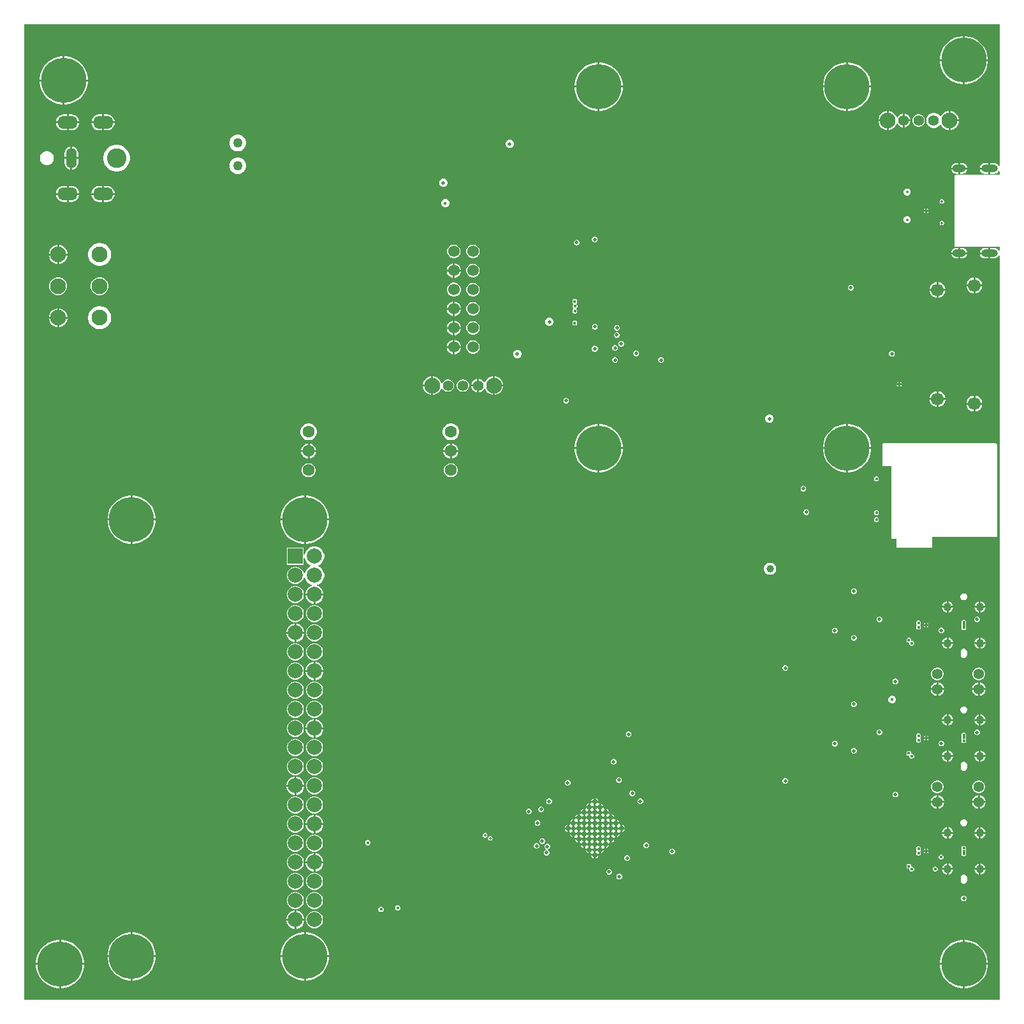
<source format=gbr>
%TF.GenerationSoftware,Altium Limited,Altium Designer,22.4.2 (48)*%
G04 Layer_Physical_Order=7*
G04 Layer_Color=10027212*
%FSLAX26Y26*%
%MOIN*%
%TF.SameCoordinates,0D1A2E3A-66A7-4FCB-BFB3-5B9149DA6B87*%
%TF.FilePolarity,Positive*%
%TF.FileFunction,Copper,L7,Inr,Signal*%
%TF.Part,Single*%
G01*
G75*
%TA.AperFunction,ComponentPad*%
%ADD69O,0.086614X0.039370*%
%ADD70O,0.070866X0.039370*%
%ADD71C,0.043307*%
%ADD72C,0.082677*%
%ADD73R,0.078740X0.078740*%
%ADD74C,0.078740*%
%ADD75C,0.055118*%
%ADD76O,0.106299X0.066929*%
%ADD77O,0.055118X0.106299*%
%ADD78C,0.102362*%
%ADD79C,0.062992*%
%ADD80C,0.236220*%
%ADD81C,0.066929*%
%ADD82C,0.060000*%
%TA.AperFunction,ViaPad*%
%ADD83C,0.027559*%
%ADD84C,0.019685*%
%ADD85C,0.015748*%
%ADD86C,0.013780*%
%ADD87C,0.017716*%
%ADD88C,0.039370*%
%ADD89C,0.050000*%
G36*
X6092167Y5354016D02*
X6087167Y5353021D01*
X6087065Y5353268D01*
X6082648Y5359025D01*
X6076891Y5363443D01*
X6070186Y5366220D01*
X6062992Y5367167D01*
X6044370D01*
Y5339370D01*
Y5311573D01*
X6062992D01*
X6070186Y5312520D01*
X6076891Y5315297D01*
X6082648Y5319715D01*
X6087065Y5325472D01*
X6087167Y5325718D01*
X6092167Y5324724D01*
Y5305327D01*
X5862205D01*
X5861226Y5304921D01*
X5857283D01*
Y5300979D01*
X5856878Y5300000D01*
Y4936221D01*
X5857283Y4935242D01*
Y4931299D01*
X5861226D01*
X5862205Y4930894D01*
X6092167D01*
Y4911496D01*
X6087167Y4910502D01*
X6087065Y4910749D01*
X6082648Y4916506D01*
X6076891Y4920923D01*
X6070186Y4923700D01*
X6062992Y4924647D01*
X6044370D01*
Y4896850D01*
Y4869054D01*
X6062992D01*
X6070186Y4870001D01*
X6076891Y4872778D01*
X6082648Y4877195D01*
X6087065Y4882952D01*
X6087167Y4883199D01*
X6092167Y4882204D01*
Y994447D01*
X994447D01*
Y6092167D01*
X6092167D01*
Y5354016D01*
D02*
G37*
%LPC*%
G36*
X5915427Y6031496D02*
X5910512D01*
Y5910512D01*
X6031496D01*
Y5915427D01*
X6028394Y5935013D01*
X6022266Y5953873D01*
X6013263Y5971542D01*
X6001607Y5987585D01*
X5987585Y6001607D01*
X5971542Y6013263D01*
X5953873Y6022266D01*
X5935013Y6028394D01*
X5915427Y6031496D01*
D02*
G37*
G36*
X5900512D02*
X5895597D01*
X5876010Y6028394D01*
X5857151Y6022266D01*
X5839482Y6013263D01*
X5823439Y6001607D01*
X5809416Y5987585D01*
X5797760Y5971542D01*
X5788758Y5953873D01*
X5782630Y5935013D01*
X5779528Y5915427D01*
Y5910512D01*
X5900512D01*
Y6031496D01*
D02*
G37*
G36*
X1209915Y5925984D02*
X1205000D01*
Y5805000D01*
X1325984D01*
Y5809915D01*
X1322882Y5829501D01*
X1316754Y5848361D01*
X1307751Y5866030D01*
X1296095Y5882073D01*
X1282073Y5896095D01*
X1266030Y5907751D01*
X1248361Y5916754D01*
X1229501Y5922882D01*
X1209915Y5925984D01*
D02*
G37*
G36*
X1195000D02*
X1190085D01*
X1170499Y5922882D01*
X1151639Y5916754D01*
X1133970Y5907751D01*
X1117927Y5896095D01*
X1103905Y5882073D01*
X1092249Y5866030D01*
X1083246Y5848361D01*
X1077118Y5829501D01*
X1074016Y5809915D01*
Y5805000D01*
X1195000D01*
Y5925984D01*
D02*
G37*
G36*
X6031496Y5900512D02*
X5910512D01*
Y5779528D01*
X5915427D01*
X5935013Y5782630D01*
X5953873Y5788758D01*
X5971542Y5797760D01*
X5987585Y5809416D01*
X6001607Y5823439D01*
X6013263Y5839482D01*
X6022266Y5857151D01*
X6028394Y5876010D01*
X6031496Y5895597D01*
Y5900512D01*
D02*
G37*
G36*
X5900512D02*
X5779528D01*
Y5895597D01*
X5782630Y5876010D01*
X5788758Y5857151D01*
X5797760Y5839482D01*
X5809416Y5823439D01*
X5823439Y5809416D01*
X5839482Y5797760D01*
X5857151Y5788758D01*
X5876010Y5782630D01*
X5895597Y5779528D01*
X5900512D01*
Y5900512D01*
D02*
G37*
G36*
X5305191Y5893701D02*
X5300275D01*
Y5772716D01*
X5421260D01*
Y5777632D01*
X5418158Y5797218D01*
X5412030Y5816078D01*
X5403027Y5833747D01*
X5391371Y5849790D01*
X5377349Y5863812D01*
X5361306Y5875468D01*
X5343637Y5884471D01*
X5324777Y5890599D01*
X5305191Y5893701D01*
D02*
G37*
G36*
X5290275D02*
X5285360D01*
X5265774Y5890599D01*
X5246914Y5884471D01*
X5229245Y5875468D01*
X5213202Y5863812D01*
X5199180Y5849790D01*
X5187524Y5833747D01*
X5178521Y5816078D01*
X5172394Y5797218D01*
X5169291Y5777632D01*
Y5772716D01*
X5290275D01*
Y5893701D01*
D02*
G37*
G36*
X4005978D02*
X4001063D01*
Y5772716D01*
X4122047D01*
Y5777632D01*
X4118945Y5797218D01*
X4112817Y5816078D01*
X4103814Y5833747D01*
X4092158Y5849790D01*
X4078136Y5863812D01*
X4062093Y5875468D01*
X4044424Y5884471D01*
X4025564Y5890599D01*
X4005978Y5893701D01*
D02*
G37*
G36*
X3991063D02*
X3986148D01*
X3966562Y5890599D01*
X3947702Y5884471D01*
X3930033Y5875468D01*
X3913990Y5863812D01*
X3899968Y5849790D01*
X3888312Y5833747D01*
X3879309Y5816078D01*
X3873181Y5797218D01*
X3870079Y5777632D01*
Y5772716D01*
X3991063D01*
Y5893701D01*
D02*
G37*
G36*
X1325984Y5795000D02*
X1205000D01*
Y5674016D01*
X1209915D01*
X1229501Y5677118D01*
X1248361Y5683246D01*
X1266030Y5692249D01*
X1282073Y5703905D01*
X1296095Y5717927D01*
X1307751Y5733970D01*
X1316754Y5751639D01*
X1322882Y5770499D01*
X1325984Y5790085D01*
Y5795000D01*
D02*
G37*
G36*
X1195000D02*
X1074016D01*
Y5790085D01*
X1077118Y5770499D01*
X1083246Y5751639D01*
X1092249Y5733970D01*
X1103905Y5717927D01*
X1117927Y5703905D01*
X1133970Y5692249D01*
X1151639Y5683246D01*
X1170499Y5677118D01*
X1190085Y5674016D01*
X1195000D01*
Y5795000D01*
D02*
G37*
G36*
X5421260Y5762716D02*
X5300275D01*
Y5641732D01*
X5305191D01*
X5324777Y5644834D01*
X5343637Y5650962D01*
X5361306Y5659965D01*
X5377349Y5671621D01*
X5391371Y5685643D01*
X5403027Y5701686D01*
X5412030Y5719355D01*
X5418158Y5738215D01*
X5421260Y5757801D01*
Y5762716D01*
D02*
G37*
G36*
X5290275D02*
X5169291D01*
Y5757801D01*
X5172394Y5738215D01*
X5178521Y5719355D01*
X5187524Y5701686D01*
X5199180Y5685643D01*
X5213202Y5671621D01*
X5229245Y5659965D01*
X5246914Y5650962D01*
X5265774Y5644834D01*
X5285360Y5641732D01*
X5290275D01*
Y5762716D01*
D02*
G37*
G36*
X4122047Y5762716D02*
X4001063D01*
Y5641732D01*
X4005978D01*
X4025564Y5644834D01*
X4044424Y5650962D01*
X4062093Y5659965D01*
X4078136Y5671621D01*
X4092158Y5685643D01*
X4103814Y5701686D01*
X4112817Y5719355D01*
X4118945Y5738215D01*
X4122047Y5757801D01*
Y5762716D01*
D02*
G37*
G36*
X3991063D02*
X3870079D01*
Y5757801D01*
X3873181Y5738215D01*
X3879309Y5719355D01*
X3888312Y5701686D01*
X3899968Y5685643D01*
X3913990Y5671621D01*
X3930033Y5659965D01*
X3947702Y5650962D01*
X3966562Y5644834D01*
X3986148Y5641732D01*
X3991063D01*
Y5762716D01*
D02*
G37*
G36*
X5825709Y5639764D02*
X5824230D01*
X5811713Y5636410D01*
X5800491Y5629931D01*
X5791329Y5620769D01*
X5786574Y5612533D01*
X5780801D01*
X5779535Y5614725D01*
X5772205Y5622055D01*
X5763228Y5627238D01*
X5753215Y5629921D01*
X5742848D01*
X5732835Y5627238D01*
X5723858Y5622055D01*
X5716528Y5614725D01*
X5711345Y5605747D01*
X5708662Y5595734D01*
Y5585368D01*
X5711345Y5575355D01*
X5716528Y5566377D01*
X5723858Y5559047D01*
X5732835Y5553864D01*
X5742848Y5551181D01*
X5753215D01*
X5763228Y5553864D01*
X5772205Y5559047D01*
X5779535Y5566377D01*
X5780801Y5568569D01*
X5786574D01*
X5791329Y5560334D01*
X5800491Y5551171D01*
X5811713Y5544692D01*
X5824230Y5541339D01*
X5825709D01*
Y5590551D01*
Y5639764D01*
D02*
G37*
G36*
X5837188D02*
X5835709D01*
Y5595551D01*
X5879921D01*
Y5597030D01*
X5876568Y5609547D01*
X5870088Y5620769D01*
X5860926Y5629931D01*
X5849704Y5636410D01*
X5837188Y5639764D01*
D02*
G37*
G36*
X5595551Y5625894D02*
Y5595551D01*
X5625894D01*
X5623569Y5604228D01*
X5618904Y5612307D01*
X5612307Y5618905D01*
X5604228Y5623569D01*
X5595551Y5625894D01*
D02*
G37*
G36*
X5502874Y5639764D02*
X5501395D01*
X5488879Y5636410D01*
X5477657Y5629931D01*
X5468494Y5620769D01*
X5462015Y5609547D01*
X5458661Y5597030D01*
Y5595551D01*
X5502874D01*
Y5639764D01*
D02*
G37*
G36*
X1425197Y5622404D02*
X1410512D01*
Y5585709D01*
X1466234D01*
X1465471Y5591500D01*
X1461306Y5601556D01*
X1454680Y5610192D01*
X1446044Y5616818D01*
X1435988Y5620983D01*
X1425197Y5622404D01*
D02*
G37*
G36*
X1400512D02*
X1385827D01*
X1375035Y5620983D01*
X1364979Y5616818D01*
X1356344Y5610192D01*
X1349718Y5601556D01*
X1345552Y5591500D01*
X1344790Y5585709D01*
X1400512D01*
Y5622404D01*
D02*
G37*
G36*
X1240158D02*
X1225472D01*
Y5585709D01*
X1281195D01*
X1280432Y5591500D01*
X1276267Y5601556D01*
X1269640Y5610192D01*
X1261005Y5616818D01*
X1250949Y5620983D01*
X1240158Y5622404D01*
D02*
G37*
G36*
X1215472D02*
X1200787D01*
X1189996Y5620983D01*
X1179940Y5616818D01*
X1171304Y5610192D01*
X1164678Y5601556D01*
X1160513Y5591500D01*
X1159750Y5585709D01*
X1215472D01*
Y5622404D01*
D02*
G37*
G36*
X5673567Y5623032D02*
X5665015D01*
X5656754Y5620818D01*
X5649348Y5616542D01*
X5643301Y5610495D01*
X5639025Y5603088D01*
X5636811Y5594827D01*
Y5586275D01*
X5639025Y5578014D01*
X5643301Y5570608D01*
X5649348Y5564560D01*
X5656754Y5560284D01*
X5665015Y5558071D01*
X5673567D01*
X5681828Y5560284D01*
X5689235Y5564560D01*
X5695282Y5570608D01*
X5699558Y5578014D01*
X5701772Y5586275D01*
Y5594827D01*
X5699558Y5603088D01*
X5695282Y5610495D01*
X5689235Y5616542D01*
X5681828Y5620818D01*
X5673567Y5623032D01*
D02*
G37*
G36*
X5625894Y5585551D02*
X5595551D01*
Y5555208D01*
X5604228Y5557533D01*
X5612307Y5562198D01*
X5618904Y5568795D01*
X5623569Y5576875D01*
X5625894Y5585551D01*
D02*
G37*
G36*
X5514353Y5639764D02*
X5512874D01*
Y5590551D01*
Y5541339D01*
X5514353D01*
X5526869Y5544692D01*
X5538091Y5551171D01*
X5547254Y5560334D01*
X5553733Y5571556D01*
X5554081Y5572854D01*
X5559446Y5573560D01*
X5562198Y5568795D01*
X5568795Y5562198D01*
X5576874Y5557533D01*
X5585551Y5555208D01*
Y5590551D01*
Y5625894D01*
X5576874Y5623569D01*
X5568795Y5618905D01*
X5562198Y5612307D01*
X5559446Y5607542D01*
X5554081Y5608249D01*
X5553733Y5609547D01*
X5547254Y5620769D01*
X5538091Y5629931D01*
X5526869Y5636410D01*
X5514353Y5639764D01*
D02*
G37*
G36*
X5879921Y5585551D02*
X5835709D01*
Y5541339D01*
X5837188D01*
X5849704Y5544692D01*
X5860926Y5551171D01*
X5870088Y5560334D01*
X5876568Y5571556D01*
X5879921Y5584072D01*
Y5585551D01*
D02*
G37*
G36*
X5502874D02*
X5458661D01*
Y5584072D01*
X5462015Y5571556D01*
X5468494Y5560334D01*
X5477657Y5551171D01*
X5488879Y5544692D01*
X5501395Y5541339D01*
X5502874D01*
Y5585551D01*
D02*
G37*
G36*
X1466234Y5575709D02*
X1410512D01*
Y5539014D01*
X1425197D01*
X1435988Y5540434D01*
X1446044Y5544600D01*
X1454680Y5551226D01*
X1461306Y5559861D01*
X1465471Y5569917D01*
X1466234Y5575709D01*
D02*
G37*
G36*
X1400512D02*
X1344790D01*
X1345552Y5569917D01*
X1349718Y5559861D01*
X1356344Y5551226D01*
X1364979Y5544600D01*
X1375035Y5540434D01*
X1385827Y5539014D01*
X1400512D01*
Y5575709D01*
D02*
G37*
G36*
X1281195Y5575709D02*
X1225472D01*
Y5539014D01*
X1240158D01*
X1250949Y5540434D01*
X1261005Y5544600D01*
X1269640Y5551226D01*
X1276267Y5559861D01*
X1280432Y5569917D01*
X1281195Y5575709D01*
D02*
G37*
G36*
X1215472D02*
X1159750D01*
X1160513Y5569917D01*
X1164678Y5559861D01*
X1171304Y5551226D01*
X1179940Y5544600D01*
X1189996Y5540434D01*
X1200787Y5539014D01*
X1215472D01*
Y5575709D01*
D02*
G37*
G36*
X3535803Y5490157D02*
X3527189D01*
X3519230Y5486861D01*
X3513139Y5480770D01*
X3509843Y5472811D01*
Y5464197D01*
X3513139Y5456238D01*
X3519230Y5450147D01*
X3527189Y5446850D01*
X3535803D01*
X3543762Y5450147D01*
X3549853Y5456238D01*
X3553150Y5464197D01*
Y5472811D01*
X3549853Y5480770D01*
X3543762Y5486861D01*
X3535803Y5490157D01*
D02*
G37*
G36*
X2115990Y5516142D02*
X2104483D01*
X2093368Y5513164D01*
X2083403Y5507410D01*
X2075267Y5499274D01*
X2069514Y5489309D01*
X2066535Y5478194D01*
Y5466688D01*
X2069514Y5455573D01*
X2075267Y5445608D01*
X2083403Y5437472D01*
X2093368Y5431718D01*
X2104483Y5428740D01*
X2115990D01*
X2127104Y5431718D01*
X2137069Y5437472D01*
X2145206Y5445608D01*
X2150959Y5455573D01*
X2153937Y5466688D01*
Y5478194D01*
X2150959Y5489309D01*
X2145206Y5499274D01*
X2137069Y5507410D01*
X2127104Y5513164D01*
X2115990Y5516142D01*
D02*
G37*
G36*
X1245158Y5454372D02*
Y5398701D01*
X1275896D01*
Y5419291D01*
X1274678Y5428541D01*
X1271108Y5437161D01*
X1265429Y5444562D01*
X1258027Y5450242D01*
X1249407Y5453812D01*
X1245158Y5454372D01*
D02*
G37*
G36*
X1235158D02*
X1230908Y5453812D01*
X1222288Y5450242D01*
X1214886Y5444562D01*
X1209207Y5437161D01*
X1205637Y5428541D01*
X1204419Y5419291D01*
Y5398701D01*
X1235158D01*
Y5454372D01*
D02*
G37*
G36*
X1116999Y5430118D02*
X1107410D01*
X1098148Y5427636D01*
X1089844Y5422842D01*
X1083064Y5416061D01*
X1078269Y5407757D01*
X1075787Y5398495D01*
Y5388906D01*
X1078269Y5379644D01*
X1083064Y5371340D01*
X1089844Y5364560D01*
X1098148Y5359765D01*
X1107410Y5357283D01*
X1116999D01*
X1126261Y5359765D01*
X1134565Y5364560D01*
X1141346Y5371340D01*
X1146140Y5379644D01*
X1148622Y5388906D01*
Y5398495D01*
X1146140Y5407757D01*
X1141346Y5416061D01*
X1134565Y5422842D01*
X1126261Y5427636D01*
X1116999Y5430118D01*
D02*
G37*
G36*
X6034370Y5367167D02*
X6015748D01*
X6008554Y5366220D01*
X6001850Y5363443D01*
X5996093Y5359025D01*
X5991675Y5353268D01*
X5988898Y5346564D01*
X5988609Y5344370D01*
X6034370D01*
Y5367167D01*
D02*
G37*
G36*
X5897638D02*
X5886890D01*
Y5344370D01*
X5924776D01*
X5924487Y5346564D01*
X5921711Y5353268D01*
X5917293Y5359025D01*
X5911536Y5363443D01*
X5904832Y5366220D01*
X5897638Y5367167D01*
D02*
G37*
G36*
X5876890D02*
X5866142D01*
X5858948Y5366220D01*
X5852243Y5363443D01*
X5846486Y5359025D01*
X5842069Y5353268D01*
X5839292Y5346564D01*
X5839003Y5344370D01*
X5876890D01*
Y5367167D01*
D02*
G37*
G36*
X1275896Y5388701D02*
X1245158D01*
Y5333030D01*
X1249407Y5333589D01*
X1258027Y5337160D01*
X1265429Y5342839D01*
X1271108Y5350241D01*
X1274678Y5358860D01*
X1275896Y5368110D01*
Y5388701D01*
D02*
G37*
G36*
X1235158D02*
X1204419D01*
Y5368110D01*
X1205637Y5358860D01*
X1209207Y5350241D01*
X1214886Y5342839D01*
X1222288Y5337160D01*
X1230908Y5333589D01*
X1235158Y5333030D01*
Y5388701D01*
D02*
G37*
G36*
X1483261Y5463583D02*
X1469495D01*
X1455994Y5460897D01*
X1443276Y5455629D01*
X1431831Y5447982D01*
X1422097Y5438248D01*
X1414449Y5426802D01*
X1409181Y5414085D01*
X1406496Y5400584D01*
Y5386818D01*
X1409181Y5373317D01*
X1414449Y5360599D01*
X1422097Y5349154D01*
X1431831Y5339420D01*
X1443276Y5331772D01*
X1455994Y5326504D01*
X1469495Y5323819D01*
X1483261D01*
X1496762Y5326504D01*
X1509479Y5331772D01*
X1520925Y5339420D01*
X1530659Y5349154D01*
X1538306Y5360599D01*
X1543574Y5373317D01*
X1546260Y5386818D01*
Y5400584D01*
X1543574Y5414085D01*
X1538306Y5426802D01*
X1530659Y5438248D01*
X1520925Y5447982D01*
X1509479Y5455629D01*
X1496762Y5460897D01*
X1483261Y5463583D01*
D02*
G37*
G36*
X6034370Y5334370D02*
X5988609D01*
X5988898Y5332176D01*
X5991675Y5325472D01*
X5996093Y5319715D01*
X6001850Y5315297D01*
X6008554Y5312520D01*
X6015748Y5311573D01*
X6034370D01*
Y5334370D01*
D02*
G37*
G36*
X5924776Y5334370D02*
X5886890D01*
Y5311573D01*
X5897638D01*
X5904832Y5312520D01*
X5911536Y5315297D01*
X5917293Y5319715D01*
X5921711Y5325472D01*
X5924487Y5332176D01*
X5924776Y5334370D01*
D02*
G37*
G36*
X5876890D02*
X5839003D01*
X5839292Y5332176D01*
X5842069Y5325472D01*
X5846486Y5319715D01*
X5852243Y5315297D01*
X5858948Y5312520D01*
X5866142Y5311573D01*
X5876890D01*
Y5334370D01*
D02*
G37*
G36*
X2115990Y5398032D02*
X2104483D01*
X2093368Y5395053D01*
X2083403Y5389300D01*
X2075267Y5381164D01*
X2069514Y5371199D01*
X2066535Y5360084D01*
Y5348577D01*
X2069514Y5337463D01*
X2075267Y5327498D01*
X2083403Y5319361D01*
X2093368Y5313608D01*
X2104483Y5310630D01*
X2115990D01*
X2127104Y5313608D01*
X2137069Y5319361D01*
X2145206Y5327498D01*
X2150959Y5337463D01*
X2153937Y5348577D01*
Y5360084D01*
X2150959Y5371199D01*
X2145206Y5381164D01*
X2137069Y5389300D01*
X2127104Y5395053D01*
X2115990Y5398032D01*
D02*
G37*
G36*
X3189347Y5285433D02*
X3180732D01*
X3172774Y5282136D01*
X3166682Y5276045D01*
X3163386Y5268087D01*
Y5259472D01*
X3166682Y5251514D01*
X3172774Y5245423D01*
X3180732Y5242126D01*
X3189347D01*
X3197305Y5245423D01*
X3203396Y5251514D01*
X3206693Y5259472D01*
Y5268087D01*
X3203396Y5276045D01*
X3197305Y5282136D01*
X3189347Y5285433D01*
D02*
G37*
G36*
X1240158Y5248388D02*
X1225472D01*
Y5211693D01*
X1281195D01*
X1280432Y5217484D01*
X1276267Y5227541D01*
X1269640Y5236176D01*
X1261005Y5242802D01*
X1250949Y5246967D01*
X1240158Y5248388D01*
D02*
G37*
G36*
X1215472D02*
X1200787D01*
X1189996Y5246967D01*
X1179940Y5242802D01*
X1171304Y5236176D01*
X1164678Y5227541D01*
X1160513Y5217484D01*
X1159750Y5211693D01*
X1215472D01*
Y5248388D01*
D02*
G37*
G36*
X1425197D02*
X1410512D01*
Y5211693D01*
X1466234D01*
X1465471Y5217484D01*
X1461306Y5227541D01*
X1454680Y5236176D01*
X1446044Y5242802D01*
X1435988Y5246967D01*
X1425197Y5248388D01*
D02*
G37*
G36*
X1400512D02*
X1385827D01*
X1375035Y5246967D01*
X1364979Y5242802D01*
X1356344Y5236176D01*
X1349718Y5227541D01*
X1345552Y5217484D01*
X1344790Y5211693D01*
X1400512D01*
Y5248388D01*
D02*
G37*
G36*
X5612972Y5235236D02*
X5605532D01*
X5598659Y5232389D01*
X5593398Y5227128D01*
X5590551Y5220255D01*
Y5212816D01*
X5593398Y5205942D01*
X5598659Y5200682D01*
X5605532Y5197835D01*
X5612972D01*
X5619845Y5200682D01*
X5625106Y5205942D01*
X5627953Y5212816D01*
Y5220255D01*
X5625106Y5227128D01*
X5619845Y5232389D01*
X5612972Y5235236D01*
D02*
G37*
G36*
X1466234Y5201693D02*
X1410512D01*
Y5164998D01*
X1425197D01*
X1435988Y5166418D01*
X1446044Y5170584D01*
X1454680Y5177210D01*
X1461306Y5185845D01*
X1465471Y5195901D01*
X1466234Y5201693D01*
D02*
G37*
G36*
X1400512D02*
X1344790D01*
X1345552Y5195901D01*
X1349718Y5185845D01*
X1356344Y5177210D01*
X1364979Y5170584D01*
X1375035Y5166418D01*
X1385827Y5164998D01*
X1400512D01*
Y5201693D01*
D02*
G37*
G36*
X1281195Y5201693D02*
X1225472D01*
Y5164998D01*
X1240158D01*
X1250949Y5166418D01*
X1261005Y5170584D01*
X1269640Y5177210D01*
X1276267Y5185845D01*
X1280432Y5195901D01*
X1281195Y5201693D01*
D02*
G37*
G36*
X1215472D02*
X1159750D01*
X1160513Y5195901D01*
X1164678Y5185845D01*
X1171304Y5177210D01*
X1179940Y5170584D01*
X1189996Y5166418D01*
X1200787Y5164998D01*
X1215472D01*
Y5201693D01*
D02*
G37*
G36*
X5793649Y5179134D02*
X5788950D01*
X5784609Y5177336D01*
X5781286Y5174013D01*
X5779488Y5169672D01*
Y5164973D01*
X5781286Y5160632D01*
X5784609Y5157310D01*
X5788950Y5155512D01*
X5793649D01*
X5797990Y5157310D01*
X5801312Y5160632D01*
X5803110Y5164973D01*
Y5169672D01*
X5801312Y5174013D01*
X5797990Y5177336D01*
X5793649Y5179134D01*
D02*
G37*
G36*
X3199111Y5178669D02*
X3190889D01*
X3183292Y5175523D01*
X3177477Y5169708D01*
X3174331Y5162111D01*
Y5153889D01*
X3177477Y5146292D01*
X3183292Y5140477D01*
X3190889Y5137331D01*
X3199111D01*
X3206708Y5140477D01*
X3212523Y5146292D01*
X3215669Y5153889D01*
Y5162111D01*
X3212523Y5169708D01*
X3206708Y5175523D01*
X3199111Y5178669D01*
D02*
G37*
G36*
X5713661Y5129974D02*
Y5123110D01*
X5720525D01*
X5719575Y5125403D01*
X5715954Y5129024D01*
X5713661Y5129974D01*
D02*
G37*
G36*
X5703661D02*
X5701369Y5129024D01*
X5697747Y5125403D01*
X5696798Y5123110D01*
X5703661D01*
Y5129974D01*
D02*
G37*
G36*
X5720525Y5113110D02*
X5713661D01*
Y5106247D01*
X5715954Y5107196D01*
X5719575Y5110818D01*
X5720525Y5113110D01*
D02*
G37*
G36*
X5703661D02*
X5696798D01*
X5697747Y5110818D01*
X5701369Y5107196D01*
X5703661Y5106247D01*
Y5113110D01*
D02*
G37*
G36*
X5612972Y5090551D02*
X5605532D01*
X5598659Y5087704D01*
X5593398Y5082444D01*
X5590551Y5075570D01*
Y5068131D01*
X5593398Y5061257D01*
X5598659Y5055997D01*
X5605532Y5053150D01*
X5612972D01*
X5619845Y5055997D01*
X5625106Y5061257D01*
X5627953Y5068131D01*
Y5075570D01*
X5625106Y5082444D01*
X5619845Y5087704D01*
X5612972Y5090551D01*
D02*
G37*
G36*
X5794226Y5066391D02*
X5789527D01*
X5785186Y5064593D01*
X5781863Y5061271D01*
X5780065Y5056930D01*
Y5052231D01*
X5781863Y5047890D01*
X5785186Y5044568D01*
X5789527Y5042769D01*
X5794226D01*
X5798567Y5044568D01*
X5801889Y5047890D01*
X5803687Y5052231D01*
Y5056930D01*
X5801889Y5061271D01*
X5798567Y5064593D01*
X5794226Y5066391D01*
D02*
G37*
G36*
X3979441Y4983268D02*
X3973567D01*
X3968141Y4981020D01*
X3963988Y4976867D01*
X3961740Y4971441D01*
Y4965567D01*
X3963988Y4960141D01*
X3968141Y4955988D01*
X3973567Y4953740D01*
X3979441D01*
X3984867Y4955988D01*
X3989020Y4960141D01*
X3991268Y4965567D01*
Y4971441D01*
X3989020Y4976867D01*
X3984867Y4981020D01*
X3979441Y4983268D01*
D02*
G37*
G36*
X3884827Y4967520D02*
X3878953D01*
X3873527Y4965272D01*
X3869374Y4961119D01*
X3867126Y4955693D01*
Y4949819D01*
X3869374Y4944393D01*
X3873527Y4940240D01*
X3878953Y4937992D01*
X3884827D01*
X3890253Y4940240D01*
X3894406Y4944393D01*
X3896654Y4949819D01*
Y4955693D01*
X3894406Y4961119D01*
X3890253Y4965272D01*
X3884827Y4967520D01*
D02*
G37*
G36*
X5897638Y4924647D02*
X5886890D01*
Y4901851D01*
X5924776D01*
X5924487Y4904045D01*
X5921711Y4910749D01*
X5917293Y4916506D01*
X5911536Y4920923D01*
X5904832Y4923700D01*
X5897638Y4924647D01*
D02*
G37*
G36*
X5876890D02*
X5866142D01*
X5858948Y4923700D01*
X5852243Y4920923D01*
X5846486Y4916506D01*
X5842069Y4910749D01*
X5839292Y4904045D01*
X5839003Y4901851D01*
X5876890D01*
Y4924647D01*
D02*
G37*
G36*
X6034370D02*
X6015748D01*
X6008554Y4923700D01*
X6001850Y4920923D01*
X5996093Y4916506D01*
X5991675Y4910749D01*
X5988898Y4904045D01*
X5988609Y4901850D01*
X6034370D01*
Y4924647D01*
D02*
G37*
G36*
X1177739Y4938976D02*
X1176260D01*
Y4894764D01*
X1220473D01*
Y4896243D01*
X1217119Y4908759D01*
X1210640Y4919981D01*
X1201477Y4929144D01*
X1190255Y4935623D01*
X1177739Y4938976D01*
D02*
G37*
G36*
X1166260D02*
X1164781D01*
X1152264Y4935623D01*
X1141043Y4929144D01*
X1131880Y4919981D01*
X1125401Y4908759D01*
X1122047Y4896243D01*
Y4894764D01*
X1166260D01*
Y4938976D01*
D02*
G37*
G36*
X3344558Y4941221D02*
X3335363D01*
X3326481Y4938841D01*
X3318518Y4934243D01*
X3312017Y4927741D01*
X3307419Y4919778D01*
X3305039Y4910897D01*
Y4901702D01*
X3307419Y4892820D01*
X3312017Y4884857D01*
X3318518Y4878355D01*
X3326481Y4873758D01*
X3335363Y4871378D01*
X3344558D01*
X3353440Y4873758D01*
X3361403Y4878355D01*
X3367905Y4884857D01*
X3372502Y4892820D01*
X3374882Y4901702D01*
Y4910897D01*
X3372502Y4919778D01*
X3367905Y4927741D01*
X3361403Y4934243D01*
X3353440Y4938841D01*
X3344558Y4941221D01*
D02*
G37*
G36*
X3244558D02*
X3235363D01*
X3226481Y4938841D01*
X3218518Y4934243D01*
X3212017Y4927741D01*
X3207419Y4919778D01*
X3205039Y4910897D01*
Y4901702D01*
X3207419Y4892820D01*
X3212017Y4884857D01*
X3218518Y4878355D01*
X3226481Y4873758D01*
X3235363Y4871378D01*
X3244558D01*
X3253440Y4873758D01*
X3261403Y4878355D01*
X3267905Y4884857D01*
X3272502Y4892820D01*
X3274882Y4901702D01*
Y4910897D01*
X3272502Y4919778D01*
X3267905Y4927741D01*
X3261403Y4934243D01*
X3253440Y4938841D01*
X3244558Y4941221D01*
D02*
G37*
G36*
X6034370Y4891850D02*
X5988609D01*
X5988898Y4889656D01*
X5991675Y4882952D01*
X5996093Y4877195D01*
X6001850Y4872778D01*
X6008554Y4870001D01*
X6015748Y4869054D01*
X6034370D01*
Y4891850D01*
D02*
G37*
G36*
X5924776Y4891851D02*
X5886890D01*
Y4869054D01*
X5897638D01*
X5904832Y4870001D01*
X5911536Y4872778D01*
X5917293Y4877195D01*
X5921711Y4882952D01*
X5924487Y4889656D01*
X5924776Y4891851D01*
D02*
G37*
G36*
X5876890D02*
X5839003D01*
X5839292Y4889656D01*
X5842069Y4882952D01*
X5846486Y4877195D01*
X5852243Y4872778D01*
X5858948Y4870001D01*
X5866142Y4869054D01*
X5876890D01*
Y4891851D01*
D02*
G37*
G36*
X1220473Y4884764D02*
X1176260D01*
Y4840551D01*
X1177739D01*
X1190255Y4843905D01*
X1201477Y4850384D01*
X1210640Y4859546D01*
X1217119Y4870768D01*
X1220473Y4883285D01*
Y4884764D01*
D02*
G37*
G36*
X1166260D02*
X1122047D01*
Y4883285D01*
X1125401Y4870768D01*
X1131880Y4859546D01*
X1141043Y4850384D01*
X1152264Y4843905D01*
X1164781Y4840551D01*
X1166260D01*
Y4884764D01*
D02*
G37*
G36*
X1393709Y4949803D02*
X1381882D01*
X1370283Y4947496D01*
X1359356Y4942970D01*
X1349522Y4936399D01*
X1341160Y4928037D01*
X1334589Y4918203D01*
X1330063Y4907276D01*
X1327756Y4895677D01*
Y4883850D01*
X1330063Y4872251D01*
X1334589Y4861324D01*
X1341160Y4851491D01*
X1349522Y4843128D01*
X1359356Y4836557D01*
X1370283Y4832032D01*
X1381882Y4829724D01*
X1393709D01*
X1405308Y4832032D01*
X1416235Y4836557D01*
X1426068Y4843128D01*
X1434431Y4851491D01*
X1441002Y4861324D01*
X1445527Y4872251D01*
X1447835Y4883850D01*
Y4895677D01*
X1445527Y4907276D01*
X1441002Y4918203D01*
X1434431Y4928037D01*
X1426068Y4936399D01*
X1416235Y4942970D01*
X1405308Y4947496D01*
X1393709Y4949803D01*
D02*
G37*
G36*
X3244961Y4844169D02*
Y4811299D01*
X3277831D01*
X3275253Y4820918D01*
X3270267Y4829554D01*
X3263216Y4836606D01*
X3254579Y4841592D01*
X3244961Y4844169D01*
D02*
G37*
G36*
X3234961D02*
X3225342Y4841592D01*
X3216705Y4836606D01*
X3209654Y4829554D01*
X3204668Y4820918D01*
X3202090Y4811299D01*
X3234961D01*
Y4844169D01*
D02*
G37*
G36*
X3344558Y4841221D02*
X3335363D01*
X3326481Y4838841D01*
X3318518Y4834243D01*
X3312017Y4827741D01*
X3307419Y4819778D01*
X3305039Y4810897D01*
Y4801702D01*
X3307419Y4792820D01*
X3312017Y4784857D01*
X3318518Y4778355D01*
X3326481Y4773758D01*
X3335363Y4771378D01*
X3344558D01*
X3353440Y4773758D01*
X3361403Y4778355D01*
X3367905Y4784857D01*
X3372502Y4792820D01*
X3374882Y4801702D01*
Y4810897D01*
X3372502Y4819778D01*
X3367905Y4827741D01*
X3361403Y4834243D01*
X3353440Y4838841D01*
X3344558Y4841221D01*
D02*
G37*
G36*
X3277831Y4801299D02*
X3244961D01*
Y4768429D01*
X3254579Y4771006D01*
X3263216Y4775993D01*
X3270267Y4783044D01*
X3275253Y4791680D01*
X3277831Y4801299D01*
D02*
G37*
G36*
X3234961D02*
X3202090D01*
X3204668Y4791680D01*
X3209654Y4783044D01*
X3216705Y4775993D01*
X3225342Y4771006D01*
X3234961Y4768429D01*
Y4801299D01*
D02*
G37*
G36*
X5966072Y4769685D02*
X5965630D01*
Y4733346D01*
X6001968D01*
Y4733789D01*
X5999151Y4744302D01*
X5993709Y4753729D01*
X5986012Y4761425D01*
X5976586Y4766868D01*
X5966072Y4769685D01*
D02*
G37*
G36*
X5955630D02*
X5955188D01*
X5944674Y4766868D01*
X5935248Y4761425D01*
X5927551Y4753729D01*
X5922109Y4744302D01*
X5919292Y4733789D01*
Y4733346D01*
X5955630D01*
Y4769685D01*
D02*
G37*
G36*
X5773159Y4746063D02*
X5772717D01*
Y4709724D01*
X5809055D01*
Y4710167D01*
X5806238Y4720681D01*
X5800796Y4730107D01*
X5793099Y4737803D01*
X5783673Y4743246D01*
X5773159Y4746063D01*
D02*
G37*
G36*
X5762717D02*
X5762274D01*
X5751761Y4743246D01*
X5742334Y4737803D01*
X5734638Y4730107D01*
X5729195Y4720681D01*
X5726378Y4710167D01*
Y4709724D01*
X5762717D01*
Y4746063D01*
D02*
G37*
G36*
X5317897Y4731299D02*
X5312024D01*
X5306598Y4729051D01*
X5302444Y4724898D01*
X5300197Y4719472D01*
Y4713599D01*
X5302444Y4708172D01*
X5306598Y4704019D01*
X5312024Y4701772D01*
X5317897D01*
X5323324Y4704019D01*
X5327477Y4708172D01*
X5329724Y4713599D01*
Y4719472D01*
X5327477Y4724898D01*
X5323324Y4729051D01*
X5317897Y4731299D01*
D02*
G37*
G36*
X6001968Y4723346D02*
X5965630D01*
Y4687008D01*
X5966072D01*
X5976586Y4689825D01*
X5986012Y4695267D01*
X5993709Y4702964D01*
X5999151Y4712390D01*
X6001968Y4722904D01*
Y4723346D01*
D02*
G37*
G36*
X5955630D02*
X5919292D01*
Y4722904D01*
X5922109Y4712390D01*
X5927551Y4702964D01*
X5935248Y4695267D01*
X5944674Y4689825D01*
X5955188Y4687008D01*
X5955630D01*
Y4723346D01*
D02*
G37*
G36*
X1393886Y4770669D02*
X1381705D01*
X1369940Y4767517D01*
X1359391Y4761427D01*
X1350778Y4752814D01*
X1344688Y4742265D01*
X1341535Y4730500D01*
Y4718319D01*
X1344688Y4706554D01*
X1350778Y4696005D01*
X1359391Y4687392D01*
X1369940Y4681302D01*
X1381705Y4678150D01*
X1393886D01*
X1405651Y4681302D01*
X1416200Y4687392D01*
X1424812Y4696005D01*
X1430903Y4706554D01*
X1434055Y4718319D01*
Y4730500D01*
X1430903Y4742265D01*
X1424812Y4752814D01*
X1416200Y4761427D01*
X1405651Y4767517D01*
X1393886Y4770669D01*
D02*
G37*
G36*
X1177350D02*
X1165170D01*
X1153404Y4767517D01*
X1142856Y4761427D01*
X1134243Y4752814D01*
X1128152Y4742265D01*
X1125000Y4730500D01*
Y4718319D01*
X1128152Y4706554D01*
X1134243Y4696005D01*
X1142856Y4687392D01*
X1153404Y4681302D01*
X1165170Y4678150D01*
X1177350D01*
X1189116Y4681302D01*
X1199664Y4687392D01*
X1208277Y4696005D01*
X1214367Y4706554D01*
X1217520Y4718319D01*
Y4730500D01*
X1214367Y4742265D01*
X1208277Y4752814D01*
X1199664Y4761427D01*
X1189116Y4767517D01*
X1177350Y4770669D01*
D02*
G37*
G36*
X3344558Y4741221D02*
X3335363D01*
X3326481Y4738841D01*
X3318518Y4734243D01*
X3312017Y4727741D01*
X3307419Y4719778D01*
X3305039Y4710897D01*
Y4701702D01*
X3307419Y4692820D01*
X3312017Y4684857D01*
X3318518Y4678355D01*
X3326481Y4673758D01*
X3335363Y4671378D01*
X3344558D01*
X3353440Y4673758D01*
X3361403Y4678355D01*
X3367905Y4684857D01*
X3372502Y4692820D01*
X3374882Y4701702D01*
Y4710897D01*
X3372502Y4719778D01*
X3367905Y4727741D01*
X3361403Y4734243D01*
X3353440Y4738841D01*
X3344558Y4741221D01*
D02*
G37*
G36*
X3244688Y4742205D02*
X3235234D01*
X3226102Y4739758D01*
X3217914Y4735031D01*
X3211229Y4728346D01*
X3206502Y4720158D01*
X3204055Y4711026D01*
Y4701572D01*
X3206502Y4692440D01*
X3211229Y4684253D01*
X3217914Y4677568D01*
X3226102Y4672841D01*
X3235234Y4670394D01*
X3244688D01*
X3253820Y4672841D01*
X3262007Y4677568D01*
X3268692Y4684253D01*
X3273419Y4692440D01*
X3275866Y4701572D01*
Y4711026D01*
X3273419Y4720158D01*
X3268692Y4728346D01*
X3262007Y4735031D01*
X3253820Y4739758D01*
X3244688Y4742205D01*
D02*
G37*
G36*
X5809055Y4699724D02*
X5772717D01*
Y4663386D01*
X5773159D01*
X5783673Y4666203D01*
X5793099Y4671645D01*
X5800796Y4679342D01*
X5806238Y4688768D01*
X5809055Y4699282D01*
Y4699724D01*
D02*
G37*
G36*
X5762717D02*
X5726378D01*
Y4699282D01*
X5729195Y4688768D01*
X5734638Y4679342D01*
X5742334Y4671645D01*
X5751761Y4666203D01*
X5762274Y4663386D01*
X5762717D01*
Y4699724D01*
D02*
G37*
G36*
X3244961Y4644169D02*
Y4611299D01*
X3277831D01*
X3275253Y4620918D01*
X3270267Y4629554D01*
X3263216Y4636606D01*
X3254579Y4641592D01*
X3244961Y4644169D01*
D02*
G37*
G36*
X3234961D02*
X3225342Y4641592D01*
X3216705Y4636606D01*
X3209654Y4629554D01*
X3204668Y4620918D01*
X3202090Y4611299D01*
X3234961D01*
Y4644169D01*
D02*
G37*
G36*
X3874422Y4657281D02*
X3869332D01*
X3864629Y4655333D01*
X3861030Y4651734D01*
X3859082Y4647031D01*
Y4641941D01*
X3861030Y4637238D01*
X3863820Y4634448D01*
X3864564Y4632674D01*
X3864277Y4628372D01*
X3862153Y4626248D01*
X3860205Y4621545D01*
Y4616455D01*
X3862153Y4611752D01*
X3863638Y4610267D01*
X3864617Y4606111D01*
X3863418Y4603954D01*
X3861200Y4601736D01*
X3859252Y4597033D01*
Y4591943D01*
X3861200Y4587240D01*
X3864799Y4583641D01*
X3869502Y4581693D01*
X3874592D01*
X3879295Y4583641D01*
X3882895Y4587240D01*
X3884843Y4591943D01*
Y4597033D01*
X3882895Y4601736D01*
X3881409Y4603222D01*
X3880431Y4607378D01*
X3881630Y4609534D01*
X3883847Y4611752D01*
X3885795Y4616455D01*
Y4621545D01*
X3883847Y4626248D01*
X3881057Y4629038D01*
X3880312Y4630811D01*
X3880600Y4635114D01*
X3882724Y4637238D01*
X3884672Y4641941D01*
Y4647031D01*
X3882724Y4651734D01*
X3879125Y4655333D01*
X3874422Y4657281D01*
D02*
G37*
G36*
X3344558Y4641221D02*
X3335363D01*
X3326481Y4638841D01*
X3318518Y4634243D01*
X3312017Y4627741D01*
X3307419Y4619778D01*
X3305039Y4610897D01*
Y4601702D01*
X3307419Y4592820D01*
X3312017Y4584857D01*
X3318518Y4578355D01*
X3326481Y4573758D01*
X3335363Y4571378D01*
X3344558D01*
X3353440Y4573758D01*
X3361403Y4578355D01*
X3367905Y4584857D01*
X3372502Y4592820D01*
X3374882Y4601702D01*
Y4610897D01*
X3372502Y4619778D01*
X3367905Y4627741D01*
X3361403Y4634243D01*
X3353440Y4638841D01*
X3344558Y4641221D01*
D02*
G37*
G36*
X3277831Y4601299D02*
X3244961D01*
Y4568429D01*
X3254579Y4571006D01*
X3263216Y4575993D01*
X3270267Y4583044D01*
X3275253Y4591680D01*
X3277831Y4601299D01*
D02*
G37*
G36*
X3234961D02*
X3202090D01*
X3204668Y4591680D01*
X3209654Y4583044D01*
X3216705Y4575993D01*
X3225342Y4571006D01*
X3234961Y4568429D01*
Y4601299D01*
D02*
G37*
G36*
X1177739Y4608268D02*
X1176260D01*
Y4564055D01*
X1220473D01*
Y4565534D01*
X1217119Y4578051D01*
X1210640Y4589272D01*
X1201477Y4598435D01*
X1190255Y4604914D01*
X1177739Y4608268D01*
D02*
G37*
G36*
X1166260D02*
X1164781D01*
X1152264Y4604914D01*
X1141043Y4598435D01*
X1131880Y4589272D01*
X1125401Y4578051D01*
X1122047Y4565534D01*
Y4564055D01*
X1166260D01*
Y4608268D01*
D02*
G37*
G36*
X3874003Y4544500D02*
X3868913D01*
X3864210Y4542552D01*
X3860611Y4538953D01*
X3858663Y4534250D01*
Y4529160D01*
X3860611Y4524457D01*
X3864210Y4520858D01*
X3868913Y4518910D01*
X3874003D01*
X3878706Y4520858D01*
X3882305Y4524457D01*
X3884253Y4529160D01*
Y4534250D01*
X3882305Y4538953D01*
X3878706Y4542552D01*
X3874003Y4544500D01*
D02*
G37*
G36*
X3743480Y4559055D02*
X3734866D01*
X3726907Y4555758D01*
X3720816Y4549667D01*
X3717520Y4541709D01*
Y4533095D01*
X3720816Y4525136D01*
X3726907Y4519045D01*
X3734866Y4515748D01*
X3743480D01*
X3751439Y4519045D01*
X3757530Y4525136D01*
X3760827Y4533095D01*
Y4541709D01*
X3757530Y4549667D01*
X3751439Y4555758D01*
X3743480Y4559055D01*
D02*
G37*
G36*
X3244961Y4544169D02*
Y4511299D01*
X3277831D01*
X3275253Y4520918D01*
X3270267Y4529554D01*
X3263216Y4536606D01*
X3254579Y4541592D01*
X3244961Y4544169D01*
D02*
G37*
G36*
X3234961D02*
X3225342Y4541592D01*
X3216705Y4536606D01*
X3209654Y4529554D01*
X3204668Y4520918D01*
X3202090Y4511299D01*
X3234961D01*
Y4544169D01*
D02*
G37*
G36*
X1220473Y4554055D02*
X1176260D01*
Y4509842D01*
X1177739D01*
X1190255Y4513196D01*
X1201477Y4519675D01*
X1210640Y4528838D01*
X1217119Y4540060D01*
X1220473Y4552576D01*
Y4554055D01*
D02*
G37*
G36*
X1166260D02*
X1122047D01*
Y4552576D01*
X1125401Y4540060D01*
X1131880Y4528838D01*
X1141043Y4519675D01*
X1152264Y4513196D01*
X1164781Y4509842D01*
X1166260D01*
Y4554055D01*
D02*
G37*
G36*
X1393709Y4619095D02*
X1381882D01*
X1370283Y4616787D01*
X1359356Y4612261D01*
X1349522Y4605691D01*
X1341160Y4597328D01*
X1334589Y4587494D01*
X1330063Y4576568D01*
X1327756Y4564968D01*
Y4553142D01*
X1330063Y4541542D01*
X1334589Y4530616D01*
X1341160Y4520782D01*
X1349522Y4512419D01*
X1359356Y4505849D01*
X1370283Y4501323D01*
X1381882Y4499016D01*
X1393709D01*
X1405308Y4501323D01*
X1416235Y4505849D01*
X1426068Y4512419D01*
X1434431Y4520782D01*
X1441002Y4530616D01*
X1445527Y4541542D01*
X1447835Y4553142D01*
Y4564968D01*
X1445527Y4576568D01*
X1441002Y4587494D01*
X1434431Y4597328D01*
X1426068Y4605691D01*
X1416235Y4612261D01*
X1405308Y4616787D01*
X1393709Y4619095D01*
D02*
G37*
G36*
X3979937Y4526764D02*
X3974063D01*
X3968637Y4524516D01*
X3964484Y4520363D01*
X3962236Y4514937D01*
Y4509063D01*
X3964484Y4503637D01*
X3968637Y4499484D01*
X3974063Y4497236D01*
X3979937D01*
X3985363Y4499484D01*
X3989516Y4503637D01*
X3991764Y4509063D01*
Y4514937D01*
X3989516Y4520363D01*
X3985363Y4524516D01*
X3979937Y4526764D01*
D02*
G37*
G36*
X4094993Y4520993D02*
X4089119D01*
X4083693Y4518745D01*
X4079540Y4514592D01*
X4077292Y4509166D01*
Y4503293D01*
X4079540Y4497866D01*
X4083693Y4493713D01*
X4089119Y4491466D01*
X4094993D01*
X4100419Y4493713D01*
X4104572Y4497866D01*
X4106820Y4503293D01*
Y4509166D01*
X4104572Y4514592D01*
X4100419Y4518745D01*
X4094993Y4520993D01*
D02*
G37*
G36*
X3344558Y4541221D02*
X3335363D01*
X3326481Y4538841D01*
X3318518Y4534243D01*
X3312017Y4527741D01*
X3307419Y4519778D01*
X3305039Y4510897D01*
Y4501702D01*
X3307419Y4492820D01*
X3312017Y4484857D01*
X3318518Y4478355D01*
X3326481Y4473758D01*
X3335363Y4471378D01*
X3344558D01*
X3353440Y4473758D01*
X3361403Y4478355D01*
X3367905Y4484857D01*
X3372502Y4492820D01*
X3374882Y4501702D01*
Y4510897D01*
X3372502Y4519778D01*
X3367905Y4527741D01*
X3361403Y4534243D01*
X3353440Y4538841D01*
X3344558Y4541221D01*
D02*
G37*
G36*
X3277831Y4501299D02*
X3244961D01*
Y4468429D01*
X3254579Y4471006D01*
X3263216Y4475993D01*
X3270267Y4483044D01*
X3275253Y4491680D01*
X3277831Y4501299D01*
D02*
G37*
G36*
X3234961D02*
X3202090D01*
X3204668Y4491680D01*
X3209654Y4483044D01*
X3216705Y4475993D01*
X3225342Y4471006D01*
X3234961Y4468429D01*
Y4501299D01*
D02*
G37*
G36*
X4094350Y4484177D02*
X4088477D01*
X4083050Y4481929D01*
X4078897Y4477776D01*
X4076650Y4472350D01*
Y4466477D01*
X4078897Y4461050D01*
X4083050Y4456897D01*
X4088477Y4454650D01*
X4094350D01*
X4099776Y4456897D01*
X4103930Y4461050D01*
X4106177Y4466477D01*
Y4472350D01*
X4103930Y4477776D01*
X4099776Y4481929D01*
X4094350Y4484177D01*
D02*
G37*
G36*
X3244961Y4444169D02*
Y4411299D01*
X3277831D01*
X3275253Y4420918D01*
X3270267Y4429554D01*
X3263216Y4436606D01*
X3254579Y4441592D01*
X3244961Y4444169D01*
D02*
G37*
G36*
X3234961D02*
X3225342Y4441592D01*
X3216705Y4436606D01*
X3209654Y4429554D01*
X3204668Y4420918D01*
X3202090Y4411299D01*
X3234961D01*
Y4444169D01*
D02*
G37*
G36*
X4117110Y4437764D02*
X4111236D01*
X4105810Y4435516D01*
X4101657Y4431363D01*
X4099409Y4425937D01*
Y4420063D01*
X4101657Y4414637D01*
X4105810Y4410484D01*
X4111236Y4408236D01*
X4117110D01*
X4122536Y4410484D01*
X4126689Y4414637D01*
X4128937Y4420063D01*
Y4425937D01*
X4126689Y4431363D01*
X4122536Y4435516D01*
X4117110Y4437764D01*
D02*
G37*
G36*
X4085614Y4416339D02*
X4079740D01*
X4074314Y4414091D01*
X4070161Y4409938D01*
X4067913Y4404511D01*
Y4398638D01*
X4070161Y4393212D01*
X4074314Y4389059D01*
X4079740Y4386811D01*
X4085614D01*
X4091040Y4389059D01*
X4095193Y4393212D01*
X4097441Y4398638D01*
Y4404511D01*
X4095193Y4409938D01*
X4091040Y4414091D01*
X4085614Y4416339D01*
D02*
G37*
G36*
X3979510Y4412401D02*
X3973245D01*
X3967457Y4410004D01*
X3963028Y4405574D01*
X3960630Y4399786D01*
Y4393521D01*
X3963028Y4387733D01*
X3967457Y4383303D01*
X3973245Y4380905D01*
X3979510D01*
X3985298Y4383303D01*
X3989729Y4387733D01*
X3992126Y4393521D01*
Y4399786D01*
X3989729Y4405574D01*
X3985298Y4410004D01*
X3979510Y4412401D01*
D02*
G37*
G36*
X3344558Y4441221D02*
X3335363D01*
X3326481Y4438841D01*
X3318518Y4434243D01*
X3312017Y4427741D01*
X3307419Y4419778D01*
X3305039Y4410897D01*
Y4401702D01*
X3307419Y4392820D01*
X3312017Y4384857D01*
X3318518Y4378355D01*
X3326481Y4373758D01*
X3335363Y4371378D01*
X3344558D01*
X3353440Y4373758D01*
X3361403Y4378355D01*
X3367905Y4384857D01*
X3372502Y4392820D01*
X3374882Y4401702D01*
Y4410897D01*
X3372502Y4419778D01*
X3367905Y4427741D01*
X3361403Y4434243D01*
X3353440Y4438841D01*
X3344558Y4441221D01*
D02*
G37*
G36*
X3277831Y4401299D02*
X3244961D01*
Y4368429D01*
X3254579Y4371006D01*
X3263216Y4375993D01*
X3270267Y4383044D01*
X3275253Y4391680D01*
X3277831Y4401299D01*
D02*
G37*
G36*
X3234961D02*
X3202090D01*
X3204668Y4391680D01*
X3209654Y4383044D01*
X3216705Y4375993D01*
X3225342Y4371006D01*
X3234961Y4368429D01*
Y4401299D01*
D02*
G37*
G36*
X4195850Y4387795D02*
X4189977D01*
X4184550Y4385548D01*
X4180397Y4381395D01*
X4178150Y4375968D01*
Y4370095D01*
X4180397Y4364668D01*
X4184550Y4360515D01*
X4189977Y4358268D01*
X4195850D01*
X4201276Y4360515D01*
X4205430Y4364668D01*
X4207677Y4370095D01*
Y4375968D01*
X4205430Y4381395D01*
X4201276Y4385548D01*
X4195850Y4387795D01*
D02*
G37*
G36*
X5532464Y4385827D02*
X5526591D01*
X5521165Y4383579D01*
X5517011Y4379426D01*
X5514764Y4374000D01*
Y4368126D01*
X5517011Y4362700D01*
X5521165Y4358547D01*
X5526591Y4356299D01*
X5532464D01*
X5537891Y4358547D01*
X5542044Y4362700D01*
X5544291Y4368126D01*
Y4374000D01*
X5542044Y4379426D01*
X5537891Y4383579D01*
X5532464Y4385827D01*
D02*
G37*
G36*
X3576157Y4391732D02*
X3567543D01*
X3559585Y4388436D01*
X3553494Y4382344D01*
X3550197Y4374386D01*
Y4365772D01*
X3553494Y4357813D01*
X3559585Y4351722D01*
X3567543Y4348425D01*
X3576157D01*
X3584116Y4351722D01*
X3590207Y4357813D01*
X3593504Y4365772D01*
Y4374386D01*
X3590207Y4382344D01*
X3584116Y4388436D01*
X3576157Y4391732D01*
D02*
G37*
G36*
X4325771Y4353346D02*
X4319898D01*
X4314472Y4351099D01*
X4310319Y4346946D01*
X4308071Y4341519D01*
Y4335646D01*
X4310319Y4330220D01*
X4314472Y4326067D01*
X4319898Y4323819D01*
X4325771D01*
X4331198Y4326067D01*
X4335351Y4330220D01*
X4337598Y4335646D01*
Y4341519D01*
X4335351Y4346946D01*
X4331198Y4351099D01*
X4325771Y4353346D01*
D02*
G37*
G36*
X4085614D02*
X4079740D01*
X4074314Y4351099D01*
X4070161Y4346946D01*
X4067913Y4341519D01*
Y4335646D01*
X4070161Y4330220D01*
X4074314Y4326067D01*
X4079740Y4323819D01*
X4085614D01*
X4091040Y4326067D01*
X4095193Y4330220D01*
X4097441Y4335646D01*
Y4341519D01*
X4095193Y4346946D01*
X4091040Y4351099D01*
X4085614Y4353346D01*
D02*
G37*
G36*
X3443819Y4253937D02*
X3442340D01*
X3429823Y4250583D01*
X3418602Y4244104D01*
X3409439Y4234942D01*
X3402960Y4223720D01*
X3402612Y4222422D01*
X3397247Y4221715D01*
X3394495Y4226481D01*
X3387898Y4233078D01*
X3379818Y4237743D01*
X3371142Y4240068D01*
Y4204724D01*
Y4169381D01*
X3379818Y4171706D01*
X3387898Y4176371D01*
X3394495Y4182968D01*
X3397247Y4187733D01*
X3402612Y4187027D01*
X3402960Y4185729D01*
X3409439Y4174507D01*
X3418602Y4165345D01*
X3429823Y4158865D01*
X3442340Y4155512D01*
X3443819D01*
Y4204724D01*
Y4253937D01*
D02*
G37*
G36*
X5573000Y4225929D02*
Y4218000D01*
X5580929D01*
X5579748Y4220850D01*
X5575850Y4224748D01*
X5573000Y4225929D01*
D02*
G37*
G36*
X5563000D02*
X5560150Y4224748D01*
X5556252Y4220850D01*
X5555071Y4218000D01*
X5563000D01*
Y4225929D01*
D02*
G37*
G36*
X3455298Y4253937D02*
X3453819D01*
Y4209724D01*
X3498032D01*
Y4211203D01*
X3494678Y4223720D01*
X3488199Y4234942D01*
X3479036Y4244104D01*
X3467814Y4250583D01*
X3455298Y4253937D01*
D02*
G37*
G36*
X3361142Y4240068D02*
X3352465Y4237743D01*
X3344385Y4233078D01*
X3337788Y4226481D01*
X3333124Y4218401D01*
X3330799Y4209724D01*
X3361142D01*
Y4240068D01*
D02*
G37*
G36*
X3120984Y4253937D02*
X3119505D01*
X3106989Y4250583D01*
X3095767Y4244104D01*
X3086604Y4234942D01*
X3080125Y4223720D01*
X3076772Y4211203D01*
Y4209724D01*
X3120984D01*
Y4253937D01*
D02*
G37*
G36*
X5580929Y4208000D02*
X5573000D01*
Y4200071D01*
X5575850Y4201252D01*
X5579748Y4205150D01*
X5580929Y4208000D01*
D02*
G37*
G36*
X5563000D02*
X5555071D01*
X5556252Y4205150D01*
X5560150Y4201252D01*
X5563000Y4200071D01*
Y4208000D01*
D02*
G37*
G36*
X3291678Y4237205D02*
X3283126D01*
X3274865Y4234991D01*
X3267458Y4230715D01*
X3261411Y4224668D01*
X3257135Y4217261D01*
X3254921Y4209001D01*
Y4200448D01*
X3257135Y4192188D01*
X3261411Y4184781D01*
X3267458Y4178734D01*
X3274865Y4174458D01*
X3283126Y4172244D01*
X3291678D01*
X3299939Y4174458D01*
X3307345Y4178734D01*
X3313392Y4184781D01*
X3317668Y4192188D01*
X3319882Y4200448D01*
Y4209001D01*
X3317668Y4217261D01*
X3313392Y4224668D01*
X3307345Y4230715D01*
X3299939Y4234991D01*
X3291678Y4237205D01*
D02*
G37*
G36*
X3132463Y4253937D02*
X3130984D01*
Y4204724D01*
Y4155512D01*
X3132463D01*
X3144980Y4158865D01*
X3156202Y4165345D01*
X3165364Y4174507D01*
X3171843Y4185729D01*
X3173396Y4191524D01*
X3177124Y4192019D01*
X3178637Y4191767D01*
X3182671Y4184781D01*
X3188718Y4178734D01*
X3196124Y4174458D01*
X3204385Y4172244D01*
X3212938D01*
X3221198Y4174458D01*
X3228605Y4178734D01*
X3234652Y4184781D01*
X3238928Y4192188D01*
X3241142Y4200448D01*
Y4209001D01*
X3238928Y4217261D01*
X3234652Y4224668D01*
X3228605Y4230715D01*
X3221198Y4234991D01*
X3212938Y4237205D01*
X3204385D01*
X3196124Y4234991D01*
X3188718Y4230715D01*
X3182671Y4224668D01*
X3178637Y4217682D01*
X3177124Y4217430D01*
X3173396Y4217925D01*
X3171843Y4223720D01*
X3165364Y4234942D01*
X3156202Y4244104D01*
X3144980Y4250583D01*
X3132463Y4253937D01*
D02*
G37*
G36*
X3361142Y4199724D02*
X3330799D01*
X3333124Y4191048D01*
X3337788Y4182968D01*
X3344385Y4176371D01*
X3352465Y4171706D01*
X3361142Y4169381D01*
Y4199724D01*
D02*
G37*
G36*
X3498032D02*
X3453819D01*
Y4155512D01*
X3455298D01*
X3467814Y4158865D01*
X3479036Y4165345D01*
X3488199Y4174507D01*
X3494678Y4185729D01*
X3498032Y4198245D01*
Y4199724D01*
D02*
G37*
G36*
X3120984D02*
X3076772D01*
Y4198245D01*
X3080125Y4185729D01*
X3086604Y4174507D01*
X3095767Y4165345D01*
X3106989Y4158865D01*
X3119505Y4155512D01*
X3120984D01*
Y4199724D01*
D02*
G37*
G36*
X5773159Y4175197D02*
X5772717D01*
Y4138858D01*
X5809055D01*
Y4139301D01*
X5806238Y4149814D01*
X5800796Y4159241D01*
X5793099Y4166937D01*
X5783673Y4172380D01*
X5773159Y4175197D01*
D02*
G37*
G36*
X5762717D02*
X5762274D01*
X5751761Y4172380D01*
X5742334Y4166937D01*
X5734638Y4159241D01*
X5729195Y4149814D01*
X5726378Y4139301D01*
Y4138858D01*
X5762717D01*
Y4175197D01*
D02*
G37*
G36*
X5966072Y4151575D02*
X5965630D01*
Y4115236D01*
X6001968D01*
Y4115678D01*
X5999151Y4126192D01*
X5993709Y4135619D01*
X5986012Y4143315D01*
X5976586Y4148757D01*
X5966072Y4151575D01*
D02*
G37*
G36*
X5955630D02*
X5955188D01*
X5944674Y4148757D01*
X5935248Y4143315D01*
X5927551Y4135619D01*
X5922109Y4126192D01*
X5919292Y4115678D01*
Y4115236D01*
X5955630D01*
Y4151575D01*
D02*
G37*
G36*
X3829708Y4140748D02*
X3823835D01*
X3818409Y4138500D01*
X3814256Y4134347D01*
X3812008Y4128921D01*
Y4123048D01*
X3814256Y4117621D01*
X3818409Y4113468D01*
X3823835Y4111221D01*
X3829708D01*
X3835135Y4113468D01*
X3839288Y4117621D01*
X3841535Y4123048D01*
Y4128921D01*
X3839288Y4134347D01*
X3835135Y4138500D01*
X3829708Y4140748D01*
D02*
G37*
G36*
X5809055Y4128858D02*
X5772717D01*
Y4092520D01*
X5773159D01*
X5783673Y4095337D01*
X5793099Y4100779D01*
X5800796Y4108476D01*
X5806238Y4117902D01*
X5809055Y4128416D01*
Y4128858D01*
D02*
G37*
G36*
X5762717D02*
X5726378D01*
Y4128416D01*
X5729195Y4117902D01*
X5734638Y4108476D01*
X5742334Y4100779D01*
X5751761Y4095337D01*
X5762274Y4092520D01*
X5762717D01*
Y4128858D01*
D02*
G37*
G36*
X6001968Y4105236D02*
X5965630D01*
Y4068898D01*
X5966072D01*
X5976586Y4071715D01*
X5986012Y4077157D01*
X5993709Y4084854D01*
X5999151Y4094280D01*
X6001968Y4104794D01*
Y4105236D01*
D02*
G37*
G36*
X5955630D02*
X5919292D01*
Y4104794D01*
X5922109Y4094280D01*
X5927551Y4084854D01*
X5935248Y4077157D01*
X5944674Y4071715D01*
X5955188Y4068898D01*
X5955630D01*
Y4105236D01*
D02*
G37*
G36*
X4894071Y4053150D02*
X4885457D01*
X4877498Y4049853D01*
X4871407Y4043762D01*
X4868110Y4035803D01*
Y4027189D01*
X4871407Y4019230D01*
X4877498Y4013139D01*
X4885457Y4009843D01*
X4894071D01*
X4902029Y4013139D01*
X4908121Y4019230D01*
X4911417Y4027189D01*
Y4035803D01*
X4908121Y4043762D01*
X4902029Y4049853D01*
X4894071Y4053150D01*
D02*
G37*
G36*
X3230111Y4005512D02*
X3218708D01*
X3207693Y4002560D01*
X3197818Y3996859D01*
X3189755Y3988796D01*
X3184054Y3978921D01*
X3181102Y3967906D01*
Y3956503D01*
X3184054Y3945489D01*
X3189755Y3935614D01*
X3197818Y3927550D01*
X3207693Y3921849D01*
X3218708Y3918898D01*
X3230111D01*
X3241125Y3921849D01*
X3251001Y3927550D01*
X3259064Y3935614D01*
X3264765Y3945489D01*
X3267716Y3956503D01*
Y3967906D01*
X3264765Y3978921D01*
X3259064Y3988796D01*
X3251001Y3996859D01*
X3241125Y4002560D01*
X3230111Y4005512D01*
D02*
G37*
G36*
X2486017D02*
X2474613D01*
X2463599Y4002560D01*
X2453724Y3996859D01*
X2445661Y3988796D01*
X2439959Y3978921D01*
X2437008Y3967906D01*
Y3956503D01*
X2439959Y3945489D01*
X2445661Y3935614D01*
X2453724Y3927550D01*
X2463599Y3921849D01*
X2474613Y3918898D01*
X2486017D01*
X2497031Y3921849D01*
X2506906Y3927550D01*
X2514969Y3935614D01*
X2520671Y3945489D01*
X2523622Y3956503D01*
Y3967906D01*
X2520671Y3978921D01*
X2514969Y3988796D01*
X2506906Y3996859D01*
X2497031Y4002560D01*
X2486017Y4005512D01*
D02*
G37*
G36*
X5305191Y4003937D02*
X5300276D01*
Y3882953D01*
X5421260D01*
Y3887868D01*
X5418158Y3907454D01*
X5412030Y3926314D01*
X5403027Y3943983D01*
X5391371Y3960026D01*
X5377349Y3974048D01*
X5361306Y3985704D01*
X5343637Y3994707D01*
X5324777Y4000835D01*
X5305191Y4003937D01*
D02*
G37*
G36*
X5290276D02*
X5285360D01*
X5265774Y4000835D01*
X5246914Y3994707D01*
X5229245Y3985704D01*
X5213202Y3974048D01*
X5199180Y3960026D01*
X5187524Y3943983D01*
X5178521Y3926314D01*
X5172394Y3907454D01*
X5169291Y3887868D01*
Y3882953D01*
X5290276D01*
Y4003937D01*
D02*
G37*
G36*
X4005978D02*
X4001063D01*
Y3882953D01*
X4122047D01*
Y3887868D01*
X4118945Y3907454D01*
X4112817Y3926314D01*
X4103814Y3943983D01*
X4092158Y3960026D01*
X4078136Y3974048D01*
X4062093Y3985704D01*
X4044424Y3994707D01*
X4025564Y4000835D01*
X4005978Y4003937D01*
D02*
G37*
G36*
X3991063D02*
X3986148D01*
X3966562Y4000835D01*
X3947702Y3994707D01*
X3930033Y3985704D01*
X3913990Y3974048D01*
X3899968Y3960026D01*
X3888312Y3943983D01*
X3879309Y3926314D01*
X3873181Y3907454D01*
X3870079Y3887868D01*
Y3882953D01*
X3991063D01*
Y4003937D01*
D02*
G37*
G36*
X3229593Y3901575D02*
X3229409D01*
Y3867205D01*
X3263779D01*
Y3867388D01*
X3261096Y3877401D01*
X3255913Y3886378D01*
X3248583Y3893709D01*
X3239606Y3898892D01*
X3229593Y3901575D01*
D02*
G37*
G36*
X2485498D02*
X2485315D01*
Y3867205D01*
X2519685D01*
Y3867388D01*
X2517002Y3877401D01*
X2511819Y3886378D01*
X2504489Y3893709D01*
X2495511Y3898892D01*
X2485498Y3901575D01*
D02*
G37*
G36*
X3219409D02*
X3219226D01*
X3209213Y3898892D01*
X3200236Y3893709D01*
X3192906Y3886378D01*
X3187722Y3877401D01*
X3185039Y3867388D01*
Y3867205D01*
X3219409D01*
Y3901575D01*
D02*
G37*
G36*
X2475315D02*
X2475132D01*
X2465119Y3898892D01*
X2456141Y3893709D01*
X2448811Y3886378D01*
X2443628Y3877401D01*
X2440945Y3867388D01*
Y3867205D01*
X2475315D01*
Y3901575D01*
D02*
G37*
G36*
X3263779Y3857205D02*
X3229409D01*
Y3822835D01*
X3229593D01*
X3239606Y3825518D01*
X3248583Y3830701D01*
X3255913Y3838031D01*
X3261096Y3847008D01*
X3263779Y3857021D01*
Y3857205D01*
D02*
G37*
G36*
X3219409D02*
X3185039D01*
Y3857021D01*
X3187722Y3847008D01*
X3192906Y3838031D01*
X3200236Y3830701D01*
X3209213Y3825518D01*
X3219226Y3822835D01*
X3219409D01*
Y3857205D01*
D02*
G37*
G36*
X2519685D02*
X2485315D01*
Y3822835D01*
X2485498D01*
X2495511Y3825518D01*
X2504489Y3830701D01*
X2511819Y3838031D01*
X2517002Y3847008D01*
X2519685Y3857021D01*
Y3857205D01*
D02*
G37*
G36*
X2475315D02*
X2440945D01*
Y3857021D01*
X2443628Y3847008D01*
X2448811Y3838031D01*
X2456141Y3830701D01*
X2465119Y3825518D01*
X2475132Y3822835D01*
X2475315D01*
Y3857205D01*
D02*
G37*
G36*
X5421260Y3872953D02*
X5300276D01*
Y3751969D01*
X5305191D01*
X5324777Y3755071D01*
X5343637Y3761199D01*
X5361306Y3770201D01*
X5377349Y3781857D01*
X5391371Y3795880D01*
X5403027Y3811923D01*
X5412030Y3829592D01*
X5418158Y3848451D01*
X5421260Y3868038D01*
Y3872953D01*
D02*
G37*
G36*
X5290276D02*
X5169291D01*
Y3868038D01*
X5172394Y3848451D01*
X5178521Y3829592D01*
X5187524Y3811923D01*
X5199180Y3795880D01*
X5213202Y3781857D01*
X5229245Y3770201D01*
X5246914Y3761199D01*
X5265774Y3755071D01*
X5285360Y3751969D01*
X5290276D01*
Y3872953D01*
D02*
G37*
G36*
X4122047Y3872953D02*
X4001063D01*
Y3751969D01*
X4005978D01*
X4025564Y3755071D01*
X4044424Y3761199D01*
X4062093Y3770201D01*
X4078136Y3781857D01*
X4092158Y3795880D01*
X4103814Y3811923D01*
X4112817Y3829592D01*
X4118945Y3848451D01*
X4122047Y3868038D01*
Y3872953D01*
D02*
G37*
G36*
X3991063D02*
X3870079D01*
Y3868038D01*
X3873181Y3848451D01*
X3879309Y3829592D01*
X3888312Y3811923D01*
X3899968Y3795880D01*
X3913990Y3781857D01*
X3930033Y3770201D01*
X3947702Y3761199D01*
X3966562Y3755071D01*
X3986148Y3751969D01*
X3991063D01*
Y3872953D01*
D02*
G37*
G36*
X3229204Y3798622D02*
X3219615D01*
X3210353Y3796140D01*
X3202049Y3791346D01*
X3195268Y3784565D01*
X3190474Y3776261D01*
X3187992Y3766999D01*
Y3757410D01*
X3190474Y3748148D01*
X3195268Y3739844D01*
X3202049Y3733064D01*
X3210353Y3728269D01*
X3219615Y3725787D01*
X3229204D01*
X3238466Y3728269D01*
X3246770Y3733064D01*
X3253550Y3739844D01*
X3258345Y3748148D01*
X3260827Y3757410D01*
Y3766999D01*
X3258345Y3776261D01*
X3253550Y3784565D01*
X3246770Y3791346D01*
X3238466Y3796140D01*
X3229204Y3798622D01*
D02*
G37*
G36*
X2485109D02*
X2475521D01*
X2466258Y3796140D01*
X2457954Y3791346D01*
X2451174Y3784565D01*
X2446380Y3776261D01*
X2443898Y3766999D01*
Y3757410D01*
X2446380Y3748148D01*
X2451174Y3739844D01*
X2457954Y3733064D01*
X2466258Y3728269D01*
X2475521Y3725787D01*
X2485109D01*
X2494372Y3728269D01*
X2502676Y3733064D01*
X2509456Y3739844D01*
X2514251Y3748148D01*
X2516732Y3757410D01*
Y3766999D01*
X2514251Y3776261D01*
X2509456Y3784565D01*
X2502676Y3791346D01*
X2494372Y3796140D01*
X2485109Y3798622D01*
D02*
G37*
G36*
X5451364Y3729331D02*
X5446274D01*
X5441571Y3727383D01*
X5437971Y3723783D01*
X5436024Y3719081D01*
Y3713990D01*
X5437971Y3709287D01*
X5441571Y3705688D01*
X5446274Y3703740D01*
X5451364D01*
X5456067Y3705688D01*
X5459666Y3709287D01*
X5461614Y3713990D01*
Y3719081D01*
X5459666Y3723783D01*
X5456067Y3727383D01*
X5451364Y3729331D01*
D02*
G37*
G36*
X5069866Y3680118D02*
X5063992D01*
X5058566Y3677870D01*
X5054413Y3673717D01*
X5052165Y3668291D01*
Y3662418D01*
X5054413Y3656991D01*
X5058566Y3652838D01*
X5063992Y3650590D01*
X5069866D01*
X5075292Y3652838D01*
X5079445Y3656991D01*
X5081693Y3662418D01*
Y3668291D01*
X5079445Y3673717D01*
X5075292Y3677870D01*
X5069866Y3680118D01*
D02*
G37*
G36*
X5085614Y3558071D02*
X5079740D01*
X5074314Y3555823D01*
X5070161Y3551670D01*
X5067913Y3546244D01*
Y3540370D01*
X5070161Y3534944D01*
X5074314Y3530791D01*
X5079740Y3528543D01*
X5085614D01*
X5091040Y3530791D01*
X5095193Y3534944D01*
X5097441Y3540370D01*
Y3546244D01*
X5095193Y3551670D01*
X5091040Y3555823D01*
X5085614Y3558071D01*
D02*
G37*
G36*
X5451364Y3552165D02*
X5446274D01*
X5441571Y3550218D01*
X5437971Y3546618D01*
X5436024Y3541915D01*
Y3536825D01*
X5437971Y3532122D01*
X5441571Y3528523D01*
X5446274Y3526575D01*
X5451364D01*
X5456067Y3528523D01*
X5459666Y3532122D01*
X5461614Y3536825D01*
Y3541915D01*
X5459666Y3546618D01*
X5456067Y3550218D01*
X5451364Y3552165D01*
D02*
G37*
G36*
X1565033Y3629921D02*
X1560118D01*
Y3508937D01*
X1681102D01*
Y3513852D01*
X1678000Y3533438D01*
X1671872Y3552298D01*
X1662870Y3569967D01*
X1651214Y3586010D01*
X1637191Y3600032D01*
X1621148Y3611688D01*
X1603479Y3620691D01*
X1584620Y3626819D01*
X1565033Y3629921D01*
D02*
G37*
G36*
X1550118D02*
X1545203D01*
X1525617Y3626819D01*
X1506757Y3620691D01*
X1489088Y3611688D01*
X1473045Y3600032D01*
X1459023Y3586010D01*
X1447367Y3569967D01*
X1438364Y3552298D01*
X1432236Y3533438D01*
X1429134Y3513852D01*
Y3508937D01*
X1550118D01*
Y3629921D01*
D02*
G37*
G36*
X2470545D02*
X2465630D01*
Y3508937D01*
X2586614D01*
Y3513852D01*
X2583512Y3533438D01*
X2577384Y3552298D01*
X2568381Y3569967D01*
X2556725Y3586010D01*
X2542703Y3600032D01*
X2526660Y3611688D01*
X2508991Y3620691D01*
X2490131Y3626819D01*
X2470545Y3629921D01*
D02*
G37*
G36*
X2455630D02*
X2450715D01*
X2431128Y3626819D01*
X2412269Y3620691D01*
X2394600Y3611688D01*
X2378557Y3600032D01*
X2364535Y3586010D01*
X2352878Y3569967D01*
X2343876Y3552298D01*
X2337748Y3533438D01*
X2334646Y3513852D01*
Y3508937D01*
X2455630D01*
Y3629921D01*
D02*
G37*
G36*
X5451364Y3516732D02*
X5446274D01*
X5441571Y3514784D01*
X5437971Y3511185D01*
X5436024Y3506482D01*
Y3501392D01*
X5437971Y3496689D01*
X5441571Y3493090D01*
X5446274Y3491142D01*
X5451364D01*
X5456067Y3493090D01*
X5459666Y3496689D01*
X5461614Y3501392D01*
Y3506482D01*
X5459666Y3511185D01*
X5456067Y3514784D01*
X5451364Y3516732D01*
D02*
G37*
G36*
X2586614Y3498937D02*
X2465630D01*
Y3377953D01*
X2470545D01*
X2490131Y3381055D01*
X2508991Y3387183D01*
X2526660Y3396186D01*
X2542703Y3407842D01*
X2556725Y3421864D01*
X2568381Y3437907D01*
X2577384Y3455576D01*
X2583512Y3474436D01*
X2586614Y3494022D01*
Y3498937D01*
D02*
G37*
G36*
X2455630D02*
X2334646D01*
Y3494022D01*
X2337748Y3474436D01*
X2343876Y3455576D01*
X2352878Y3437907D01*
X2364535Y3421864D01*
X2378557Y3407842D01*
X2394600Y3396186D01*
X2412269Y3387183D01*
X2431128Y3381055D01*
X2450715Y3377953D01*
X2455630D01*
Y3498937D01*
D02*
G37*
G36*
X1681102Y3498937D02*
X1560118D01*
Y3377953D01*
X1565033D01*
X1584620Y3381055D01*
X1603479Y3387183D01*
X1621148Y3396186D01*
X1637191Y3407842D01*
X1651214Y3421864D01*
X1662870Y3437907D01*
X1671872Y3455576D01*
X1678000Y3474436D01*
X1681102Y3494022D01*
Y3498937D01*
D02*
G37*
G36*
X1550118D02*
X1429134D01*
Y3494022D01*
X1432236Y3474436D01*
X1438364Y3455576D01*
X1447367Y3437907D01*
X1459023Y3421864D01*
X1473045Y3407842D01*
X1489088Y3396186D01*
X1506757Y3387183D01*
X1525617Y3381055D01*
X1545203Y3377953D01*
X1550118D01*
Y3498937D01*
D02*
G37*
G36*
X6074803Y3902965D02*
X5484252D01*
X5480485Y3901404D01*
X5478925Y3897638D01*
Y3787402D01*
X5480485Y3783635D01*
X5484252Y3782075D01*
X5526169D01*
Y3409449D01*
X5527729Y3405682D01*
X5531496Y3404122D01*
X5553728D01*
Y3362205D01*
X5555288Y3358438D01*
X5559055Y3356878D01*
X5736220D01*
X5739987Y3358438D01*
X5741547Y3362205D01*
Y3411996D01*
X6074803D01*
X6078570Y3413556D01*
X6080130Y3417323D01*
Y3897638D01*
X6078570Y3901404D01*
X6074803Y3902965D01*
D02*
G37*
G36*
X2517604Y3363386D02*
X2504128D01*
X2491111Y3359898D01*
X2479440Y3353160D01*
X2469911Y3343631D01*
X2463173Y3331960D01*
X2460157Y3320706D01*
X2455157Y3321365D01*
Y3356496D01*
X2366575D01*
Y3267913D01*
X2455157D01*
Y3303045D01*
X2460157Y3303703D01*
X2463173Y3292450D01*
X2469911Y3280779D01*
X2479440Y3271250D01*
X2490445Y3264896D01*
X2490804Y3262205D01*
X2490445Y3259514D01*
X2479440Y3253160D01*
X2469911Y3243631D01*
X2463173Y3231960D01*
X2461128Y3224329D01*
X2455172Y3221420D01*
X2454133Y3221860D01*
X2452139Y3229300D01*
X2446308Y3239400D01*
X2438062Y3247647D01*
X2427962Y3253478D01*
X2416697Y3256496D01*
X2405035D01*
X2393770Y3253478D01*
X2383671Y3247647D01*
X2375424Y3239400D01*
X2369593Y3229300D01*
X2366575Y3218036D01*
Y3206374D01*
X2369593Y3195109D01*
X2375424Y3185009D01*
X2383671Y3176763D01*
X2393770Y3170932D01*
X2405035Y3167913D01*
X2416697D01*
X2427962Y3170932D01*
X2438062Y3176763D01*
X2446308Y3185009D01*
X2452139Y3195109D01*
X2454133Y3202549D01*
X2455172Y3202989D01*
X2461128Y3200080D01*
X2463173Y3192450D01*
X2469911Y3180779D01*
X2479440Y3171250D01*
X2491111Y3164512D01*
X2497666Y3162755D01*
Y3157579D01*
X2492631Y3156229D01*
X2481858Y3150009D01*
X2473061Y3141213D01*
X2466842Y3130440D01*
X2463622Y3118425D01*
Y3117205D01*
X2510866D01*
X2558110D01*
Y3118425D01*
X2554891Y3130440D01*
X2548671Y3141213D01*
X2539875Y3150009D01*
X2529102Y3156229D01*
X2524066Y3157579D01*
Y3162755D01*
X2530621Y3164512D01*
X2542292Y3171250D01*
X2551821Y3180779D01*
X2558559Y3192450D01*
X2562047Y3205467D01*
Y3218943D01*
X2558559Y3231960D01*
X2551821Y3243631D01*
X2542292Y3253160D01*
X2531287Y3259514D01*
X2530929Y3262205D01*
X2531287Y3264896D01*
X2542292Y3271250D01*
X2551821Y3280779D01*
X2558559Y3292450D01*
X2562047Y3305467D01*
Y3318943D01*
X2558559Y3331960D01*
X2551821Y3343631D01*
X2542292Y3353160D01*
X2530621Y3359898D01*
X2517604Y3363386D01*
D02*
G37*
G36*
X4897146Y3278496D02*
X4888854D01*
X4880843Y3276350D01*
X4873661Y3272203D01*
X4867797Y3266339D01*
X4863650Y3259157D01*
X4861504Y3251146D01*
Y3242854D01*
X4863650Y3234843D01*
X4867797Y3227661D01*
X4873661Y3221797D01*
X4880843Y3217650D01*
X4888854Y3215504D01*
X4897146D01*
X4905157Y3217650D01*
X4912339Y3221797D01*
X4918203Y3227661D01*
X4922350Y3234843D01*
X4924496Y3242854D01*
Y3251146D01*
X4922350Y3259157D01*
X4918203Y3266339D01*
X4912339Y3272203D01*
X4905157Y3276350D01*
X4897146Y3278496D01*
D02*
G37*
G36*
X5333645Y3144685D02*
X5327772D01*
X5322346Y3142437D01*
X5318193Y3138284D01*
X5315945Y3132858D01*
Y3126985D01*
X5318193Y3121558D01*
X5322346Y3117405D01*
X5327772Y3115157D01*
X5333645D01*
X5339072Y3117405D01*
X5343225Y3121558D01*
X5345472Y3126985D01*
Y3132858D01*
X5343225Y3138284D01*
X5339072Y3142437D01*
X5333645Y3144685D01*
D02*
G37*
G36*
X5909075Y3118307D02*
X5901949D01*
X5895365Y3115580D01*
X5890326Y3110541D01*
X5887598Y3103957D01*
Y3096831D01*
X5890326Y3090247D01*
X5895365Y3085207D01*
X5901949Y3082480D01*
X5909075D01*
X5915659Y3085207D01*
X5920698Y3090247D01*
X5923425Y3096831D01*
Y3103957D01*
X5920698Y3110541D01*
X5915659Y3115580D01*
X5909075Y3118307D01*
D02*
G37*
G36*
X2416697Y3156496D02*
X2405035D01*
X2393770Y3153478D01*
X2383671Y3147647D01*
X2375424Y3139400D01*
X2369593Y3129300D01*
X2366575Y3118036D01*
Y3106374D01*
X2369593Y3095109D01*
X2375424Y3085009D01*
X2383671Y3076763D01*
X2393770Y3070932D01*
X2405035Y3067913D01*
X2416697D01*
X2427962Y3070932D01*
X2438062Y3076763D01*
X2446308Y3085009D01*
X2452139Y3095109D01*
X2455157Y3106374D01*
Y3118036D01*
X2452139Y3129300D01*
X2446308Y3139400D01*
X2438062Y3147647D01*
X2427962Y3153478D01*
X2416697Y3156496D01*
D02*
G37*
G36*
X2558110Y3107205D02*
X2515866D01*
Y3064961D01*
X2517086D01*
X2529102Y3068180D01*
X2539875Y3074400D01*
X2548671Y3083196D01*
X2554891Y3093969D01*
X2558110Y3105985D01*
Y3107205D01*
D02*
G37*
G36*
X2505866D02*
X2463622D01*
Y3105985D01*
X2466842Y3093969D01*
X2473061Y3083196D01*
X2481858Y3074400D01*
X2492631Y3068180D01*
X2504646Y3064961D01*
X2505866D01*
Y3107205D01*
D02*
G37*
G36*
X5825866Y3076474D02*
Y3052244D01*
X5850096D01*
X5848381Y3058641D01*
X5844494Y3065374D01*
X5838996Y3070872D01*
X5832263Y3074759D01*
X5825866Y3076474D01*
D02*
G37*
G36*
X5815866Y3076473D02*
X5809469Y3074759D01*
X5802736Y3070872D01*
X5797238Y3065374D01*
X5793351Y3058641D01*
X5791637Y3052244D01*
X5815866D01*
Y3076473D01*
D02*
G37*
G36*
X5995158Y3076474D02*
Y3052244D01*
X6019387D01*
X6017673Y3058641D01*
X6013785Y3065374D01*
X6008288Y3070872D01*
X6001555Y3074759D01*
X5995158Y3076474D01*
D02*
G37*
G36*
X5985158D02*
X5978760Y3074759D01*
X5972027Y3070872D01*
X5966530Y3065374D01*
X5962642Y3058641D01*
X5960928Y3052244D01*
X5985158D01*
Y3076474D01*
D02*
G37*
G36*
X5815866Y3042244D02*
X5791637D01*
X5793351Y3035847D01*
X5797238Y3029114D01*
X5802736Y3023616D01*
X5809469Y3019729D01*
X5815866Y3018015D01*
Y3042244D01*
D02*
G37*
G36*
X6019387Y3042244D02*
X5995158D01*
Y3018015D01*
X6001555Y3019729D01*
X6008288Y3023616D01*
X6013785Y3029114D01*
X6017673Y3035847D01*
X6019387Y3042244D01*
D02*
G37*
G36*
X5985158D02*
X5960928D01*
X5962642Y3035847D01*
X5966530Y3029114D01*
X5972027Y3023616D01*
X5978760Y3019729D01*
X5985158Y3018015D01*
Y3042244D01*
D02*
G37*
G36*
X5850096Y3042244D02*
X5825866D01*
Y3018015D01*
X5832263Y3019729D01*
X5838996Y3023616D01*
X5844494Y3029114D01*
X5848381Y3035847D01*
X5850096Y3042244D01*
D02*
G37*
G36*
X2516697Y3056496D02*
X2505035D01*
X2493770Y3053478D01*
X2483671Y3047647D01*
X2475424Y3039400D01*
X2469593Y3029300D01*
X2466575Y3018036D01*
Y3006374D01*
X2469593Y2995109D01*
X2475424Y2985009D01*
X2483671Y2976763D01*
X2493770Y2970932D01*
X2505035Y2967913D01*
X2516697D01*
X2527962Y2970932D01*
X2538062Y2976763D01*
X2546308Y2985009D01*
X2552139Y2995109D01*
X2555157Y3006374D01*
Y3018036D01*
X2552139Y3029300D01*
X2546308Y3039400D01*
X2538062Y3047647D01*
X2527962Y3053478D01*
X2516697Y3056496D01*
D02*
G37*
G36*
X2416697D02*
X2405035D01*
X2393770Y3053478D01*
X2383671Y3047647D01*
X2375424Y3039400D01*
X2369593Y3029300D01*
X2366575Y3018036D01*
Y3006374D01*
X2369593Y2995109D01*
X2375424Y2985009D01*
X2383671Y2976763D01*
X2393770Y2970932D01*
X2405035Y2967913D01*
X2416697D01*
X2427962Y2970932D01*
X2438062Y2976763D01*
X2446308Y2985009D01*
X2452139Y2995109D01*
X2455157Y3006374D01*
Y3018036D01*
X2452139Y3029300D01*
X2446308Y3039400D01*
X2438062Y3047647D01*
X2427962Y3053478D01*
X2416697Y3056496D01*
D02*
G37*
G36*
X5466937Y2997315D02*
X5461063D01*
X5455637Y2995067D01*
X5451484Y2990914D01*
X5449236Y2985488D01*
Y2979615D01*
X5451484Y2974188D01*
X5455637Y2970035D01*
X5461063Y2967787D01*
X5466937D01*
X5472363Y2970035D01*
X5476516Y2974188D01*
X5478764Y2979615D01*
Y2985488D01*
X5476516Y2990914D01*
X5472363Y2995067D01*
X5466937Y2997315D01*
D02*
G37*
G36*
X5977937Y2996866D02*
X5972063D01*
X5966637Y2994619D01*
X5962484Y2990465D01*
X5960236Y2985039D01*
Y2979166D01*
X5962484Y2973739D01*
X5966637Y2969586D01*
X5972063Y2967339D01*
X5977937D01*
X5983363Y2969586D01*
X5987516Y2973739D01*
X5989764Y2979166D01*
Y2985039D01*
X5987516Y2990465D01*
X5983363Y2994619D01*
X5977937Y2996866D01*
D02*
G37*
G36*
X5713661Y2964619D02*
Y2957756D01*
X5720525D01*
X5719575Y2960048D01*
X5715954Y2963670D01*
X5713661Y2964619D01*
D02*
G37*
G36*
X5703661D02*
X5701369Y2963670D01*
X5697747Y2960048D01*
X5696798Y2957756D01*
X5703661D01*
Y2964619D01*
D02*
G37*
G36*
X5720525Y2947756D02*
X5713661D01*
Y2940892D01*
X5715954Y2941842D01*
X5719575Y2945463D01*
X5720525Y2947756D01*
D02*
G37*
G36*
X5703661D02*
X5696798D01*
X5697747Y2945463D01*
X5701369Y2941842D01*
X5703661Y2940892D01*
Y2947756D01*
D02*
G37*
G36*
X5671223Y2976575D02*
X5666133D01*
X5661430Y2974627D01*
X5657831Y2971028D01*
X5655883Y2966325D01*
Y2961235D01*
X5657831Y2956532D01*
X5658340Y2956022D01*
X5661272Y2952756D01*
X5658340Y2949490D01*
X5657831Y2948980D01*
X5655883Y2944277D01*
Y2939187D01*
X5657831Y2934484D01*
X5661430Y2930885D01*
X5666133Y2928937D01*
X5671223D01*
X5675926Y2930885D01*
X5679525Y2934484D01*
X5681473Y2939187D01*
Y2944277D01*
X5679525Y2948980D01*
X5679016Y2949490D01*
X5676084Y2952756D01*
X5679016Y2956022D01*
X5679525Y2956532D01*
X5681473Y2961235D01*
Y2966325D01*
X5679525Y2971028D01*
X5675926Y2974627D01*
X5671223Y2976575D01*
D02*
G37*
G36*
X5908057Y2979331D02*
X5902967D01*
X5898264Y2977383D01*
X5894664Y2973783D01*
X5892717Y2969081D01*
Y2963990D01*
X5894516Y2959646D01*
X5892717Y2955301D01*
Y2950211D01*
X5894516Y2945866D01*
X5892717Y2941521D01*
Y2936431D01*
X5894664Y2931728D01*
X5898264Y2928129D01*
X5902967Y2926181D01*
X5908057D01*
X5912760Y2928129D01*
X5916359Y2931728D01*
X5918307Y2936431D01*
Y2941521D01*
X5916508Y2945866D01*
X5918307Y2950211D01*
Y2955301D01*
X5916508Y2959646D01*
X5918307Y2963990D01*
Y2969081D01*
X5916359Y2973783D01*
X5912760Y2977383D01*
X5908057Y2979331D01*
D02*
G37*
G36*
X2417086Y2959449D02*
X2415866D01*
Y2917205D01*
X2458110D01*
Y2918425D01*
X2454891Y2930440D01*
X2448671Y2941213D01*
X2439875Y2950009D01*
X2429102Y2956229D01*
X2417086Y2959449D01*
D02*
G37*
G36*
X2405866D02*
X2404646D01*
X2392631Y2956229D01*
X2381858Y2950009D01*
X2373061Y2941213D01*
X2366842Y2930440D01*
X2363622Y2918425D01*
Y2917205D01*
X2405866D01*
Y2959449D01*
D02*
G37*
G36*
X5790937Y2938866D02*
X5785063D01*
X5779637Y2936619D01*
X5775484Y2932465D01*
X5773236Y2927039D01*
Y2921166D01*
X5775484Y2915739D01*
X5779637Y2911586D01*
X5785063Y2909339D01*
X5790937D01*
X5796363Y2911586D01*
X5800516Y2915739D01*
X5802764Y2921166D01*
Y2927039D01*
X5800516Y2932465D01*
X5796363Y2936619D01*
X5790937Y2938866D01*
D02*
G37*
G36*
X5233937Y2938315D02*
X5228063D01*
X5222637Y2936067D01*
X5218484Y2931914D01*
X5216236Y2926488D01*
Y2920615D01*
X5218484Y2915188D01*
X5222637Y2911035D01*
X5228063Y2908787D01*
X5233937D01*
X5239363Y2911035D01*
X5243516Y2915188D01*
X5245764Y2920615D01*
Y2926488D01*
X5243516Y2931914D01*
X5239363Y2936067D01*
X5233937Y2938315D01*
D02*
G37*
G36*
X5333645Y2900591D02*
X5327772D01*
X5322346Y2898343D01*
X5318193Y2894190D01*
X5315945Y2888764D01*
Y2882890D01*
X5318193Y2877464D01*
X5322346Y2873311D01*
X5327772Y2871063D01*
X5333645D01*
X5339072Y2873311D01*
X5343225Y2877464D01*
X5345472Y2882890D01*
Y2888764D01*
X5343225Y2894190D01*
X5339072Y2898343D01*
X5333645Y2900591D01*
D02*
G37*
G36*
X2516697Y2956496D02*
X2505035D01*
X2493770Y2953478D01*
X2483671Y2947647D01*
X2475424Y2939400D01*
X2469593Y2929300D01*
X2466575Y2918036D01*
Y2906374D01*
X2469593Y2895109D01*
X2475424Y2885009D01*
X2483671Y2876763D01*
X2493770Y2870932D01*
X2505035Y2867913D01*
X2516697D01*
X2527962Y2870932D01*
X2538062Y2876763D01*
X2546308Y2885009D01*
X2552139Y2895109D01*
X2555157Y2906374D01*
Y2918036D01*
X2552139Y2929300D01*
X2546308Y2939400D01*
X2538062Y2947647D01*
X2527962Y2953478D01*
X2516697Y2956496D01*
D02*
G37*
G36*
X2458110Y2907205D02*
X2415866D01*
Y2864961D01*
X2417086D01*
X2429102Y2868180D01*
X2439875Y2874400D01*
X2448671Y2883196D01*
X2454891Y2893969D01*
X2458110Y2905985D01*
Y2907205D01*
D02*
G37*
G36*
X2405866D02*
X2363622D01*
Y2905985D01*
X2366842Y2893969D01*
X2373061Y2883196D01*
X2381858Y2874400D01*
X2392631Y2868180D01*
X2404646Y2864961D01*
X2405866D01*
Y2907205D01*
D02*
G37*
G36*
X5825866Y2887497D02*
Y2863268D01*
X5850096D01*
X5848381Y2869665D01*
X5844494Y2876398D01*
X5838996Y2881896D01*
X5832263Y2885783D01*
X5825866Y2887497D01*
D02*
G37*
G36*
X5815866Y2887497D02*
X5809469Y2885783D01*
X5802736Y2881896D01*
X5797238Y2876398D01*
X5793351Y2869665D01*
X5791637Y2863268D01*
X5815866D01*
Y2887497D01*
D02*
G37*
G36*
X5995158Y2887497D02*
Y2863267D01*
X6019387D01*
X6017673Y2869665D01*
X6013785Y2876398D01*
X6008288Y2881896D01*
X6001555Y2885783D01*
X5995158Y2887497D01*
D02*
G37*
G36*
X5985158D02*
X5978760Y2885783D01*
X5972027Y2881896D01*
X5966530Y2876398D01*
X5962642Y2869665D01*
X5960928Y2863267D01*
X5985158D01*
Y2887497D01*
D02*
G37*
G36*
X5620655Y2885827D02*
X5615565D01*
X5610862Y2883879D01*
X5607263Y2880280D01*
X5605315Y2875577D01*
Y2870486D01*
X5607263Y2865784D01*
X5610862Y2862184D01*
X5615565Y2860236D01*
X5619921D01*
Y2855329D01*
X5621869Y2850626D01*
X5625468Y2847027D01*
X5630171Y2845079D01*
X5635262D01*
X5639965Y2847027D01*
X5643564Y2850626D01*
X5645512Y2855329D01*
Y2860419D01*
X5643564Y2865122D01*
X5639965Y2868722D01*
X5635262Y2870669D01*
X5630905D01*
Y2875577D01*
X5628958Y2880280D01*
X5625358Y2883879D01*
X5620655Y2885827D01*
D02*
G37*
G36*
X5815866Y2853268D02*
X5791637D01*
X5793351Y2846870D01*
X5797238Y2840137D01*
X5802736Y2834640D01*
X5809469Y2830752D01*
X5815866Y2829038D01*
Y2853268D01*
D02*
G37*
G36*
X6019387Y2853267D02*
X5995158D01*
Y2829038D01*
X6001555Y2830752D01*
X6008288Y2834640D01*
X6013785Y2840137D01*
X6017673Y2846870D01*
X6019387Y2853267D01*
D02*
G37*
G36*
X5985158D02*
X5960928D01*
X5962642Y2846870D01*
X5966530Y2840137D01*
X5972027Y2834640D01*
X5978760Y2830752D01*
X5985158Y2829038D01*
Y2853267D01*
D02*
G37*
G36*
X5850096Y2853268D02*
X5825866D01*
Y2829038D01*
X5832263Y2830752D01*
X5838996Y2834640D01*
X5844494Y2840137D01*
X5848381Y2846870D01*
X5850096Y2853268D01*
D02*
G37*
G36*
X5905512Y2830044D02*
X5899137Y2828776D01*
X5893732Y2825165D01*
X5890121Y2819761D01*
X5888853Y2813386D01*
Y2796850D01*
X5890121Y2790475D01*
X5893732Y2785071D01*
X5899137Y2781460D01*
X5905512Y2780192D01*
X5911887Y2781460D01*
X5917291Y2785071D01*
X5920902Y2790475D01*
X5922171Y2796850D01*
Y2813386D01*
X5920902Y2819761D01*
X5917291Y2825165D01*
X5911887Y2828776D01*
X5905512Y2830044D01*
D02*
G37*
G36*
X2516697Y2856496D02*
X2505035D01*
X2493770Y2853478D01*
X2483671Y2847647D01*
X2475424Y2839400D01*
X2469593Y2829300D01*
X2466575Y2818036D01*
Y2806374D01*
X2469593Y2795109D01*
X2475424Y2785009D01*
X2483671Y2776763D01*
X2493770Y2770932D01*
X2505035Y2767913D01*
X2516697D01*
X2527962Y2770932D01*
X2538062Y2776763D01*
X2546308Y2785009D01*
X2552139Y2795109D01*
X2555157Y2806374D01*
Y2818036D01*
X2552139Y2829300D01*
X2546308Y2839400D01*
X2538062Y2847647D01*
X2527962Y2853478D01*
X2516697Y2856496D01*
D02*
G37*
G36*
X2416697D02*
X2405035D01*
X2393770Y2853478D01*
X2383671Y2847647D01*
X2375424Y2839400D01*
X2369593Y2829300D01*
X2366575Y2818036D01*
Y2806374D01*
X2369593Y2795109D01*
X2375424Y2785009D01*
X2383671Y2776763D01*
X2393770Y2770932D01*
X2405035Y2767913D01*
X2416697D01*
X2427962Y2770932D01*
X2438062Y2776763D01*
X2446308Y2785009D01*
X2452139Y2795109D01*
X2455157Y2806374D01*
Y2818036D01*
X2452139Y2829300D01*
X2446308Y2839400D01*
X2438062Y2847647D01*
X2427962Y2853478D01*
X2416697Y2856496D01*
D02*
G37*
G36*
X2517086Y2759449D02*
X2515866D01*
Y2717205D01*
X2558110D01*
Y2718425D01*
X2554891Y2730440D01*
X2548671Y2741213D01*
X2539875Y2750009D01*
X2529102Y2756229D01*
X2517086Y2759449D01*
D02*
G37*
G36*
X2505866D02*
X2504646D01*
X2492631Y2756229D01*
X2481858Y2750009D01*
X2473061Y2741213D01*
X2466842Y2730440D01*
X2463622Y2718425D01*
Y2717205D01*
X2505866D01*
Y2759449D01*
D02*
G37*
G36*
X4975378Y2743110D02*
X4969504D01*
X4964078Y2740863D01*
X4959925Y2736709D01*
X4957677Y2731283D01*
Y2725410D01*
X4959925Y2719983D01*
X4964078Y2715830D01*
X4969504Y2713583D01*
X4975378D01*
X4980804Y2715830D01*
X4984957Y2719983D01*
X4987205Y2725410D01*
Y2731283D01*
X4984957Y2736709D01*
X4980804Y2740863D01*
X4975378Y2743110D01*
D02*
G37*
G36*
X2416697Y2756496D02*
X2405035D01*
X2393770Y2753478D01*
X2383671Y2747647D01*
X2375424Y2739400D01*
X2369593Y2729300D01*
X2366575Y2718036D01*
Y2706374D01*
X2369593Y2695109D01*
X2375424Y2685009D01*
X2383671Y2676763D01*
X2393770Y2670932D01*
X2405035Y2667913D01*
X2416697D01*
X2427962Y2670932D01*
X2438062Y2676763D01*
X2446308Y2685009D01*
X2452139Y2695109D01*
X2455157Y2706374D01*
Y2718036D01*
X2452139Y2729300D01*
X2446308Y2739400D01*
X2438062Y2747647D01*
X2427962Y2753478D01*
X2416697Y2756496D01*
D02*
G37*
G36*
X2558110Y2707205D02*
X2515866D01*
Y2664961D01*
X2517086D01*
X2529102Y2668180D01*
X2539875Y2674400D01*
X2548671Y2683196D01*
X2554891Y2693969D01*
X2558110Y2705985D01*
Y2707205D01*
D02*
G37*
G36*
X2505866D02*
X2463622D01*
Y2705985D01*
X2466842Y2693969D01*
X2473061Y2683196D01*
X2481858Y2674400D01*
X2492631Y2668180D01*
X2504646Y2664961D01*
X2505866D01*
Y2707205D01*
D02*
G37*
G36*
X5988528Y2729331D02*
X5979976D01*
X5971715Y2727117D01*
X5964309Y2722841D01*
X5958261Y2716794D01*
X5953985Y2709387D01*
X5951772Y2701126D01*
Y2692574D01*
X5953985Y2684314D01*
X5958261Y2676907D01*
X5964309Y2670860D01*
X5971715Y2666584D01*
X5979976Y2664370D01*
X5988528D01*
X5996789Y2666584D01*
X6004195Y2670860D01*
X6010243Y2676907D01*
X6014519Y2684314D01*
X6016732Y2692574D01*
Y2701126D01*
X6014519Y2709387D01*
X6010243Y2716794D01*
X6004195Y2722841D01*
X5996789Y2727117D01*
X5988528Y2729331D01*
D02*
G37*
G36*
X5771993D02*
X5763440D01*
X5755180Y2727117D01*
X5747773Y2722841D01*
X5741726Y2716794D01*
X5737450Y2709387D01*
X5735236Y2701126D01*
Y2692574D01*
X5737450Y2684314D01*
X5741726Y2676907D01*
X5747773Y2670860D01*
X5755180Y2666584D01*
X5763440Y2664370D01*
X5771993D01*
X5780253Y2666584D01*
X5787660Y2670860D01*
X5793707Y2676907D01*
X5797983Y2684314D01*
X5800197Y2692574D01*
Y2701126D01*
X5797983Y2709387D01*
X5793707Y2716794D01*
X5787660Y2722841D01*
X5780253Y2727117D01*
X5771993Y2729331D01*
D02*
G37*
G36*
X5550181Y2672244D02*
X5544307D01*
X5538881Y2669996D01*
X5534728Y2665843D01*
X5532480Y2660417D01*
Y2654544D01*
X5534728Y2649117D01*
X5538881Y2644964D01*
X5544307Y2642716D01*
X5550181D01*
X5555607Y2644964D01*
X5559760Y2649117D01*
X5562008Y2654544D01*
Y2660417D01*
X5559760Y2665843D01*
X5555607Y2669996D01*
X5550181Y2672244D01*
D02*
G37*
G36*
X5989252Y2653453D02*
Y2623110D01*
X6019595D01*
X6017270Y2631787D01*
X6012605Y2639867D01*
X6006008Y2646464D01*
X5997929Y2651128D01*
X5989252Y2653453D01*
D02*
G37*
G36*
X5979252D02*
X5970575Y2651128D01*
X5962496Y2646464D01*
X5955899Y2639867D01*
X5951234Y2631787D01*
X5948909Y2623110D01*
X5979252D01*
Y2653453D01*
D02*
G37*
G36*
X5772716D02*
Y2623110D01*
X5803060D01*
X5800735Y2631787D01*
X5796070Y2639867D01*
X5789473Y2646464D01*
X5781393Y2651128D01*
X5772716Y2653453D01*
D02*
G37*
G36*
X5762716D02*
X5754040Y2651128D01*
X5745960Y2646464D01*
X5739363Y2639867D01*
X5734698Y2631787D01*
X5732373Y2623110D01*
X5762716D01*
Y2653453D01*
D02*
G37*
G36*
Y2613110D02*
X5732373D01*
X5734698Y2604434D01*
X5739363Y2596354D01*
X5745960Y2589757D01*
X5754040Y2585092D01*
X5762716Y2582767D01*
Y2613110D01*
D02*
G37*
G36*
X6019595Y2613110D02*
X5989252D01*
Y2582767D01*
X5997929Y2585092D01*
X6006008Y2589757D01*
X6012605Y2596354D01*
X6017270Y2604434D01*
X6019595Y2613110D01*
D02*
G37*
G36*
X5979252D02*
X5948909D01*
X5951234Y2604434D01*
X5955899Y2596354D01*
X5962496Y2589757D01*
X5970575Y2585092D01*
X5979252Y2582767D01*
Y2613110D01*
D02*
G37*
G36*
X5803060Y2613110D02*
X5772716D01*
Y2582767D01*
X5781393Y2585092D01*
X5789473Y2589757D01*
X5796070Y2596354D01*
X5800735Y2604434D01*
X5803060Y2613110D01*
D02*
G37*
G36*
X2516697Y2656496D02*
X2505035D01*
X2493770Y2653478D01*
X2483671Y2647647D01*
X2475424Y2639400D01*
X2469593Y2629300D01*
X2466575Y2618036D01*
Y2606374D01*
X2469593Y2595109D01*
X2475424Y2585009D01*
X2483671Y2576763D01*
X2493770Y2570932D01*
X2505035Y2567913D01*
X2516697D01*
X2527962Y2570932D01*
X2538062Y2576763D01*
X2546308Y2585009D01*
X2552139Y2595109D01*
X2555157Y2606374D01*
Y2618036D01*
X2552139Y2629300D01*
X2546308Y2639400D01*
X2538062Y2647647D01*
X2527962Y2653478D01*
X2516697Y2656496D01*
D02*
G37*
G36*
X2416697D02*
X2405035D01*
X2393770Y2653478D01*
X2383671Y2647647D01*
X2375424Y2639400D01*
X2369593Y2629300D01*
X2366575Y2618036D01*
Y2606374D01*
X2369593Y2595109D01*
X2375424Y2585009D01*
X2383671Y2576763D01*
X2393770Y2570932D01*
X2405035Y2567913D01*
X2416697D01*
X2427962Y2570932D01*
X2438062Y2576763D01*
X2446308Y2585009D01*
X2452139Y2595109D01*
X2455157Y2606374D01*
Y2618036D01*
X2452139Y2629300D01*
X2446308Y2639400D01*
X2438062Y2647647D01*
X2427962Y2653478D01*
X2416697Y2656496D01*
D02*
G37*
G36*
X5535111Y2583669D02*
X5526889D01*
X5519292Y2580523D01*
X5513477Y2574708D01*
X5510331Y2567111D01*
Y2558889D01*
X5513477Y2551292D01*
X5519292Y2545477D01*
X5526889Y2542331D01*
X5535111D01*
X5542708Y2545477D01*
X5548523Y2551292D01*
X5551669Y2558889D01*
Y2567111D01*
X5548523Y2574708D01*
X5542708Y2580523D01*
X5535111Y2583669D01*
D02*
G37*
G36*
X5333645Y2554134D02*
X5327772D01*
X5322346Y2551886D01*
X5318193Y2547733D01*
X5315945Y2542307D01*
Y2536433D01*
X5318193Y2531007D01*
X5322346Y2526854D01*
X5327772Y2524606D01*
X5333645D01*
X5339072Y2526854D01*
X5343225Y2531007D01*
X5345472Y2536433D01*
Y2542307D01*
X5343225Y2547733D01*
X5339072Y2551886D01*
X5333645Y2554134D01*
D02*
G37*
G36*
X5909075Y2527756D02*
X5901949D01*
X5895365Y2525029D01*
X5890326Y2519990D01*
X5887598Y2513406D01*
Y2506279D01*
X5890326Y2499695D01*
X5895365Y2494656D01*
X5901949Y2491929D01*
X5909075D01*
X5915659Y2494656D01*
X5920698Y2499695D01*
X5923425Y2506279D01*
Y2513406D01*
X5920698Y2519990D01*
X5915659Y2525029D01*
X5909075Y2527756D01*
D02*
G37*
G36*
X2516697Y2556496D02*
X2505035D01*
X2493770Y2553478D01*
X2483671Y2547647D01*
X2475424Y2539400D01*
X2469593Y2529300D01*
X2466575Y2518036D01*
Y2506374D01*
X2469593Y2495109D01*
X2475424Y2485009D01*
X2483671Y2476763D01*
X2493770Y2470932D01*
X2505035Y2467913D01*
X2516697D01*
X2527962Y2470932D01*
X2538062Y2476763D01*
X2546308Y2485009D01*
X2552139Y2495109D01*
X2555157Y2506374D01*
Y2518036D01*
X2552139Y2529300D01*
X2546308Y2539400D01*
X2538062Y2547647D01*
X2527962Y2553478D01*
X2516697Y2556496D01*
D02*
G37*
G36*
X2416697D02*
X2405035D01*
X2393770Y2553478D01*
X2383671Y2547647D01*
X2375424Y2539400D01*
X2369593Y2529300D01*
X2366575Y2518036D01*
Y2506374D01*
X2369593Y2495109D01*
X2375424Y2485009D01*
X2383671Y2476763D01*
X2393770Y2470932D01*
X2405035Y2467913D01*
X2416697D01*
X2427962Y2470932D01*
X2438062Y2476763D01*
X2446308Y2485009D01*
X2452139Y2495109D01*
X2455157Y2506374D01*
Y2518036D01*
X2452139Y2529300D01*
X2446308Y2539400D01*
X2438062Y2547647D01*
X2427962Y2553478D01*
X2416697Y2556496D01*
D02*
G37*
G36*
X5825866Y2485922D02*
Y2461693D01*
X5850096D01*
X5848381Y2468090D01*
X5844494Y2474823D01*
X5838996Y2480321D01*
X5832263Y2484208D01*
X5825866Y2485922D01*
D02*
G37*
G36*
X5815866Y2485922D02*
X5809469Y2484208D01*
X5802736Y2480321D01*
X5797238Y2474823D01*
X5793351Y2468090D01*
X5791637Y2461693D01*
X5815866D01*
Y2485922D01*
D02*
G37*
G36*
X5995158Y2485922D02*
Y2461693D01*
X6019387D01*
X6017673Y2468090D01*
X6013785Y2474823D01*
X6008288Y2480321D01*
X6001555Y2484208D01*
X5995158Y2485922D01*
D02*
G37*
G36*
X5985158D02*
X5978760Y2484208D01*
X5972027Y2480321D01*
X5966530Y2474823D01*
X5962642Y2468090D01*
X5960928Y2461693D01*
X5985158D01*
Y2485922D01*
D02*
G37*
G36*
X5815866Y2451693D02*
X5791637D01*
X5793351Y2445296D01*
X5797238Y2438563D01*
X5802736Y2433065D01*
X5809469Y2429178D01*
X5815866Y2427464D01*
Y2451693D01*
D02*
G37*
G36*
X6019387Y2451693D02*
X5995158D01*
Y2427463D01*
X6001555Y2429178D01*
X6008288Y2433065D01*
X6013785Y2438563D01*
X6017673Y2445296D01*
X6019387Y2451693D01*
D02*
G37*
G36*
X5985158D02*
X5960928D01*
X5962642Y2445296D01*
X5966530Y2438563D01*
X5972027Y2433065D01*
X5978760Y2429178D01*
X5985158Y2427463D01*
Y2451693D01*
D02*
G37*
G36*
X5850096Y2451693D02*
X5825866D01*
Y2427463D01*
X5832263Y2429178D01*
X5838996Y2433065D01*
X5844494Y2438563D01*
X5848381Y2445296D01*
X5850096Y2451693D01*
D02*
G37*
G36*
X2517086Y2459449D02*
X2515866D01*
Y2417205D01*
X2558110D01*
Y2418425D01*
X2554891Y2430440D01*
X2548671Y2441213D01*
X2539875Y2450009D01*
X2529102Y2456229D01*
X2517086Y2459449D01*
D02*
G37*
G36*
X2505866D02*
X2504646D01*
X2492631Y2456229D01*
X2481858Y2450009D01*
X2473061Y2441213D01*
X2466842Y2430440D01*
X2463622Y2418425D01*
Y2417205D01*
X2505866D01*
Y2459449D01*
D02*
G37*
G36*
X5466937Y2406764D02*
X5461063D01*
X5455637Y2404516D01*
X5451484Y2400363D01*
X5449236Y2394937D01*
Y2389063D01*
X5451484Y2383637D01*
X5455637Y2379484D01*
X5461063Y2377236D01*
X5466937D01*
X5472363Y2379484D01*
X5476516Y2383637D01*
X5478764Y2389063D01*
Y2394937D01*
X5476516Y2400363D01*
X5472363Y2404516D01*
X5466937Y2406764D01*
D02*
G37*
G36*
X5977937Y2406315D02*
X5972063D01*
X5966637Y2404067D01*
X5962484Y2399914D01*
X5960236Y2394488D01*
Y2388615D01*
X5962484Y2383188D01*
X5966637Y2379035D01*
X5972063Y2376787D01*
X5977937D01*
X5983363Y2379035D01*
X5987516Y2383188D01*
X5989764Y2388615D01*
Y2394488D01*
X5987516Y2399914D01*
X5983363Y2404067D01*
X5977937Y2406315D01*
D02*
G37*
G36*
X2416697Y2456496D02*
X2405035D01*
X2393770Y2453478D01*
X2383671Y2447647D01*
X2375424Y2439400D01*
X2369593Y2429300D01*
X2366575Y2418036D01*
Y2406374D01*
X2369593Y2395109D01*
X2375424Y2385009D01*
X2383671Y2376763D01*
X2393770Y2370932D01*
X2405035Y2367913D01*
X2416697D01*
X2427962Y2370932D01*
X2438062Y2376763D01*
X2446308Y2385009D01*
X2452139Y2395109D01*
X2455157Y2406374D01*
Y2418036D01*
X2452139Y2429300D01*
X2446308Y2439400D01*
X2438062Y2447647D01*
X2427962Y2453478D01*
X2416697Y2456496D01*
D02*
G37*
G36*
X5713661Y2374068D02*
Y2367205D01*
X5720525D01*
X5719575Y2369497D01*
X5715954Y2373119D01*
X5713661Y2374068D01*
D02*
G37*
G36*
X5703661D02*
X5701369Y2373119D01*
X5697747Y2369497D01*
X5696798Y2367205D01*
X5703661D01*
Y2374068D01*
D02*
G37*
G36*
X4156480Y2396654D02*
X4150607D01*
X4145180Y2394406D01*
X4141027Y2390253D01*
X4138779Y2384827D01*
Y2378953D01*
X4141027Y2373527D01*
X4145180Y2369374D01*
X4150607Y2367126D01*
X4156480D01*
X4161906Y2369374D01*
X4166059Y2373527D01*
X4168307Y2378953D01*
Y2384827D01*
X4166059Y2390253D01*
X4161906Y2394406D01*
X4156480Y2396654D01*
D02*
G37*
G36*
X2558110Y2407205D02*
X2515866D01*
Y2364961D01*
X2517086D01*
X2529102Y2368180D01*
X2539875Y2374400D01*
X2548671Y2383196D01*
X2554891Y2393969D01*
X2558110Y2405985D01*
Y2407205D01*
D02*
G37*
G36*
X2505866D02*
X2463622D01*
Y2405985D01*
X2466842Y2393969D01*
X2473061Y2383196D01*
X2481858Y2374400D01*
X2492631Y2368180D01*
X2504646Y2364961D01*
X2505866D01*
Y2407205D01*
D02*
G37*
G36*
X5720525Y2357205D02*
X5713661D01*
Y2350341D01*
X5715954Y2351291D01*
X5719575Y2354912D01*
X5720525Y2357205D01*
D02*
G37*
G36*
X5703661D02*
X5696798D01*
X5697747Y2354912D01*
X5701369Y2351291D01*
X5703661Y2350341D01*
Y2357205D01*
D02*
G37*
G36*
X5671223Y2386024D02*
X5666133D01*
X5661430Y2384076D01*
X5657831Y2380476D01*
X5655883Y2375773D01*
Y2370683D01*
X5657831Y2365980D01*
X5658340Y2365471D01*
X5661272Y2362205D01*
X5658340Y2358938D01*
X5657831Y2358429D01*
X5655883Y2353726D01*
Y2348636D01*
X5657831Y2343933D01*
X5661430Y2340334D01*
X5666133Y2338386D01*
X5671223D01*
X5675926Y2340334D01*
X5679525Y2343933D01*
X5681473Y2348636D01*
Y2353726D01*
X5679525Y2358429D01*
X5679016Y2358938D01*
X5676084Y2362205D01*
X5679016Y2365471D01*
X5679525Y2365980D01*
X5681473Y2370683D01*
Y2375773D01*
X5679525Y2380476D01*
X5675926Y2384076D01*
X5671223Y2386024D01*
D02*
G37*
G36*
X5908057Y2388780D02*
X5902967D01*
X5898264Y2386832D01*
X5894664Y2383232D01*
X5892717Y2378529D01*
Y2373439D01*
X5894516Y2369095D01*
X5892717Y2364750D01*
Y2359660D01*
X5894516Y2355315D01*
X5892717Y2350970D01*
Y2345880D01*
X5894664Y2341177D01*
X5898264Y2337578D01*
X5902967Y2335630D01*
X5908057D01*
X5912760Y2337578D01*
X5916359Y2341177D01*
X5918307Y2345880D01*
Y2350970D01*
X5916508Y2355315D01*
X5918307Y2359660D01*
Y2364750D01*
X5916508Y2369095D01*
X5918307Y2373439D01*
Y2378529D01*
X5916359Y2383232D01*
X5912760Y2386832D01*
X5908057Y2388780D01*
D02*
G37*
G36*
X5790937Y2348315D02*
X5785063D01*
X5779637Y2346067D01*
X5775484Y2341914D01*
X5773236Y2336488D01*
Y2330615D01*
X5775484Y2325188D01*
X5779637Y2321035D01*
X5785063Y2318787D01*
X5790937D01*
X5796363Y2321035D01*
X5800516Y2325188D01*
X5802764Y2330615D01*
Y2336488D01*
X5800516Y2341914D01*
X5796363Y2346067D01*
X5790937Y2348315D01*
D02*
G37*
G36*
X5233937Y2347764D02*
X5228063D01*
X5222637Y2345516D01*
X5218484Y2341363D01*
X5216236Y2335937D01*
Y2330063D01*
X5218484Y2324637D01*
X5222637Y2320484D01*
X5228063Y2318236D01*
X5233937D01*
X5239363Y2320484D01*
X5243516Y2324637D01*
X5245764Y2330063D01*
Y2335937D01*
X5243516Y2341363D01*
X5239363Y2345516D01*
X5233937Y2347764D01*
D02*
G37*
G36*
X5333645Y2310039D02*
X5327772D01*
X5322346Y2307792D01*
X5318193Y2303639D01*
X5315945Y2298212D01*
Y2292339D01*
X5318193Y2286913D01*
X5322346Y2282760D01*
X5327772Y2280512D01*
X5333645D01*
X5339072Y2282760D01*
X5343225Y2286913D01*
X5345472Y2292339D01*
Y2298212D01*
X5343225Y2303639D01*
X5339072Y2307792D01*
X5333645Y2310039D01*
D02*
G37*
G36*
X5825866Y2296946D02*
Y2272716D01*
X5850096D01*
X5848381Y2279114D01*
X5844494Y2285847D01*
X5838996Y2291344D01*
X5832263Y2295232D01*
X5825866Y2296946D01*
D02*
G37*
G36*
X5815866Y2296946D02*
X5809469Y2295232D01*
X5802736Y2291344D01*
X5797238Y2285847D01*
X5793351Y2279114D01*
X5791637Y2272716D01*
X5815866D01*
Y2296946D01*
D02*
G37*
G36*
X5995158Y2296946D02*
Y2272716D01*
X6019387D01*
X6017673Y2279114D01*
X6013785Y2285847D01*
X6008288Y2291344D01*
X6001555Y2295232D01*
X5995158Y2296946D01*
D02*
G37*
G36*
X5985158D02*
X5978760Y2295232D01*
X5972027Y2291344D01*
X5966530Y2285847D01*
X5962642Y2279114D01*
X5960928Y2272716D01*
X5985158D01*
Y2296946D01*
D02*
G37*
G36*
X2516697Y2356496D02*
X2505035D01*
X2493770Y2353478D01*
X2483671Y2347647D01*
X2475424Y2339400D01*
X2469593Y2329300D01*
X2466575Y2318036D01*
Y2306374D01*
X2469593Y2295109D01*
X2475424Y2285009D01*
X2483671Y2276763D01*
X2493770Y2270932D01*
X2505035Y2267913D01*
X2516697D01*
X2527962Y2270932D01*
X2538062Y2276763D01*
X2546308Y2285009D01*
X2552139Y2295109D01*
X2555157Y2306374D01*
Y2318036D01*
X2552139Y2329300D01*
X2546308Y2339400D01*
X2538062Y2347647D01*
X2527962Y2353478D01*
X2516697Y2356496D01*
D02*
G37*
G36*
X2416697D02*
X2405035D01*
X2393770Y2353478D01*
X2383671Y2347647D01*
X2375424Y2339400D01*
X2369593Y2329300D01*
X2366575Y2318036D01*
Y2306374D01*
X2369593Y2295109D01*
X2375424Y2285009D01*
X2383671Y2276763D01*
X2393770Y2270932D01*
X2405035Y2267913D01*
X2416697D01*
X2427962Y2270932D01*
X2438062Y2276763D01*
X2446308Y2285009D01*
X2452139Y2295109D01*
X2455157Y2306374D01*
Y2318036D01*
X2452139Y2329300D01*
X2446308Y2339400D01*
X2438062Y2347647D01*
X2427962Y2353478D01*
X2416697Y2356496D01*
D02*
G37*
G36*
X5620655Y2295276D02*
X5615565D01*
X5610862Y2293328D01*
X5607263Y2289728D01*
X5605315Y2285025D01*
Y2279935D01*
X5607263Y2275232D01*
X5610862Y2271633D01*
X5615565Y2269685D01*
X5619921D01*
Y2264778D01*
X5621869Y2260075D01*
X5625468Y2256476D01*
X5630171Y2254528D01*
X5635262D01*
X5639965Y2256476D01*
X5643564Y2260075D01*
X5645512Y2264778D01*
Y2269868D01*
X5643564Y2274571D01*
X5639965Y2278170D01*
X5635262Y2280118D01*
X5630905D01*
Y2285025D01*
X5628958Y2289728D01*
X5625358Y2293328D01*
X5620655Y2295276D01*
D02*
G37*
G36*
X5815866Y2262716D02*
X5791637D01*
X5793351Y2256319D01*
X5797238Y2249586D01*
X5802736Y2244089D01*
X5809469Y2240201D01*
X5815866Y2238487D01*
Y2262716D01*
D02*
G37*
G36*
X6019387Y2262716D02*
X5995158D01*
Y2238487D01*
X6001555Y2240201D01*
X6008288Y2244089D01*
X6013785Y2249586D01*
X6017673Y2256319D01*
X6019387Y2262716D01*
D02*
G37*
G36*
X5985158D02*
X5960928D01*
X5962642Y2256319D01*
X5966530Y2249586D01*
X5972027Y2244089D01*
X5978760Y2240201D01*
X5985158Y2238487D01*
Y2262716D01*
D02*
G37*
G36*
X5850096Y2262716D02*
X5825866D01*
Y2238487D01*
X5832263Y2240201D01*
X5838996Y2244089D01*
X5844494Y2249586D01*
X5848381Y2256319D01*
X5850096Y2262716D01*
D02*
G37*
G36*
X4077756Y2252953D02*
X4071883D01*
X4066456Y2250705D01*
X4062303Y2246552D01*
X4060055Y2241126D01*
Y2235252D01*
X4062303Y2229826D01*
X4066456Y2225673D01*
X4071883Y2223425D01*
X4077756D01*
X4083182Y2225673D01*
X4087335Y2229826D01*
X4089583Y2235252D01*
Y2241126D01*
X4087335Y2246552D01*
X4083182Y2250705D01*
X4077756Y2252953D01*
D02*
G37*
G36*
X5905512Y2239493D02*
X5899137Y2238225D01*
X5893732Y2234614D01*
X5890121Y2229210D01*
X5888853Y2222835D01*
Y2206299D01*
X5890121Y2199924D01*
X5893732Y2194520D01*
X5899137Y2190909D01*
X5905512Y2189640D01*
X5911887Y2190909D01*
X5917291Y2194520D01*
X5920902Y2199924D01*
X5922171Y2206299D01*
Y2222835D01*
X5920902Y2229210D01*
X5917291Y2234614D01*
X5911887Y2238225D01*
X5905512Y2239493D01*
D02*
G37*
G36*
X2516697Y2256496D02*
X2505035D01*
X2493770Y2253478D01*
X2483671Y2247647D01*
X2475424Y2239400D01*
X2469593Y2229300D01*
X2466575Y2218036D01*
Y2206374D01*
X2469593Y2195109D01*
X2475424Y2185009D01*
X2483671Y2176763D01*
X2493770Y2170932D01*
X2505035Y2167913D01*
X2516697D01*
X2527962Y2170932D01*
X2538062Y2176763D01*
X2546308Y2185009D01*
X2552139Y2195109D01*
X2555157Y2206374D01*
Y2218036D01*
X2552139Y2229300D01*
X2546308Y2239400D01*
X2538062Y2247647D01*
X2527962Y2253478D01*
X2516697Y2256496D01*
D02*
G37*
G36*
X2416697D02*
X2405035D01*
X2393770Y2253478D01*
X2383671Y2247647D01*
X2375424Y2239400D01*
X2369593Y2229300D01*
X2366575Y2218036D01*
Y2206374D01*
X2369593Y2195109D01*
X2375424Y2185009D01*
X2383671Y2176763D01*
X2393770Y2170932D01*
X2405035Y2167913D01*
X2416697D01*
X2427962Y2170932D01*
X2438062Y2176763D01*
X2446308Y2185009D01*
X2452139Y2195109D01*
X2455157Y2206374D01*
Y2218036D01*
X2452139Y2229300D01*
X2446308Y2239400D01*
X2438062Y2247647D01*
X2427962Y2253478D01*
X2416697Y2256496D01*
D02*
G37*
G36*
X4106340Y2157361D02*
X4100466D01*
X4095040Y2155113D01*
X4090887Y2150960D01*
X4088639Y2145534D01*
Y2139660D01*
X4090887Y2134234D01*
X4095040Y2130081D01*
X4100466Y2127833D01*
X4106340D01*
X4111766Y2130081D01*
X4115919Y2134234D01*
X4118167Y2139660D01*
Y2145534D01*
X4115919Y2150960D01*
X4111766Y2155113D01*
X4106340Y2157361D01*
D02*
G37*
G36*
X4975378Y2152559D02*
X4969504D01*
X4964078Y2150311D01*
X4959925Y2146158D01*
X4957677Y2140732D01*
Y2134859D01*
X4959925Y2129432D01*
X4964078Y2125279D01*
X4969504Y2123032D01*
X4975378D01*
X4980804Y2125279D01*
X4984957Y2129432D01*
X4987205Y2134859D01*
Y2140732D01*
X4984957Y2146158D01*
X4980804Y2150311D01*
X4975378Y2152559D01*
D02*
G37*
G36*
X2417086Y2159449D02*
X2415866D01*
Y2117205D01*
X2458110D01*
Y2118425D01*
X2454891Y2130440D01*
X2448671Y2141213D01*
X2439875Y2150009D01*
X2429102Y2156229D01*
X2417086Y2159449D01*
D02*
G37*
G36*
X2405866D02*
X2404646D01*
X2392631Y2156229D01*
X2381858Y2150009D01*
X2373061Y2141213D01*
X2366842Y2130440D01*
X2363622Y2118425D01*
Y2117205D01*
X2405866D01*
Y2159449D01*
D02*
G37*
G36*
X3837837Y2142908D02*
X3831963D01*
X3826537Y2140660D01*
X3822384Y2136507D01*
X3820136Y2131081D01*
Y2125207D01*
X3822384Y2119781D01*
X3826537Y2115628D01*
X3831963Y2113380D01*
X3837837D01*
X3843263Y2115628D01*
X3847416Y2119781D01*
X3849664Y2125207D01*
Y2131081D01*
X3847416Y2136507D01*
X3843263Y2140660D01*
X3837837Y2142908D01*
D02*
G37*
G36*
X5988528Y2138780D02*
X5979976D01*
X5971715Y2136566D01*
X5964309Y2132290D01*
X5958261Y2126243D01*
X5953985Y2118836D01*
X5951772Y2110575D01*
Y2102023D01*
X5953985Y2093762D01*
X5958261Y2086356D01*
X5964309Y2080309D01*
X5971715Y2076032D01*
X5979976Y2073819D01*
X5988528D01*
X5996789Y2076032D01*
X6004195Y2080309D01*
X6010243Y2086356D01*
X6014519Y2093762D01*
X6016732Y2102023D01*
Y2110575D01*
X6014519Y2118836D01*
X6010243Y2126243D01*
X6004195Y2132290D01*
X5996789Y2136566D01*
X5988528Y2138780D01*
D02*
G37*
G36*
X5771993D02*
X5763440D01*
X5755180Y2136566D01*
X5747773Y2132290D01*
X5741726Y2126243D01*
X5737450Y2118836D01*
X5735236Y2110575D01*
Y2102023D01*
X5737450Y2093762D01*
X5741726Y2086356D01*
X5747773Y2080309D01*
X5755180Y2076032D01*
X5763440Y2073819D01*
X5771993D01*
X5780253Y2076032D01*
X5787660Y2080309D01*
X5793707Y2086356D01*
X5797983Y2093762D01*
X5800197Y2102023D01*
Y2110575D01*
X5797983Y2118836D01*
X5793707Y2126243D01*
X5787660Y2132290D01*
X5780253Y2136566D01*
X5771993Y2138780D01*
D02*
G37*
G36*
X2516697Y2156496D02*
X2505035D01*
X2493770Y2153478D01*
X2483671Y2147647D01*
X2475424Y2139400D01*
X2469593Y2129300D01*
X2466575Y2118036D01*
Y2106374D01*
X2469593Y2095109D01*
X2475424Y2085009D01*
X2483671Y2076763D01*
X2493770Y2070932D01*
X2505035Y2067913D01*
X2516697D01*
X2527962Y2070932D01*
X2538062Y2076763D01*
X2546308Y2085009D01*
X2552139Y2095109D01*
X2555157Y2106374D01*
Y2118036D01*
X2552139Y2129300D01*
X2546308Y2139400D01*
X2538062Y2147647D01*
X2527962Y2153478D01*
X2516697Y2156496D01*
D02*
G37*
G36*
X2458110Y2107205D02*
X2415866D01*
Y2064961D01*
X2417086D01*
X2429102Y2068180D01*
X2439875Y2074400D01*
X2448671Y2083196D01*
X2454891Y2093969D01*
X2458110Y2105985D01*
Y2107205D01*
D02*
G37*
G36*
X2405866D02*
X2363622D01*
Y2105985D01*
X2366842Y2093969D01*
X2373061Y2083196D01*
X2381858Y2074400D01*
X2392631Y2068180D01*
X2404646Y2064961D01*
X2405866D01*
Y2107205D01*
D02*
G37*
G36*
X4175937Y2087764D02*
X4170063D01*
X4164637Y2085516D01*
X4160484Y2081363D01*
X4158236Y2075937D01*
Y2070063D01*
X4160484Y2064637D01*
X4164637Y2060484D01*
X4170063Y2058236D01*
X4175937D01*
X4181363Y2060484D01*
X4185516Y2064637D01*
X4187764Y2070063D01*
Y2075937D01*
X4185516Y2081363D01*
X4181363Y2085516D01*
X4175937Y2087764D01*
D02*
G37*
G36*
X5550181Y2081693D02*
X5544307D01*
X5538881Y2079445D01*
X5534728Y2075292D01*
X5532480Y2069866D01*
Y2063992D01*
X5534728Y2058566D01*
X5538881Y2054413D01*
X5544307Y2052165D01*
X5550181D01*
X5555607Y2054413D01*
X5559760Y2058566D01*
X5562008Y2063992D01*
Y2069866D01*
X5559760Y2075292D01*
X5555607Y2079445D01*
X5550181Y2081693D01*
D02*
G37*
G36*
X3981378Y2047214D02*
Y2033958D01*
X3994634D01*
X3992298Y2039596D01*
X3987016Y2044879D01*
X3981378Y2047214D01*
D02*
G37*
G36*
X3971378D02*
X3965740Y2044879D01*
X3960457Y2039596D01*
X3958122Y2033958D01*
X3971378D01*
Y2047214D01*
D02*
G37*
G36*
X5989252Y2062902D02*
Y2032559D01*
X6019595D01*
X6017270Y2041236D01*
X6012605Y2049315D01*
X6006008Y2055912D01*
X5997929Y2060577D01*
X5989252Y2062902D01*
D02*
G37*
G36*
X5979252D02*
X5970575Y2060577D01*
X5962496Y2055912D01*
X5955899Y2049315D01*
X5951234Y2041236D01*
X5948909Y2032559D01*
X5979252D01*
Y2062902D01*
D02*
G37*
G36*
X5772716D02*
Y2032559D01*
X5803060D01*
X5800735Y2041236D01*
X5796070Y2049315D01*
X5789473Y2055912D01*
X5781393Y2060577D01*
X5772716Y2062902D01*
D02*
G37*
G36*
X5762716D02*
X5754040Y2060577D01*
X5745960Y2055912D01*
X5739363Y2049315D01*
X5734698Y2041236D01*
X5732373Y2032559D01*
X5762716D01*
Y2062902D01*
D02*
G37*
G36*
X3971378Y2023958D02*
X3958122D01*
X3958657Y2022667D01*
X3954830Y2018840D01*
X3953539Y2019375D01*
Y2006119D01*
X3966795D01*
X3966260Y2007410D01*
X3970087Y2011237D01*
X3971378Y2010702D01*
Y2023958D01*
D02*
G37*
G36*
X4217695Y2046005D02*
X4211822D01*
X4206395Y2043758D01*
X4202242Y2039605D01*
X4199994Y2034178D01*
Y2028305D01*
X4202242Y2022879D01*
X4206395Y2018726D01*
X4211822Y2016478D01*
X4217695D01*
X4223121Y2018726D01*
X4227274Y2022879D01*
X4229522Y2028305D01*
Y2034178D01*
X4227274Y2039605D01*
X4223121Y2043758D01*
X4217695Y2046005D01*
D02*
G37*
G36*
X3740401Y2045472D02*
X3734527D01*
X3729101Y2043224D01*
X3724948Y2039071D01*
X3722700Y2033645D01*
Y2027771D01*
X3724948Y2022345D01*
X3729101Y2018192D01*
X3734527Y2015944D01*
X3740401D01*
X3745827Y2018192D01*
X3749980Y2022345D01*
X3752228Y2027771D01*
Y2033645D01*
X3749980Y2039071D01*
X3745827Y2043224D01*
X3740401Y2045472D01*
D02*
G37*
G36*
X4009217Y2019375D02*
Y2006119D01*
X4022473D01*
X4020137Y2011757D01*
X4014855Y2017040D01*
X4009217Y2019375D01*
D02*
G37*
G36*
X3994634Y2023958D02*
X3981378D01*
Y2010702D01*
X3982669Y2011237D01*
X3986496Y2007410D01*
X3985961Y2006119D01*
X3999217D01*
Y2019375D01*
X3997926Y2018840D01*
X3994099Y2022667D01*
X3994634Y2023958D01*
D02*
G37*
G36*
X3943539Y2019375D02*
X3937901Y2017040D01*
X3932619Y2011757D01*
X3930283Y2006119D01*
X3943539D01*
Y2019375D01*
D02*
G37*
G36*
X5762716Y2022559D02*
X5732373D01*
X5734698Y2013882D01*
X5739363Y2005803D01*
X5745960Y1999206D01*
X5754040Y1994541D01*
X5762716Y1992216D01*
Y2022559D01*
D02*
G37*
G36*
X6019595Y2022559D02*
X5989252D01*
Y1992216D01*
X5997929Y1994541D01*
X6006008Y1999206D01*
X6012605Y2005803D01*
X6017270Y2013882D01*
X6019595Y2022559D01*
D02*
G37*
G36*
X5979252D02*
X5948909D01*
X5951234Y2013882D01*
X5955899Y2005803D01*
X5962496Y1999206D01*
X5970575Y1994541D01*
X5979252Y1992216D01*
Y2022559D01*
D02*
G37*
G36*
X5803060Y2022559D02*
X5772716D01*
Y1992216D01*
X5781393Y1994541D01*
X5789473Y1999206D01*
X5796070Y2005803D01*
X5800735Y2013882D01*
X5803060Y2022559D01*
D02*
G37*
G36*
X3943539Y1996119D02*
X3930283D01*
X3930818Y1994828D01*
X3926991Y1991001D01*
X3925700Y1991536D01*
Y1978280D01*
X3938956D01*
X3938421Y1979571D01*
X3942248Y1983398D01*
X3943539Y1982863D01*
Y1996119D01*
D02*
G37*
G36*
X3999217D02*
X3985961D01*
X3986496Y1994828D01*
X3982669Y1991001D01*
X3981378Y1991536D01*
Y1978280D01*
X3994634D01*
X3994099Y1979571D01*
X3997926Y1983398D01*
X3999217Y1982863D01*
Y1996119D01*
D02*
G37*
G36*
X4037056Y1991536D02*
Y1978280D01*
X4050311D01*
X4047976Y1983918D01*
X4042693Y1989201D01*
X4037056Y1991536D01*
D02*
G37*
G36*
X4022473Y1996119D02*
X4009217D01*
Y1982863D01*
X4010508Y1983398D01*
X4014335Y1979571D01*
X4013800Y1978280D01*
X4027056D01*
Y1991536D01*
X4025765Y1991001D01*
X4021938Y1994828D01*
X4022473Y1996119D01*
D02*
G37*
G36*
X3966795D02*
X3953539D01*
Y1982863D01*
X3954830Y1983398D01*
X3958657Y1979571D01*
X3958122Y1978280D01*
X3971378D01*
Y1991536D01*
X3970087Y1991001D01*
X3966260Y1994828D01*
X3966795Y1996119D01*
D02*
G37*
G36*
X3915700Y1991536D02*
X3910063Y1989201D01*
X3904780Y1983918D01*
X3902445Y1978280D01*
X3915700D01*
Y1991536D01*
D02*
G37*
G36*
X3698642Y2003714D02*
X3692769D01*
X3687343Y2001466D01*
X3683190Y1997313D01*
X3680942Y1991887D01*
Y1986013D01*
X3683190Y1980587D01*
X3687343Y1976434D01*
X3692769Y1974186D01*
X3698642D01*
X3704069Y1976434D01*
X3708222Y1980587D01*
X3710470Y1986013D01*
Y1991887D01*
X3708222Y1997313D01*
X3704069Y2001466D01*
X3698642Y2003714D01*
D02*
G37*
G36*
X2516697Y2056496D02*
X2505035D01*
X2493770Y2053478D01*
X2483671Y2047647D01*
X2475424Y2039400D01*
X2469593Y2029301D01*
X2466575Y2018036D01*
Y2006374D01*
X2469593Y1995109D01*
X2475424Y1985009D01*
X2483671Y1976763D01*
X2493770Y1970932D01*
X2505035Y1967913D01*
X2516697D01*
X2527962Y1970932D01*
X2538062Y1976763D01*
X2546308Y1985009D01*
X2552139Y1995109D01*
X2555157Y2006374D01*
Y2018036D01*
X2552139Y2029301D01*
X2546308Y2039400D01*
X2538062Y2047647D01*
X2527962Y2053478D01*
X2516697Y2056496D01*
D02*
G37*
G36*
X2416697D02*
X2405035D01*
X2393770Y2053478D01*
X2383671Y2047647D01*
X2375424Y2039400D01*
X2369593Y2029301D01*
X2366575Y2018036D01*
Y2006374D01*
X2369593Y1995109D01*
X2375424Y1985009D01*
X2383671Y1976763D01*
X2393770Y1970932D01*
X2405035Y1967913D01*
X2416697D01*
X2427962Y1970932D01*
X2438062Y1976763D01*
X2446308Y1985009D01*
X2452139Y1995109D01*
X2455157Y2006374D01*
Y2018036D01*
X2452139Y2029301D01*
X2446308Y2039400D01*
X2438062Y2047647D01*
X2427962Y2053478D01*
X2416697Y2056496D01*
D02*
G37*
G36*
X3634827Y1993110D02*
X3628953D01*
X3623527Y1990863D01*
X3619374Y1986709D01*
X3617126Y1981283D01*
Y1975410D01*
X3619374Y1969984D01*
X3623527Y1965830D01*
X3628953Y1963583D01*
X3634827D01*
X3640253Y1965830D01*
X3644406Y1969984D01*
X3646654Y1975410D01*
Y1981283D01*
X3644406Y1986709D01*
X3640253Y1990863D01*
X3634827Y1993110D01*
D02*
G37*
G36*
X4027056Y1968280D02*
X4013800D01*
X4014335Y1966989D01*
X4010508Y1963162D01*
X4009217Y1963697D01*
Y1950441D01*
X4022473D01*
X4021938Y1951732D01*
X4025765Y1955559D01*
X4027056Y1955025D01*
Y1968280D01*
D02*
G37*
G36*
X3915700D02*
X3902445D01*
X3902979Y1966989D01*
X3899152Y1963162D01*
X3897861Y1963697D01*
Y1950441D01*
X3911117D01*
X3910582Y1951732D01*
X3914409Y1955559D01*
X3915700Y1955025D01*
Y1968280D01*
D02*
G37*
G36*
X3971378D02*
X3958122D01*
X3958657Y1966989D01*
X3954830Y1963162D01*
X3953539Y1963697D01*
Y1950441D01*
X3966795D01*
X3966260Y1951733D01*
X3970087Y1955559D01*
X3971378Y1955025D01*
Y1968280D01*
D02*
G37*
G36*
X4064894Y1963697D02*
Y1950441D01*
X4078150D01*
X4075815Y1956079D01*
X4070532Y1961362D01*
X4064894Y1963697D01*
D02*
G37*
G36*
X4050311Y1968280D02*
X4037056D01*
Y1955025D01*
X4038347Y1955559D01*
X4042173Y1951732D01*
X4041639Y1950441D01*
X4054894D01*
Y1963697D01*
X4053604Y1963162D01*
X4049777Y1966989D01*
X4050311Y1968280D01*
D02*
G37*
G36*
X3994634D02*
X3981378D01*
Y1955025D01*
X3982669Y1955559D01*
X3986496Y1951733D01*
X3985961Y1950441D01*
X3999217D01*
Y1963697D01*
X3997926Y1963162D01*
X3994099Y1966989D01*
X3994634Y1968280D01*
D02*
G37*
G36*
X3938956D02*
X3925700D01*
Y1955025D01*
X3926991Y1955559D01*
X3930818Y1951732D01*
X3930283Y1950441D01*
X3943539D01*
Y1963697D01*
X3942248Y1963162D01*
X3938421Y1966989D01*
X3938956Y1968280D01*
D02*
G37*
G36*
X3887861Y1963697D02*
X3882224Y1961362D01*
X3876941Y1956079D01*
X3874606Y1950441D01*
X3887861D01*
Y1963697D01*
D02*
G37*
G36*
X4054894Y1940441D02*
X4041639D01*
X4042173Y1939151D01*
X4038347Y1935324D01*
X4037056Y1935858D01*
Y1922603D01*
X4050311D01*
X4049777Y1923894D01*
X4053604Y1927720D01*
X4054894Y1927186D01*
Y1940441D01*
D02*
G37*
G36*
X3943539D02*
X3930283D01*
X3930818Y1939151D01*
X3926991Y1935324D01*
X3925700Y1935858D01*
Y1922603D01*
X3938956D01*
X3938421Y1923894D01*
X3942248Y1927720D01*
X3943539Y1927186D01*
Y1940441D01*
D02*
G37*
G36*
X3887861D02*
X3874606D01*
X3875140Y1939150D01*
X3871314Y1935324D01*
X3870023Y1935858D01*
Y1922603D01*
X3883278D01*
X3882744Y1923894D01*
X3886570Y1927721D01*
X3887861Y1927186D01*
Y1940441D01*
D02*
G37*
G36*
X3999217D02*
X3985961D01*
X3986496Y1939150D01*
X3982669Y1935323D01*
X3981378Y1935858D01*
Y1922603D01*
X3994634D01*
X3994099Y1923894D01*
X3997926Y1927721D01*
X3999217Y1927186D01*
Y1940441D01*
D02*
G37*
G36*
X4092733Y1935858D02*
Y1922603D01*
X4105989D01*
X4103654Y1928240D01*
X4098371Y1933523D01*
X4092733Y1935858D01*
D02*
G37*
G36*
X4078150Y1940441D02*
X4064894D01*
Y1927186D01*
X4066186Y1927721D01*
X4070012Y1923894D01*
X4069478Y1922603D01*
X4082733D01*
Y1935858D01*
X4081442Y1935324D01*
X4077615Y1939150D01*
X4078150Y1940441D01*
D02*
G37*
G36*
X4022473D02*
X4009217D01*
Y1927186D01*
X4010508Y1927720D01*
X4014335Y1923894D01*
X4013800Y1922603D01*
X4027056D01*
Y1935858D01*
X4025765Y1935324D01*
X4021938Y1939151D01*
X4022473Y1940441D01*
D02*
G37*
G36*
X3911117D02*
X3897861D01*
Y1927186D01*
X3899152Y1927720D01*
X3902979Y1923894D01*
X3902445Y1922603D01*
X3915700D01*
Y1935858D01*
X3914409Y1935324D01*
X3910582Y1939151D01*
X3911117Y1940441D01*
D02*
G37*
G36*
X3860023Y1935858D02*
X3854385Y1933523D01*
X3849102Y1928240D01*
X3846767Y1922603D01*
X3860023D01*
Y1935858D01*
D02*
G37*
G36*
X3966795Y1940441D02*
X3953539D01*
Y1927186D01*
X3954830Y1927721D01*
X3958657Y1923894D01*
X3958122Y1922603D01*
X3971378D01*
Y1935858D01*
X3970087Y1935323D01*
X3966260Y1939150D01*
X3966795Y1940441D01*
D02*
G37*
G36*
X2517086Y1959449D02*
X2515866D01*
Y1917205D01*
X2558110D01*
Y1918425D01*
X2554891Y1930440D01*
X2548671Y1941213D01*
X2539875Y1950009D01*
X2529102Y1956229D01*
X2517086Y1959449D01*
D02*
G37*
G36*
X2505866D02*
X2504646D01*
X2492631Y1956229D01*
X2481858Y1950009D01*
X2473061Y1941213D01*
X2466842Y1930440D01*
X2463622Y1918425D01*
Y1917205D01*
X2505866D01*
Y1959449D01*
D02*
G37*
G36*
X3971378Y1912603D02*
X3958122D01*
X3958657Y1911312D01*
X3954830Y1907485D01*
X3953539Y1908020D01*
Y1894764D01*
X3966795D01*
X3966260Y1896055D01*
X3970087Y1899882D01*
X3971378Y1899347D01*
Y1912603D01*
D02*
G37*
G36*
X3915700Y1912603D02*
X3902445D01*
X3902979Y1911312D01*
X3899153Y1907485D01*
X3897861Y1908020D01*
Y1894764D01*
X3911117D01*
X3910582Y1896055D01*
X3914409Y1899882D01*
X3915700Y1899347D01*
Y1912603D01*
D02*
G37*
G36*
X4082733D02*
X4069478D01*
X4070012Y1911312D01*
X4066186Y1907485D01*
X4064894Y1908020D01*
Y1894764D01*
X4078150D01*
X4077615Y1896055D01*
X4081442Y1899882D01*
X4082733Y1899347D01*
Y1912603D01*
D02*
G37*
G36*
X4027056D02*
X4013800D01*
X4014335Y1911312D01*
X4010508Y1907485D01*
X4009217Y1908020D01*
Y1894764D01*
X4022472D01*
X4021938Y1896055D01*
X4025765Y1899882D01*
X4027056Y1899347D01*
Y1912603D01*
D02*
G37*
G36*
X3860023D02*
X3846767D01*
X3847302Y1911312D01*
X3843475Y1907485D01*
X3842184Y1908020D01*
Y1894764D01*
X3855439D01*
X3854905Y1896055D01*
X3858731Y1899882D01*
X3860023Y1899347D01*
Y1912603D01*
D02*
G37*
G36*
X3680102Y1932087D02*
X3674229D01*
X3668802Y1929839D01*
X3664649Y1925686D01*
X3662402Y1920259D01*
Y1914386D01*
X3664649Y1908960D01*
X3668802Y1904807D01*
X3674229Y1902559D01*
X3680102D01*
X3685528Y1904807D01*
X3689682Y1908960D01*
X3691929Y1914386D01*
Y1920259D01*
X3689682Y1925686D01*
X3685528Y1929839D01*
X3680102Y1932087D01*
D02*
G37*
G36*
X5909075Y1937205D02*
X5901949D01*
X5895365Y1934477D01*
X5890326Y1929438D01*
X5887598Y1922854D01*
Y1915728D01*
X5890326Y1909144D01*
X5895365Y1904105D01*
X5901949Y1901378D01*
X5909075D01*
X5915659Y1904105D01*
X5920698Y1909144D01*
X5923425Y1915728D01*
Y1922854D01*
X5920698Y1929438D01*
X5915659Y1934477D01*
X5909075Y1937205D01*
D02*
G37*
G36*
X4120572Y1908020D02*
Y1894764D01*
X4133828D01*
X4131493Y1900401D01*
X4126210Y1905684D01*
X4120572Y1908020D01*
D02*
G37*
G36*
X4105989Y1912603D02*
X4092733D01*
Y1899347D01*
X4094024Y1899882D01*
X4097851Y1896055D01*
X4097317Y1894764D01*
X4110572D01*
Y1908020D01*
X4109281Y1907485D01*
X4105454Y1911312D01*
X4105989Y1912603D01*
D02*
G37*
G36*
X4050311D02*
X4037056D01*
Y1899347D01*
X4038347Y1899882D01*
X4042174Y1896055D01*
X4041639Y1894764D01*
X4054894D01*
Y1908020D01*
X4053604Y1907485D01*
X4049777Y1911312D01*
X4050311Y1912603D01*
D02*
G37*
G36*
X3994634Y1912603D02*
X3981378D01*
Y1899347D01*
X3982669Y1899882D01*
X3986496Y1896055D01*
X3985961Y1894764D01*
X3999217D01*
Y1908020D01*
X3997926Y1907485D01*
X3994099Y1911312D01*
X3994634Y1912603D01*
D02*
G37*
G36*
X3938956Y1912603D02*
X3925700D01*
Y1899347D01*
X3926991Y1899882D01*
X3930818Y1896055D01*
X3930284Y1894764D01*
X3943539D01*
Y1908020D01*
X3942248Y1907485D01*
X3938421Y1911312D01*
X3938956Y1912603D01*
D02*
G37*
G36*
X3883278D02*
X3870023D01*
Y1899347D01*
X3871314Y1899882D01*
X3875141Y1896055D01*
X3874606Y1894764D01*
X3887861D01*
Y1908020D01*
X3886570Y1907485D01*
X3882744Y1911312D01*
X3883278Y1912603D01*
D02*
G37*
G36*
X3832184Y1908020D02*
X3826546Y1905684D01*
X3821263Y1900401D01*
X3818928Y1894764D01*
X3832184D01*
Y1908020D01*
D02*
G37*
G36*
X3999217Y1884764D02*
X3985961D01*
X3986496Y1883473D01*
X3982669Y1879646D01*
X3981378Y1880181D01*
Y1866925D01*
X3994634D01*
X3994099Y1868216D01*
X3997926Y1872043D01*
X3999217Y1871508D01*
Y1884764D01*
D02*
G37*
G36*
X4054894D02*
X4041639D01*
X4042174Y1883473D01*
X4038347Y1879646D01*
X4037056Y1880181D01*
Y1866925D01*
X4050311D01*
X4049777Y1868216D01*
X4053604Y1872043D01*
X4054894Y1871508D01*
Y1884764D01*
D02*
G37*
G36*
X4110572D02*
X4097317D01*
X4097851Y1883473D01*
X4094024Y1879646D01*
X4092733Y1880181D01*
Y1866925D01*
X4105989D01*
X4105454Y1868216D01*
X4109281Y1872043D01*
X4110572Y1871508D01*
Y1884764D01*
D02*
G37*
G36*
X3943539D02*
X3930284D01*
X3930818Y1883473D01*
X3926991Y1879646D01*
X3925700Y1880181D01*
Y1866925D01*
X3938956D01*
X3938421Y1868216D01*
X3942248Y1872043D01*
X3943539Y1871508D01*
Y1884764D01*
D02*
G37*
G36*
X3887861D02*
X3874606D01*
X3875141Y1883473D01*
X3871314Y1879646D01*
X3870023Y1880181D01*
Y1866925D01*
X3883278D01*
X3882744Y1868216D01*
X3886570Y1872043D01*
X3887861Y1871508D01*
Y1884764D01*
D02*
G37*
G36*
X4133828D02*
X4120572D01*
Y1871508D01*
X4126210Y1873843D01*
X4131493Y1879126D01*
X4133828Y1884764D01*
D02*
G37*
G36*
X3832184D02*
X3818928D01*
X3821263Y1879126D01*
X3826546Y1873843D01*
X3832184Y1871508D01*
Y1884764D01*
D02*
G37*
G36*
X5825866Y1895371D02*
Y1871142D01*
X5850096D01*
X5848381Y1877539D01*
X5844494Y1884272D01*
X5838996Y1889770D01*
X5832263Y1893657D01*
X5825866Y1895371D01*
D02*
G37*
G36*
X5815866Y1895371D02*
X5809469Y1893657D01*
X5802736Y1889770D01*
X5797238Y1884272D01*
X5793351Y1877539D01*
X5791637Y1871142D01*
X5815866D01*
Y1895371D01*
D02*
G37*
G36*
X5995158Y1895371D02*
Y1871141D01*
X6019387D01*
X6017673Y1877539D01*
X6013785Y1884272D01*
X6008288Y1889770D01*
X6001555Y1893657D01*
X5995158Y1895371D01*
D02*
G37*
G36*
X5985158D02*
X5978760Y1893657D01*
X5972027Y1889770D01*
X5966530Y1884272D01*
X5962642Y1877539D01*
X5960928Y1871141D01*
X5985158D01*
Y1895371D01*
D02*
G37*
G36*
X2416697Y1956496D02*
X2405035D01*
X2393770Y1953478D01*
X2383671Y1947647D01*
X2375424Y1939400D01*
X2369593Y1929301D01*
X2366575Y1918036D01*
Y1906374D01*
X2369593Y1895109D01*
X2375424Y1885009D01*
X2383671Y1876763D01*
X2393770Y1870932D01*
X2405035Y1867913D01*
X2416697D01*
X2427962Y1870932D01*
X2438062Y1876763D01*
X2446308Y1885009D01*
X2452139Y1895109D01*
X2455157Y1906374D01*
Y1918036D01*
X2452139Y1929301D01*
X2446308Y1939400D01*
X2438062Y1947647D01*
X2427962Y1953478D01*
X2416697Y1956496D01*
D02*
G37*
G36*
X3966795Y1884764D02*
X3953539D01*
Y1871508D01*
X3954830Y1872043D01*
X3958657Y1868216D01*
X3958122Y1866925D01*
X3971378D01*
Y1880181D01*
X3970087Y1879646D01*
X3966260Y1883473D01*
X3966795Y1884764D01*
D02*
G37*
G36*
X4078150D02*
X4064894D01*
Y1871508D01*
X4066186Y1872043D01*
X4070012Y1868216D01*
X4069478Y1866925D01*
X4082733D01*
Y1880181D01*
X4081442Y1879646D01*
X4077615Y1883473D01*
X4078150Y1884764D01*
D02*
G37*
G36*
X4022472D02*
X4009217D01*
Y1871508D01*
X4010508Y1872043D01*
X4014335Y1868216D01*
X4013800Y1866925D01*
X4027056D01*
Y1880181D01*
X4025765Y1879646D01*
X4021938Y1883473D01*
X4022472Y1884764D01*
D02*
G37*
G36*
X3911117D02*
X3897861D01*
Y1871508D01*
X3899153Y1872043D01*
X3902979Y1868216D01*
X3902445Y1866925D01*
X3915700D01*
Y1880181D01*
X3914409Y1879646D01*
X3910582Y1883473D01*
X3911117Y1884764D01*
D02*
G37*
G36*
X3855439D02*
X3842184D01*
Y1871508D01*
X3843475Y1872043D01*
X3847302Y1868216D01*
X3846767Y1866925D01*
X3860023D01*
Y1880181D01*
X3858731Y1879646D01*
X3854905Y1883473D01*
X3855439Y1884764D01*
D02*
G37*
G36*
X2558110Y1907205D02*
X2515866D01*
Y1864961D01*
X2517086D01*
X2529102Y1868180D01*
X2539875Y1874400D01*
X2548671Y1883196D01*
X2554891Y1893969D01*
X2558110Y1905985D01*
Y1907205D01*
D02*
G37*
G36*
X2505866D02*
X2463622D01*
Y1905985D01*
X2466842Y1893969D01*
X2473061Y1883196D01*
X2481858Y1874400D01*
X2492631Y1868180D01*
X2504646Y1864961D01*
X2505866D01*
Y1907205D01*
D02*
G37*
G36*
X4027056Y1856925D02*
X4013800D01*
X4014335Y1855634D01*
X4010508Y1851807D01*
X4009217Y1852342D01*
Y1839086D01*
X4022473D01*
X4021938Y1840377D01*
X4025765Y1844204D01*
X4027056Y1843669D01*
Y1856925D01*
D02*
G37*
G36*
X3915700D02*
X3902445D01*
X3902979Y1855634D01*
X3899152Y1851807D01*
X3897861Y1852342D01*
Y1839086D01*
X3911117D01*
X3910582Y1840377D01*
X3914409Y1844204D01*
X3915700Y1843669D01*
Y1856925D01*
D02*
G37*
G36*
X4082733D02*
X4069478D01*
X4070012Y1855634D01*
X4066186Y1851807D01*
X4064894Y1852342D01*
Y1839086D01*
X4078150D01*
X4077615Y1840377D01*
X4081442Y1844204D01*
X4082733Y1843669D01*
Y1856925D01*
D02*
G37*
G36*
X3971378Y1856925D02*
X3958122D01*
X3958657Y1855634D01*
X3954830Y1851807D01*
X3953539Y1852342D01*
Y1839086D01*
X3966795D01*
X3966260Y1840377D01*
X3970087Y1844204D01*
X3971378Y1843669D01*
Y1856925D01*
D02*
G37*
G36*
X4105989Y1856925D02*
X4092733D01*
Y1843669D01*
X4098371Y1846004D01*
X4103654Y1851287D01*
X4105989Y1856925D01*
D02*
G37*
G36*
X3860023D02*
X3846767D01*
X3849102Y1851287D01*
X3854385Y1846004D01*
X3860023Y1843669D01*
Y1856925D01*
D02*
G37*
G36*
X3404909Y1865507D02*
X3400210D01*
X3395869Y1863709D01*
X3392546Y1860386D01*
X3390748Y1856045D01*
Y1851346D01*
X3392546Y1847005D01*
X3395869Y1843683D01*
X3400210Y1841885D01*
X3404909D01*
X3409249Y1843683D01*
X3412572Y1847005D01*
X3414370Y1851346D01*
Y1856045D01*
X3412572Y1860386D01*
X3409249Y1863709D01*
X3404909Y1865507D01*
D02*
G37*
G36*
X4050311Y1856925D02*
X4037056D01*
Y1843669D01*
X4038347Y1844204D01*
X4042173Y1840377D01*
X4041639Y1839086D01*
X4054894D01*
Y1852342D01*
X4053604Y1851807D01*
X4049777Y1855634D01*
X4050311Y1856925D01*
D02*
G37*
G36*
X3994634Y1856925D02*
X3981378D01*
Y1843669D01*
X3982669Y1844204D01*
X3986496Y1840377D01*
X3985961Y1839086D01*
X3999217D01*
Y1852342D01*
X3997926Y1851807D01*
X3994099Y1855634D01*
X3994634Y1856925D01*
D02*
G37*
G36*
X3938956Y1856925D02*
X3925700D01*
Y1843669D01*
X3926991Y1844204D01*
X3930818Y1840377D01*
X3930283Y1839086D01*
X3943539D01*
Y1852342D01*
X3942248Y1851807D01*
X3938421Y1855634D01*
X3938956Y1856925D01*
D02*
G37*
G36*
X3883278D02*
X3870023D01*
Y1843669D01*
X3871314Y1844204D01*
X3875140Y1840377D01*
X3874606Y1839086D01*
X3887861D01*
Y1852342D01*
X3886570Y1851807D01*
X3882744Y1855634D01*
X3883278Y1856925D01*
D02*
G37*
G36*
X5815866Y1861142D02*
X5791637D01*
X5793351Y1854745D01*
X5797238Y1848011D01*
X5802736Y1842514D01*
X5809469Y1838626D01*
X5815866Y1836912D01*
Y1861142D01*
D02*
G37*
G36*
X6019387Y1861141D02*
X5995158D01*
Y1836912D01*
X6001555Y1838626D01*
X6008288Y1842514D01*
X6013785Y1848011D01*
X6017673Y1854745D01*
X6019387Y1861141D01*
D02*
G37*
G36*
X5985158D02*
X5960928D01*
X5962642Y1854745D01*
X5966530Y1848011D01*
X5972027Y1842514D01*
X5978760Y1838626D01*
X5985158Y1836912D01*
Y1861141D01*
D02*
G37*
G36*
X5850096Y1861142D02*
X5825866D01*
Y1836912D01*
X5832263Y1838626D01*
X5838996Y1842514D01*
X5844494Y1848011D01*
X5848381Y1854745D01*
X5850096Y1861142D01*
D02*
G37*
G36*
X3431637Y1849910D02*
X3426938D01*
X3422597Y1848112D01*
X3419274Y1844790D01*
X3417476Y1840449D01*
Y1835750D01*
X3419274Y1831409D01*
X3422597Y1828086D01*
X3426938Y1826288D01*
X3431637D01*
X3435978Y1828086D01*
X3439300Y1831409D01*
X3441098Y1835750D01*
Y1840449D01*
X3439300Y1844790D01*
X3435978Y1848112D01*
X3431637Y1849910D01*
D02*
G37*
G36*
X4054894Y1829086D02*
X4041639D01*
X4042173Y1827795D01*
X4038347Y1823968D01*
X4037056Y1824503D01*
Y1811247D01*
X4050311D01*
X4049777Y1812538D01*
X4053604Y1816365D01*
X4054894Y1815830D01*
Y1829086D01*
D02*
G37*
G36*
X3943539D02*
X3930283D01*
X3930818Y1827795D01*
X3926991Y1823968D01*
X3925700Y1824503D01*
Y1811247D01*
X3938956D01*
X3938421Y1812538D01*
X3942248Y1816365D01*
X3943539Y1815830D01*
Y1829086D01*
D02*
G37*
G36*
X3999217D02*
X3985961D01*
X3986496Y1827795D01*
X3982669Y1823968D01*
X3981378Y1824503D01*
Y1811247D01*
X3994634D01*
X3994099Y1812538D01*
X3997926Y1816365D01*
X3999217Y1815830D01*
Y1829086D01*
D02*
G37*
G36*
X4078150D02*
X4064894D01*
Y1815830D01*
X4070532Y1818166D01*
X4075815Y1823448D01*
X4078150Y1829086D01*
D02*
G37*
G36*
X3887861D02*
X3874606D01*
X3876941Y1823448D01*
X3882224Y1818166D01*
X3887861Y1815830D01*
Y1829086D01*
D02*
G37*
G36*
X4022473D02*
X4009217D01*
Y1815830D01*
X4010508Y1816365D01*
X4014335Y1812538D01*
X4013800Y1811247D01*
X4027056D01*
Y1824503D01*
X4025765Y1823968D01*
X4021938Y1827795D01*
X4022473Y1829086D01*
D02*
G37*
G36*
X3966795D02*
X3953539D01*
Y1815830D01*
X3954830Y1816365D01*
X3958657Y1812538D01*
X3958122Y1811247D01*
X3971378D01*
Y1824503D01*
X3970087Y1823968D01*
X3966260Y1827795D01*
X3966795Y1829086D01*
D02*
G37*
G36*
X3911117D02*
X3897861D01*
Y1815830D01*
X3899152Y1816365D01*
X3902979Y1812538D01*
X3902445Y1811247D01*
X3915700D01*
Y1824503D01*
X3914409Y1823968D01*
X3910582Y1827795D01*
X3911117Y1829086D01*
D02*
G37*
G36*
X3704708Y1837598D02*
X3698835D01*
X3693409Y1835351D01*
X3689256Y1831198D01*
X3687008Y1825771D01*
Y1819898D01*
X3689256Y1814472D01*
X3693409Y1810319D01*
X3698835Y1808071D01*
X3704708D01*
X3710135Y1810319D01*
X3714288Y1814472D01*
X3716535Y1819898D01*
Y1825771D01*
X3714288Y1831198D01*
X3710135Y1835351D01*
X3704708Y1837598D01*
D02*
G37*
G36*
X2792741Y1828780D02*
X2787259D01*
X2782195Y1826682D01*
X2778318Y1822805D01*
X2776220Y1817741D01*
Y1812259D01*
X2778318Y1807195D01*
X2782195Y1803318D01*
X2787259Y1801220D01*
X2792741D01*
X2797805Y1803318D01*
X2801682Y1807195D01*
X2803780Y1812259D01*
Y1817741D01*
X2801682Y1822805D01*
X2797805Y1826682D01*
X2792741Y1828780D01*
D02*
G37*
G36*
X4027056Y1801247D02*
X4013800D01*
X4014335Y1799956D01*
X4010508Y1796129D01*
X4009217Y1796664D01*
Y1783408D01*
X4022473D01*
X4021938Y1784699D01*
X4025765Y1788526D01*
X4027056Y1787992D01*
Y1801247D01*
D02*
G37*
G36*
X3971378D02*
X3958122D01*
X3958657Y1799956D01*
X3954830Y1796129D01*
X3953539Y1796664D01*
Y1783408D01*
X3966795D01*
X3966260Y1784699D01*
X3970087Y1788526D01*
X3971378Y1787992D01*
Y1801247D01*
D02*
G37*
G36*
X4050311D02*
X4037056D01*
Y1787992D01*
X4042693Y1790327D01*
X4047976Y1795610D01*
X4050311Y1801247D01*
D02*
G37*
G36*
X3915700D02*
X3902445D01*
X3904780Y1795610D01*
X3910063Y1790327D01*
X3915700Y1787992D01*
Y1801247D01*
D02*
G37*
G36*
X4248937Y1815764D02*
X4243063D01*
X4237637Y1813516D01*
X4233484Y1809363D01*
X4231236Y1803937D01*
Y1798063D01*
X4233484Y1792637D01*
X4237637Y1788484D01*
X4243063Y1786236D01*
X4248937D01*
X4254363Y1788484D01*
X4258516Y1792637D01*
X4260764Y1798063D01*
Y1803937D01*
X4258516Y1809363D01*
X4254363Y1813516D01*
X4248937Y1815764D01*
D02*
G37*
G36*
X3994634Y1801247D02*
X3981378D01*
Y1787992D01*
X3982669Y1788526D01*
X3986496Y1784699D01*
X3985961Y1783408D01*
X3999217D01*
Y1796664D01*
X3997926Y1796129D01*
X3994099Y1799956D01*
X3994634Y1801247D01*
D02*
G37*
G36*
X3938956D02*
X3925700D01*
Y1787992D01*
X3926991Y1788526D01*
X3930818Y1784699D01*
X3930283Y1783408D01*
X3943539D01*
Y1796664D01*
X3942248Y1796129D01*
X3938421Y1799956D01*
X3938956Y1801247D01*
D02*
G37*
G36*
X3674937Y1812764D02*
X3669063D01*
X3663637Y1810516D01*
X3659484Y1806363D01*
X3657236Y1800937D01*
Y1795063D01*
X3659484Y1789637D01*
X3663637Y1785484D01*
X3669063Y1783236D01*
X3674937D01*
X3680363Y1785484D01*
X3684516Y1789637D01*
X3686764Y1795063D01*
Y1800937D01*
X3684516Y1806363D01*
X3680363Y1810516D01*
X3674937Y1812764D01*
D02*
G37*
G36*
X5713661Y1783517D02*
Y1776653D01*
X5720525D01*
X5719575Y1778946D01*
X5715954Y1782568D01*
X5713661Y1783517D01*
D02*
G37*
G36*
X5703661D02*
X5701369Y1782568D01*
X5697747Y1778946D01*
X5696798Y1776653D01*
X5703661D01*
Y1783517D01*
D02*
G37*
G36*
X3999217Y1773408D02*
X3985961D01*
X3986496Y1772117D01*
X3982669Y1768290D01*
X3981378Y1768825D01*
Y1755570D01*
X3994634D01*
X3994099Y1756861D01*
X3997926Y1760688D01*
X3999217Y1760153D01*
Y1773408D01*
D02*
G37*
G36*
X2516697Y1856496D02*
X2505035D01*
X2493770Y1853478D01*
X2483671Y1847647D01*
X2475424Y1839400D01*
X2469593Y1829301D01*
X2466575Y1818036D01*
Y1806374D01*
X2469593Y1795109D01*
X2475424Y1785009D01*
X2483671Y1776763D01*
X2493770Y1770932D01*
X2505035Y1767913D01*
X2516697D01*
X2527962Y1770932D01*
X2538062Y1776763D01*
X2546308Y1785009D01*
X2552139Y1795109D01*
X2555157Y1806374D01*
Y1818036D01*
X2552139Y1829301D01*
X2546308Y1839400D01*
X2538062Y1847647D01*
X2527962Y1853478D01*
X2516697Y1856496D01*
D02*
G37*
G36*
X2416697D02*
X2405035D01*
X2393770Y1853478D01*
X2383671Y1847647D01*
X2375424Y1839400D01*
X2369593Y1829301D01*
X2366575Y1818036D01*
Y1806374D01*
X2369593Y1795109D01*
X2375424Y1785009D01*
X2383671Y1776763D01*
X2393770Y1770932D01*
X2405035Y1767913D01*
X2416697D01*
X2427962Y1770932D01*
X2438062Y1776763D01*
X2446308Y1785009D01*
X2452139Y1795109D01*
X2455157Y1806374D01*
Y1818036D01*
X2452139Y1829301D01*
X2446308Y1839400D01*
X2438062Y1847647D01*
X2427962Y1853478D01*
X2416697Y1856496D01*
D02*
G37*
G36*
X4022473Y1773408D02*
X4009217D01*
Y1760153D01*
X4014855Y1762488D01*
X4020137Y1767771D01*
X4022473Y1773408D01*
D02*
G37*
G36*
X3943539D02*
X3930283D01*
X3932619Y1767771D01*
X3937901Y1762488D01*
X3943539Y1760153D01*
Y1773408D01*
D02*
G37*
G36*
X5720525Y1766653D02*
X5713661D01*
Y1759790D01*
X5715954Y1760739D01*
X5719575Y1764361D01*
X5720525Y1766653D01*
D02*
G37*
G36*
X5703661D02*
X5696798D01*
X5697747Y1764361D01*
X5701369Y1760739D01*
X5703661Y1759790D01*
Y1766653D01*
D02*
G37*
G36*
X3966795Y1773408D02*
X3953539D01*
Y1760153D01*
X3954830Y1760688D01*
X3958657Y1756861D01*
X3958122Y1755570D01*
X3971378D01*
Y1768825D01*
X3970087Y1768290D01*
X3966260Y1772117D01*
X3966795Y1773408D01*
D02*
G37*
G36*
X4383842Y1783465D02*
X4377969D01*
X4372542Y1781217D01*
X4368389Y1777064D01*
X4366142Y1771638D01*
Y1765764D01*
X4368389Y1760338D01*
X4372542Y1756185D01*
X4377969Y1753937D01*
X4383842D01*
X4389269Y1756185D01*
X4393422Y1760338D01*
X4395669Y1765764D01*
Y1771638D01*
X4393422Y1777064D01*
X4389269Y1781217D01*
X4383842Y1783465D01*
D02*
G37*
G36*
X5671223Y1795473D02*
X5666133D01*
X5661430Y1793525D01*
X5657831Y1789925D01*
X5655883Y1785222D01*
Y1780132D01*
X5657831Y1775429D01*
X5658340Y1774920D01*
X5661272Y1771653D01*
X5658340Y1768387D01*
X5657831Y1767878D01*
X5655883Y1763175D01*
Y1758085D01*
X5657831Y1753382D01*
X5661430Y1749783D01*
X5666133Y1747835D01*
X5671223D01*
X5675926Y1749783D01*
X5679525Y1753382D01*
X5681473Y1758085D01*
Y1763175D01*
X5679525Y1767878D01*
X5679016Y1768387D01*
X5676084Y1771654D01*
X5679016Y1774920D01*
X5679525Y1775429D01*
X5681473Y1780132D01*
Y1785222D01*
X5679525Y1789925D01*
X5675926Y1793525D01*
X5671223Y1795473D01*
D02*
G37*
G36*
X3731283Y1810039D02*
X3725410D01*
X3719983Y1807792D01*
X3715830Y1803639D01*
X3713583Y1798212D01*
Y1792339D01*
X3715830Y1786913D01*
X3719983Y1782759D01*
X3721892Y1781969D01*
X3721208Y1777409D01*
X3721019Y1776918D01*
X3715715Y1774721D01*
X3711562Y1770568D01*
X3709314Y1765142D01*
Y1759269D01*
X3711562Y1753842D01*
X3715715Y1749689D01*
X3721142Y1747441D01*
X3727015D01*
X3732441Y1749689D01*
X3736594Y1753842D01*
X3738842Y1759269D01*
Y1765142D01*
X3736594Y1770568D01*
X3732441Y1774721D01*
X3730533Y1775512D01*
X3731217Y1780072D01*
X3731405Y1780562D01*
X3736709Y1782759D01*
X3740863Y1786913D01*
X3743110Y1792339D01*
Y1798212D01*
X3740863Y1803639D01*
X3736709Y1807792D01*
X3731283Y1810039D01*
D02*
G37*
G36*
X5908057Y1798228D02*
X5902967D01*
X5898264Y1796281D01*
X5894664Y1792681D01*
X5892717Y1787978D01*
Y1782888D01*
X5894516Y1778543D01*
X5892717Y1774199D01*
Y1769108D01*
X5894516Y1764764D01*
X5892717Y1760419D01*
Y1755329D01*
X5894664Y1750626D01*
X5898264Y1747027D01*
X5902967Y1745079D01*
X5908057D01*
X5912760Y1747027D01*
X5916359Y1750626D01*
X5918307Y1755329D01*
Y1760419D01*
X5916508Y1764764D01*
X5918307Y1769108D01*
Y1774199D01*
X5916508Y1778543D01*
X5918307Y1782888D01*
Y1787978D01*
X5916359Y1792681D01*
X5912760Y1796281D01*
X5908057Y1798228D01*
D02*
G37*
G36*
X3994634Y1745570D02*
X3981378D01*
Y1732314D01*
X3987016Y1734649D01*
X3992298Y1739932D01*
X3994634Y1745570D01*
D02*
G37*
G36*
X3971378D02*
X3958122D01*
X3960457Y1739932D01*
X3965740Y1734649D01*
X3971378Y1732314D01*
Y1745570D01*
D02*
G37*
G36*
X5789947Y1752953D02*
X5784856D01*
X5780154Y1751005D01*
X5776554Y1747406D01*
X5774606Y1742703D01*
Y1737612D01*
X5776554Y1732909D01*
X5780154Y1729310D01*
X5784856Y1727362D01*
X5789947D01*
X5794650Y1729310D01*
X5798249Y1732909D01*
X5800197Y1737612D01*
Y1742703D01*
X5798249Y1747406D01*
X5794650Y1751005D01*
X5789947Y1752953D01*
D02*
G37*
G36*
X4148937Y1748764D02*
X4143063D01*
X4137637Y1746516D01*
X4133484Y1742363D01*
X4131236Y1736937D01*
Y1731063D01*
X4133484Y1725637D01*
X4137637Y1721484D01*
X4143063Y1719236D01*
X4148937D01*
X4154363Y1721484D01*
X4158516Y1725637D01*
X4160764Y1731063D01*
Y1736937D01*
X4158516Y1742363D01*
X4154363Y1746516D01*
X4148937Y1748764D01*
D02*
G37*
G36*
X2517086Y1759449D02*
X2515866D01*
Y1717205D01*
X2558110D01*
Y1718425D01*
X2554891Y1730440D01*
X2548671Y1741213D01*
X2539875Y1750009D01*
X2529102Y1756229D01*
X2517086Y1759449D01*
D02*
G37*
G36*
X2505866D02*
X2504646D01*
X2492631Y1756229D01*
X2481858Y1750009D01*
X2473061Y1741213D01*
X2466842Y1730440D01*
X2463622Y1718425D01*
Y1717205D01*
X2505866D01*
Y1759449D01*
D02*
G37*
G36*
X5825866Y1706395D02*
Y1682165D01*
X5850096D01*
X5848381Y1688562D01*
X5844494Y1695296D01*
X5838996Y1700793D01*
X5832263Y1704681D01*
X5825866Y1706395D01*
D02*
G37*
G36*
X5815866D02*
X5809469Y1704681D01*
X5802736Y1700793D01*
X5797238Y1695296D01*
X5793351Y1688562D01*
X5791637Y1682165D01*
X5815866D01*
Y1706395D01*
D02*
G37*
G36*
X5995158D02*
Y1682165D01*
X6019387D01*
X6017673Y1688562D01*
X6013785Y1695296D01*
X6008288Y1700793D01*
X6001555Y1704681D01*
X5995158Y1706395D01*
D02*
G37*
G36*
X5985158D02*
X5978760Y1704681D01*
X5972027Y1700793D01*
X5966530Y1695296D01*
X5962642Y1688562D01*
X5960928Y1682165D01*
X5985158D01*
Y1706395D01*
D02*
G37*
G36*
X2416697Y1756496D02*
X2405035D01*
X2393770Y1753478D01*
X2383671Y1747647D01*
X2375424Y1739400D01*
X2369593Y1729301D01*
X2366575Y1718036D01*
Y1706374D01*
X2369593Y1695109D01*
X2375424Y1685009D01*
X2383671Y1676763D01*
X2393770Y1670932D01*
X2405035Y1667913D01*
X2416697D01*
X2427962Y1670932D01*
X2438062Y1676763D01*
X2446308Y1685009D01*
X2452139Y1695109D01*
X2455157Y1706374D01*
Y1718036D01*
X2452139Y1729301D01*
X2446308Y1739400D01*
X2438062Y1747647D01*
X2427962Y1753478D01*
X2416697Y1756496D01*
D02*
G37*
G36*
X2558110Y1707205D02*
X2515866D01*
Y1664961D01*
X2517086D01*
X2529102Y1668180D01*
X2539875Y1674400D01*
X2548671Y1683196D01*
X2554891Y1693969D01*
X2558110Y1705985D01*
Y1707205D01*
D02*
G37*
G36*
X2505866D02*
X2463622D01*
Y1705985D01*
X2466842Y1693969D01*
X2473061Y1683196D01*
X2481858Y1674400D01*
X2492631Y1668180D01*
X2504646Y1664961D01*
X2505866D01*
Y1707205D01*
D02*
G37*
G36*
X5758451Y1689961D02*
X5753360D01*
X5748658Y1688013D01*
X5745058Y1684413D01*
X5743110Y1679710D01*
Y1674620D01*
X5745058Y1669917D01*
X5748658Y1666318D01*
X5753360Y1664370D01*
X5758451D01*
X5763154Y1666318D01*
X5766753Y1669917D01*
X5768701Y1674620D01*
Y1679710D01*
X5766753Y1684413D01*
X5763154Y1688013D01*
X5758451Y1689961D01*
D02*
G37*
G36*
X5620655Y1704724D02*
X5615565D01*
X5610862Y1702776D01*
X5607263Y1699177D01*
X5605315Y1694474D01*
Y1689384D01*
X5607263Y1684681D01*
X5610862Y1681082D01*
X5615565Y1679134D01*
X5619921D01*
Y1674227D01*
X5621869Y1669524D01*
X5625468Y1665924D01*
X5630171Y1663976D01*
X5635262D01*
X5639965Y1665924D01*
X5643564Y1669524D01*
X5645512Y1674227D01*
Y1679317D01*
X5643564Y1684020D01*
X5639965Y1687619D01*
X5635262Y1689567D01*
X5630905D01*
Y1694474D01*
X5628958Y1699177D01*
X5625358Y1702776D01*
X5620655Y1704724D01*
D02*
G37*
G36*
X6019387Y1672165D02*
X5995158D01*
Y1647936D01*
X6001555Y1649650D01*
X6008288Y1653537D01*
X6013785Y1659035D01*
X6017673Y1665768D01*
X6019387Y1672165D01*
D02*
G37*
G36*
X5815866Y1672165D02*
X5791637D01*
X5793351Y1665768D01*
X5797238Y1659035D01*
X5802736Y1653537D01*
X5809469Y1649650D01*
X5815866Y1647936D01*
Y1672165D01*
D02*
G37*
G36*
X5850096D02*
X5825866D01*
Y1647936D01*
X5832263Y1649650D01*
X5838996Y1653537D01*
X5844494Y1659035D01*
X5848381Y1665768D01*
X5850096Y1672165D01*
D02*
G37*
G36*
X5985158Y1672165D02*
X5960928D01*
X5962642Y1665768D01*
X5966530Y1659035D01*
X5972027Y1653537D01*
X5978760Y1649650D01*
X5985158Y1647936D01*
Y1672165D01*
D02*
G37*
G36*
X4054118Y1677165D02*
X4048244D01*
X4042818Y1674918D01*
X4038665Y1670765D01*
X4036417Y1665338D01*
Y1659465D01*
X4038665Y1654039D01*
X4042818Y1649886D01*
X4048244Y1647638D01*
X4054118D01*
X4059544Y1649886D01*
X4063697Y1654039D01*
X4065945Y1659465D01*
Y1665338D01*
X4063697Y1670765D01*
X4059544Y1674918D01*
X4054118Y1677165D01*
D02*
G37*
G36*
X4106873Y1652228D02*
X4101000D01*
X4095573Y1649980D01*
X4091420Y1645827D01*
X4089173Y1640401D01*
Y1634527D01*
X4091420Y1629101D01*
X4095573Y1624948D01*
X4101000Y1622700D01*
X4106873D01*
X4112300Y1624948D01*
X4116453Y1629101D01*
X4118700Y1634527D01*
Y1640401D01*
X4116453Y1645827D01*
X4112300Y1649980D01*
X4106873Y1652228D01*
D02*
G37*
G36*
X5905512Y1648942D02*
X5899137Y1647674D01*
X5893732Y1644063D01*
X5890121Y1638658D01*
X5888853Y1632283D01*
Y1615748D01*
X5890121Y1609373D01*
X5893732Y1603968D01*
X5899137Y1600357D01*
X5905512Y1599089D01*
X5911887Y1600357D01*
X5917291Y1603968D01*
X5920902Y1609373D01*
X5922171Y1615748D01*
Y1632283D01*
X5920902Y1638658D01*
X5917291Y1644063D01*
X5911887Y1647674D01*
X5905512Y1648942D01*
D02*
G37*
G36*
X2516697Y1656496D02*
X2505035D01*
X2493770Y1653478D01*
X2483671Y1647647D01*
X2475424Y1639400D01*
X2469593Y1629301D01*
X2466575Y1618036D01*
Y1606374D01*
X2469593Y1595109D01*
X2475424Y1585009D01*
X2483671Y1576763D01*
X2493770Y1570932D01*
X2505035Y1567913D01*
X2516697D01*
X2527962Y1570932D01*
X2538062Y1576763D01*
X2546308Y1585009D01*
X2552139Y1595109D01*
X2555157Y1606374D01*
Y1618036D01*
X2552139Y1629301D01*
X2546308Y1639400D01*
X2538062Y1647647D01*
X2527962Y1653478D01*
X2516697Y1656496D01*
D02*
G37*
G36*
X2416697D02*
X2405035D01*
X2393770Y1653478D01*
X2383671Y1647647D01*
X2375424Y1639400D01*
X2369593Y1629301D01*
X2366575Y1618036D01*
Y1606374D01*
X2369593Y1595109D01*
X2375424Y1585009D01*
X2383671Y1576763D01*
X2393770Y1570932D01*
X2405035Y1567913D01*
X2416697D01*
X2427962Y1570932D01*
X2438062Y1576763D01*
X2446308Y1585009D01*
X2452139Y1595109D01*
X2455157Y1606374D01*
Y1618036D01*
X2452139Y1629301D01*
X2446308Y1639400D01*
X2438062Y1647647D01*
X2427962Y1653478D01*
X2416697Y1656496D01*
D02*
G37*
G36*
X5908449Y1538386D02*
X5902575D01*
X5897149Y1536138D01*
X5892996Y1531985D01*
X5890748Y1526559D01*
Y1520685D01*
X5892996Y1515259D01*
X5897149Y1511106D01*
X5902575Y1508858D01*
X5908449D01*
X5913875Y1511106D01*
X5918028Y1515259D01*
X5920276Y1520685D01*
Y1526559D01*
X5918028Y1531985D01*
X5913875Y1536138D01*
X5908449Y1538386D01*
D02*
G37*
G36*
X2516697Y1556496D02*
X2505035D01*
X2493770Y1553478D01*
X2483671Y1547647D01*
X2475424Y1539400D01*
X2469593Y1529301D01*
X2466575Y1518036D01*
Y1506374D01*
X2469593Y1495109D01*
X2475424Y1485009D01*
X2483671Y1476763D01*
X2493770Y1470932D01*
X2505035Y1467913D01*
X2516697D01*
X2527962Y1470932D01*
X2538062Y1476763D01*
X2546308Y1485009D01*
X2552139Y1495109D01*
X2555157Y1506374D01*
Y1518036D01*
X2552139Y1529301D01*
X2546308Y1539400D01*
X2538062Y1547647D01*
X2527962Y1553478D01*
X2516697Y1556496D01*
D02*
G37*
G36*
X2416697D02*
X2405035D01*
X2393770Y1553478D01*
X2383671Y1547647D01*
X2375424Y1539400D01*
X2369593Y1529301D01*
X2366575Y1518036D01*
Y1506374D01*
X2369593Y1495109D01*
X2375424Y1485009D01*
X2383671Y1476763D01*
X2393770Y1470932D01*
X2405035Y1467913D01*
X2416697D01*
X2427962Y1470932D01*
X2438062Y1476763D01*
X2446308Y1485009D01*
X2452139Y1495109D01*
X2455157Y1506374D01*
Y1518036D01*
X2452139Y1529301D01*
X2446308Y1539400D01*
X2438062Y1547647D01*
X2427962Y1553478D01*
X2416697Y1556496D01*
D02*
G37*
G36*
X2948741Y1487780D02*
X2943259D01*
X2938195Y1485682D01*
X2934318Y1481805D01*
X2932220Y1476741D01*
Y1471259D01*
X2934318Y1466195D01*
X2938195Y1462318D01*
X2943259Y1460220D01*
X2948741D01*
X2953805Y1462318D01*
X2957682Y1466195D01*
X2959780Y1471259D01*
Y1476741D01*
X2957682Y1481805D01*
X2953805Y1485682D01*
X2948741Y1487780D01*
D02*
G37*
G36*
X2861741Y1479780D02*
X2856259D01*
X2851195Y1477682D01*
X2847318Y1473805D01*
X2845220Y1468741D01*
Y1463259D01*
X2847318Y1458195D01*
X2851195Y1454318D01*
X2856259Y1452220D01*
X2861741D01*
X2866805Y1454318D01*
X2870682Y1458195D01*
X2872780Y1463259D01*
Y1468741D01*
X2870682Y1473805D01*
X2866805Y1477682D01*
X2861741Y1479780D01*
D02*
G37*
G36*
X2417086Y1459449D02*
X2415866D01*
Y1417205D01*
X2458110D01*
Y1418425D01*
X2454891Y1430440D01*
X2448671Y1441213D01*
X2439875Y1450009D01*
X2429102Y1456229D01*
X2417086Y1459449D01*
D02*
G37*
G36*
X2405866D02*
X2404646D01*
X2392631Y1456229D01*
X2381858Y1450009D01*
X2373061Y1441213D01*
X2366842Y1430440D01*
X2363622Y1418425D01*
Y1417205D01*
X2405866D01*
Y1459449D01*
D02*
G37*
G36*
X2516697Y1456496D02*
X2505035D01*
X2493770Y1453478D01*
X2483671Y1447647D01*
X2475424Y1439400D01*
X2469593Y1429301D01*
X2466575Y1418036D01*
Y1406374D01*
X2469593Y1395109D01*
X2475424Y1385009D01*
X2483671Y1376763D01*
X2493770Y1370932D01*
X2505035Y1367913D01*
X2516697D01*
X2527962Y1370932D01*
X2538062Y1376763D01*
X2546308Y1385009D01*
X2552139Y1395109D01*
X2555157Y1406374D01*
Y1418036D01*
X2552139Y1429301D01*
X2546308Y1439400D01*
X2538062Y1447647D01*
X2527962Y1453478D01*
X2516697Y1456496D01*
D02*
G37*
G36*
X2458110Y1407205D02*
X2415866D01*
Y1364961D01*
X2417086D01*
X2429102Y1368180D01*
X2439875Y1374400D01*
X2448671Y1383196D01*
X2454891Y1393969D01*
X2458110Y1405985D01*
Y1407205D01*
D02*
G37*
G36*
X2405866D02*
X2363622D01*
Y1405985D01*
X2366842Y1393969D01*
X2373061Y1383196D01*
X2381858Y1374400D01*
X2392631Y1368180D01*
X2404646Y1364961D01*
X2405866D01*
Y1407205D01*
D02*
G37*
G36*
X1565033Y1346457D02*
X1560118D01*
Y1225472D01*
X1681102D01*
Y1230388D01*
X1678000Y1249974D01*
X1671872Y1268834D01*
X1662870Y1286503D01*
X1651214Y1302546D01*
X1637191Y1316568D01*
X1621148Y1328224D01*
X1603479Y1337227D01*
X1584620Y1343354D01*
X1565033Y1346457D01*
D02*
G37*
G36*
X1550118D02*
X1545203D01*
X1525617Y1343354D01*
X1506757Y1337227D01*
X1489088Y1328224D01*
X1473045Y1316568D01*
X1459023Y1302546D01*
X1447367Y1286503D01*
X1438364Y1268834D01*
X1432236Y1249974D01*
X1429134Y1230388D01*
Y1225472D01*
X1550118D01*
Y1346457D01*
D02*
G37*
G36*
X2470545D02*
X2465630D01*
Y1225472D01*
X2586614D01*
Y1230388D01*
X2583512Y1249974D01*
X2577384Y1268834D01*
X2568381Y1286503D01*
X2556725Y1302546D01*
X2542703Y1316568D01*
X2526660Y1328224D01*
X2508991Y1337227D01*
X2490131Y1343354D01*
X2470545Y1346457D01*
D02*
G37*
G36*
X2455630D02*
X2450715D01*
X2431128Y1343354D01*
X2412269Y1337227D01*
X2394600Y1328224D01*
X2378557Y1316568D01*
X2364535Y1302546D01*
X2352878Y1286503D01*
X2343876Y1268834D01*
X2337748Y1249974D01*
X2334646Y1230388D01*
Y1225472D01*
X2455630D01*
Y1346457D01*
D02*
G37*
G36*
X5915427Y1307087D02*
X5910512D01*
Y1186102D01*
X6031496D01*
Y1191018D01*
X6028394Y1210604D01*
X6022266Y1229464D01*
X6013263Y1247132D01*
X6001607Y1263176D01*
X5987585Y1277198D01*
X5971542Y1288854D01*
X5953873Y1297857D01*
X5935013Y1303985D01*
X5915427Y1307087D01*
D02*
G37*
G36*
X5900512D02*
X5895597D01*
X5876010Y1303985D01*
X5857151Y1297857D01*
X5839482Y1288854D01*
X5823439Y1277198D01*
X5809416Y1263176D01*
X5797760Y1247132D01*
X5788758Y1229464D01*
X5782630Y1210604D01*
X5779528Y1191018D01*
Y1186102D01*
X5900512D01*
Y1307087D01*
D02*
G37*
G36*
X1191018D02*
X1186102D01*
Y1186102D01*
X1307087D01*
Y1191018D01*
X1303985Y1210604D01*
X1297857Y1229464D01*
X1288854Y1247132D01*
X1277198Y1263176D01*
X1263176Y1277198D01*
X1247132Y1288854D01*
X1229464Y1297857D01*
X1210604Y1303985D01*
X1191018Y1307087D01*
D02*
G37*
G36*
X1176102D02*
X1171187D01*
X1151601Y1303985D01*
X1132741Y1297857D01*
X1115072Y1288854D01*
X1099029Y1277198D01*
X1085007Y1263176D01*
X1073351Y1247132D01*
X1064348Y1229464D01*
X1058220Y1210604D01*
X1055118Y1191018D01*
Y1186102D01*
X1176102D01*
Y1307087D01*
D02*
G37*
G36*
X2586614Y1215472D02*
X2465630D01*
Y1094488D01*
X2470545D01*
X2490131Y1097590D01*
X2508991Y1103718D01*
X2526660Y1112721D01*
X2542703Y1124377D01*
X2556725Y1138399D01*
X2568381Y1154442D01*
X2577384Y1172111D01*
X2583512Y1190971D01*
X2586614Y1210557D01*
Y1215472D01*
D02*
G37*
G36*
X2455630D02*
X2334646D01*
Y1210557D01*
X2337748Y1190971D01*
X2343876Y1172111D01*
X2352878Y1154442D01*
X2364535Y1138399D01*
X2378557Y1124377D01*
X2394600Y1112721D01*
X2412269Y1103718D01*
X2431128Y1097590D01*
X2450715Y1094488D01*
X2455630D01*
Y1215472D01*
D02*
G37*
G36*
X1681102Y1215472D02*
X1560118D01*
Y1094488D01*
X1565033D01*
X1584620Y1097590D01*
X1603479Y1103718D01*
X1621148Y1112721D01*
X1637191Y1124377D01*
X1651214Y1138399D01*
X1662870Y1154442D01*
X1671872Y1172111D01*
X1678000Y1190971D01*
X1681102Y1210557D01*
Y1215472D01*
D02*
G37*
G36*
X1550118D02*
X1429134D01*
Y1210557D01*
X1432236Y1190971D01*
X1438364Y1172111D01*
X1447367Y1154442D01*
X1459023Y1138399D01*
X1473045Y1124377D01*
X1489088Y1112721D01*
X1506757Y1103718D01*
X1525617Y1097590D01*
X1545203Y1094488D01*
X1550118D01*
Y1215472D01*
D02*
G37*
G36*
X6031496Y1176102D02*
X5910512D01*
Y1055118D01*
X5915427D01*
X5935013Y1058220D01*
X5953873Y1064348D01*
X5971542Y1073351D01*
X5987585Y1085007D01*
X6001607Y1099029D01*
X6013263Y1115072D01*
X6022266Y1132741D01*
X6028394Y1151601D01*
X6031496Y1171187D01*
Y1176102D01*
D02*
G37*
G36*
X5900512D02*
X5779528D01*
Y1171187D01*
X5782630Y1151601D01*
X5788758Y1132741D01*
X5797760Y1115072D01*
X5809416Y1099029D01*
X5823439Y1085007D01*
X5839482Y1073351D01*
X5857151Y1064348D01*
X5876010Y1058220D01*
X5895597Y1055118D01*
X5900512D01*
Y1176102D01*
D02*
G37*
G36*
X1307087D02*
X1186102D01*
Y1055118D01*
X1191018D01*
X1210604Y1058220D01*
X1229464Y1064348D01*
X1247132Y1073351D01*
X1263176Y1085007D01*
X1277198Y1099029D01*
X1288854Y1115072D01*
X1297857Y1132741D01*
X1303985Y1151601D01*
X1307087Y1171187D01*
Y1176102D01*
D02*
G37*
G36*
X1176102D02*
X1055118D01*
Y1171187D01*
X1058220Y1151601D01*
X1064348Y1132741D01*
X1073351Y1115072D01*
X1085007Y1099029D01*
X1099029Y1085007D01*
X1115072Y1073351D01*
X1132741Y1064348D01*
X1151601Y1058220D01*
X1171187Y1055118D01*
X1176102D01*
Y1176102D01*
D02*
G37*
%LPD*%
D69*
X6039370Y4896850D02*
D03*
Y5339370D02*
D03*
D70*
X5881890Y4896850D02*
D03*
Y5339370D02*
D03*
D71*
X5990158Y2858268D02*
D03*
Y3047244D02*
D03*
X5820866D02*
D03*
Y2858268D02*
D03*
X5990158Y1677165D02*
D03*
Y1866142D02*
D03*
X5820866D02*
D03*
Y1677165D02*
D03*
X5990158Y2267716D02*
D03*
Y2456693D02*
D03*
X5820866D02*
D03*
Y2267716D02*
D03*
D72*
X1171260Y4559055D02*
D03*
Y4724409D02*
D03*
Y4889764D02*
D03*
X1387795Y4559055D02*
D03*
Y4724409D02*
D03*
Y4889764D02*
D03*
X5830709Y5590551D02*
D03*
X5507874D02*
D03*
X3125984Y4204724D02*
D03*
X3448819D02*
D03*
D73*
X2410866Y3312205D02*
D03*
D74*
X2510866D02*
D03*
X2410866Y3212205D02*
D03*
X2510866D02*
D03*
X2410866Y3112205D02*
D03*
X2510866D02*
D03*
X2410866Y3012205D02*
D03*
X2510866D02*
D03*
X2410866Y2912205D02*
D03*
X2510866D02*
D03*
X2410866Y2812205D02*
D03*
X2510866D02*
D03*
X2410866Y2712205D02*
D03*
X2510866D02*
D03*
X2410866Y2612205D02*
D03*
X2510866D02*
D03*
X2410866Y2512205D02*
D03*
X2510866D02*
D03*
X2410866Y2412205D02*
D03*
X2510866D02*
D03*
X2410866Y2312205D02*
D03*
X2510866D02*
D03*
X2410866Y2212205D02*
D03*
X2510866D02*
D03*
X2410866Y2112205D02*
D03*
X2510866D02*
D03*
X2410866Y2012205D02*
D03*
X2510866D02*
D03*
X2410866Y1912205D02*
D03*
X2510866D02*
D03*
X2410866Y1812205D02*
D03*
X2510866D02*
D03*
X2410866Y1712205D02*
D03*
X2510866D02*
D03*
X2410866Y1612205D02*
D03*
X2510866D02*
D03*
X2410866Y1512205D02*
D03*
X2510866D02*
D03*
X2410866Y1412205D02*
D03*
X2510866D02*
D03*
D75*
X5984252Y2618110D02*
D03*
Y2696850D02*
D03*
X5590551Y5590551D02*
D03*
X5669291D02*
D03*
X5748032D02*
D03*
X3366142Y4204724D02*
D03*
X3287402D02*
D03*
X3208661D02*
D03*
X5767717Y2106299D02*
D03*
Y2027559D02*
D03*
Y2696850D02*
D03*
Y2618110D02*
D03*
X5984252Y2027559D02*
D03*
Y2106299D02*
D03*
D76*
X1220472Y5206693D02*
D03*
Y5580709D02*
D03*
X1405512D02*
D03*
Y5206693D02*
D03*
D77*
X1240158Y5393701D02*
D03*
D78*
X1476378D02*
D03*
D79*
X3224409Y3762205D02*
D03*
Y3862205D02*
D03*
Y3962205D02*
D03*
X2480315Y3762205D02*
D03*
Y3862205D02*
D03*
Y3962205D02*
D03*
D80*
X5905512Y5905512D02*
D03*
X2460630Y3503937D02*
D03*
X1181102Y1181102D02*
D03*
X1200000Y5800000D02*
D03*
X5905512Y1181102D02*
D03*
X3996063Y3877953D02*
D03*
X5295276D02*
D03*
X3996063Y5767717D02*
D03*
X5295276D02*
D03*
X1555118Y3503937D02*
D03*
X2460630Y1220472D02*
D03*
X1555118D02*
D03*
D81*
X5767717Y4704724D02*
D03*
X5960630Y4728346D02*
D03*
X5767717Y4133858D02*
D03*
X5960630Y4110236D02*
D03*
D82*
X3239961Y4406299D02*
D03*
X3339961D02*
D03*
Y4906299D02*
D03*
X3239961D02*
D03*
X3339961Y4806299D02*
D03*
X3239961D02*
D03*
Y4706299D02*
D03*
X3339961D02*
D03*
X3239961Y4606299D02*
D03*
X3339961D02*
D03*
X3239961Y4506299D02*
D03*
X3339961D02*
D03*
D83*
X3976378Y1861925D02*
D03*
X3948539Y1834086D02*
D03*
X3920700Y1806247D02*
D03*
X3948539Y1889764D02*
D03*
X3920700Y1861925D02*
D03*
X3892861Y1834086D02*
D03*
X3920700Y1917603D02*
D03*
X3892861Y1889764D02*
D03*
X3865023Y1861925D02*
D03*
X3892861Y1945441D02*
D03*
X3865023Y1917603D02*
D03*
X3837184Y1889764D02*
D03*
X4004217Y1834086D02*
D03*
X3976378Y1806247D02*
D03*
X3948539Y1778408D02*
D03*
X3976378Y1750570D02*
D03*
X4004217Y1778408D02*
D03*
X4032056Y1806247D02*
D03*
X3976378Y1917603D02*
D03*
X4004217Y1945441D02*
D03*
X4032056Y1973280D02*
D03*
X4004217Y1889764D02*
D03*
X4032056Y1917603D02*
D03*
X4059894Y1945441D02*
D03*
X4032056Y1861925D02*
D03*
X4059894Y1889764D02*
D03*
X4087733Y1917603D02*
D03*
X4059894Y1834086D02*
D03*
X4087733Y1861925D02*
D03*
X4115572Y1889764D02*
D03*
X3948539Y1945441D02*
D03*
X3976378Y1973280D02*
D03*
X4004217Y2001119D02*
D03*
X3976378Y2028958D02*
D03*
X3948539Y2001119D02*
D03*
X3920700Y1973280D02*
D03*
D84*
X3976504Y4968504D02*
D03*
X3571850Y4370079D02*
D03*
X3976378Y4396654D02*
D03*
X4074819Y2238189D02*
D03*
X4192913Y4373032D02*
D03*
X4114173Y4423000D02*
D03*
X5082677Y3543307D02*
D03*
X5529528Y4371063D02*
D03*
X4051181Y1662402D02*
D03*
X3672000Y1798000D02*
D03*
X4246000Y1801000D02*
D03*
X5231000Y2923551D02*
D03*
Y2333000D02*
D03*
X3531496Y5468504D02*
D03*
X3185039Y5263779D02*
D03*
X3701772Y1822835D02*
D03*
X5314961Y4716535D02*
D03*
X5905512Y1523622D02*
D03*
X5066929Y3665354D02*
D03*
X4889764Y4031496D02*
D03*
X3881890Y4952756D02*
D03*
X3739173Y4537402D02*
D03*
X3826772Y4125984D02*
D03*
X4380905Y1768701D02*
D03*
X5330709Y2295276D02*
D03*
Y2885827D02*
D03*
Y3129921D02*
D03*
Y2539370D02*
D03*
X5547244Y2066929D02*
D03*
X4972441Y2137795D02*
D03*
Y2728347D02*
D03*
X5547244Y2657480D02*
D03*
X4082677Y4338583D02*
D03*
X4322835D02*
D03*
X4082677Y4401575D02*
D03*
X4153543Y2381890D02*
D03*
X3631890Y1978347D02*
D03*
X3677165Y1917323D02*
D03*
X3728347Y1795276D02*
D03*
X3724078Y1762205D02*
D03*
X4146000Y1734000D02*
D03*
X3834900Y2128144D02*
D03*
X3737464Y2030708D02*
D03*
X3695706Y1988950D02*
D03*
X4103936Y1637464D02*
D03*
X4214758Y2031242D02*
D03*
X4103403Y2142597D02*
D03*
X4173000Y2073000D02*
D03*
X5788000Y2924102D02*
D03*
X5975000Y2982102D02*
D03*
X5464000Y2982551D02*
D03*
Y2392000D02*
D03*
X4092056Y4506229D02*
D03*
X4091413Y4469413D02*
D03*
X3977000Y4512000D02*
D03*
X5975000Y2391551D02*
D03*
X5788000Y2333551D02*
D03*
D85*
X3872047Y4594488D02*
D03*
X5668678Y2963780D02*
D03*
Y2941732D02*
D03*
X5632717Y2857874D02*
D03*
X5618110Y2873032D02*
D03*
X5668678Y2373228D02*
D03*
Y2351181D02*
D03*
X5632717Y2267323D02*
D03*
X5618110Y2282480D02*
D03*
Y1691929D02*
D03*
X5632717Y1676772D02*
D03*
X3871877Y4644486D02*
D03*
X3873000Y4619000D02*
D03*
X3871458Y4531705D02*
D03*
X5668678Y1760630D02*
D03*
Y1782677D02*
D03*
X5755905Y1677165D02*
D03*
X5787402Y1740158D02*
D03*
X5448819Y3716535D02*
D03*
Y3539370D02*
D03*
Y3503937D02*
D03*
X5708661Y1771653D02*
D03*
Y2952756D02*
D03*
Y2362205D02*
D03*
Y5118110D02*
D03*
X5905512Y1771653D02*
D03*
Y1757874D02*
D03*
Y1785433D02*
D03*
Y2952756D02*
D03*
Y2938976D02*
D03*
Y2966535D02*
D03*
Y2375984D02*
D03*
Y2348425D02*
D03*
Y2362205D02*
D03*
D86*
X5609252Y5216535D02*
D03*
Y5071850D02*
D03*
X5791876Y5054580D02*
D03*
X5791299Y5167323D02*
D03*
X3429287Y1838099D02*
D03*
X3402559Y1853696D02*
D03*
D87*
X5568000Y4213000D02*
D03*
X5531000Y2563000D02*
D03*
X3195000Y5158000D02*
D03*
X2859000Y1466000D02*
D03*
X2790000Y1815000D02*
D03*
X2946000Y1474000D02*
D03*
D88*
X4893000Y3247000D02*
D03*
D89*
X2110236Y5472441D02*
D03*
Y5354331D02*
D03*
%TF.MD5,ea0e3e9f166e0f8921b1f0671645e3e9*%
M02*

</source>
